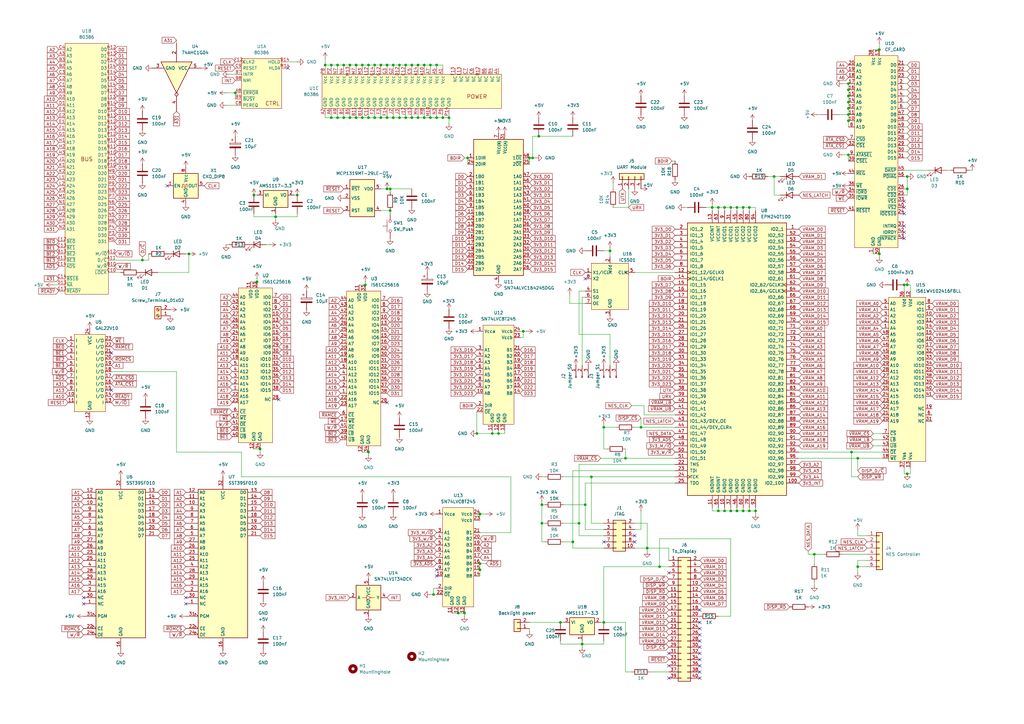
<source format=kicad_sch>
(kicad_sch (version 20231120) (generator "eeschema") (generator_version "8.0")
  (paper "A3")
  (lib_symbols
    (symbol "74xGxx:74AHC1G04"
      (property "Reference" "U" (at -2.54 3.81 0))
      (property "Value" "74AHC1G04" (at 0 -3.81 0))
      (symbol "74AHC1G04_1_1"
        (pin input line (at -15.24 0 0) (length 7.62) (name "~") (number "2"))
        (pin power_in line (at -5.08 -10.16 90) (length 5.08) (name "GND") (number "3"))
        (pin output inverted (at 12.7 0 180) (length 7.62) (name "~") (number "4"))
        (pin power_in line (at -5.08 10.16 270) (length 5.08) (name "VCC") (number "5"))
      )
    )
    (symbol "74xx:SN74ALVC164245DGG"
      (property "Reference" "U" (at -10.16 29.21 0))
      (property "Value" "SN74ALVC164245DGG" (at 1.27 -29.21 0))
      (symbol "SN74ALVC164245DGG_1_1"
        (pin input line (at -12.7 20.32 0) (length 2.54) (name "1DIR") (number "1"))
        (pin passive line (at 0 -30.48 90) (length 2.54) hide (name "GND") (number "10"))
        (pin bidirectional line (at -12.7 -2.54 0) (length 2.54) (name "1B6") (number "11"))
        (pin bidirectional line (at -12.7 -5.08 0) (length 2.54) (name "1B7") (number "12"))
        (pin bidirectional line (at -12.7 -7.62 0) (length 2.54) (name "2B0") (number "13"))
        (pin bidirectional line (at -12.7 -10.16 0) (length 2.54) (name "2B1") (number "14"))
        (pin passive line (at 0 -30.48 90) (length 2.54) hide (name "GND") (number "15"))
        (pin bidirectional line (at -12.7 -12.7 0) (length 2.54) (name "2B2") (number "16"))
        (pin bidirectional line (at -12.7 -15.24 0) (length 2.54) (name "2B3") (number "17"))
        (pin passive line (at 0 30.48 270) (length 2.54) hide (name "V_{CC(B)}") (number "18"))
        (pin bidirectional line (at -12.7 -17.78 0) (length 2.54) (name "2B4") (number "19"))
        (pin bidirectional line (at -12.7 12.7 0) (length 2.54) (name "1B0") (number "2"))
        (pin bidirectional line (at -12.7 -20.32 0) (length 2.54) (name "2B5") (number "20"))
        (pin passive line (at 0 -30.48 90) (length 2.54) hide (name "GND") (number "21"))
        (pin bidirectional line (at -12.7 -22.86 0) (length 2.54) (name "2B6") (number "22"))
        (pin bidirectional line (at -12.7 -25.4 0) (length 2.54) (name "2B7") (number "23"))
        (pin input line (at -12.7 17.78 0) (length 2.54) (name "2DIR") (number "24"))
        (pin input line (at 12.7 17.78 180) (length 2.54) (name "2~{OE}") (number "25"))
        (pin bidirectional line (at 12.7 -25.4 180) (length 2.54) (name "2A7") (number "26"))
        (pin bidirectional line (at 12.7 -22.86 180) (length 2.54) (name "2A6") (number "27"))
        (pin passive line (at 0 -30.48 90) (length 2.54) hide (name "GND") (number "28"))
        (pin bidirectional line (at 12.7 -20.32 180) (length 2.54) (name "2A5") (number "29"))
        (pin bidirectional line (at -12.7 10.16 0) (length 2.54) (name "1B1") (number "3"))
        (pin bidirectional line (at 12.7 -17.78 180) (length 2.54) (name "2A4") (number "30"))
        (pin power_in line (at 2.54 30.48 270) (length 2.54) (name "V_{CC(A)}") (number "31"))
        (pin bidirectional line (at 12.7 -15.24 180) (length 2.54) (name "2A3") (number "32"))
        (pin bidirectional line (at 12.7 -12.7 180) (length 2.54) (name "2A2") (number "33"))
        (pin passive line (at 0 -30.48 90) (length 2.54) hide (name "GND") (number "34"))
        (pin bidirectional line (at 12.7 -10.16 180) (length 2.54) (name "2A1") (number "35"))
        (pin bidirectional line (at 12.7 -7.62 180) (length 2.54) (name "2A0") (number "36"))
        (pin bidirectional line (at 12.7 -5.08 180) (length 2.54) (name "1A7") (number "37"))
        (pin bidirectional line (at 12.7 -2.54 180) (length 2.54) (name "1A6") (number "38"))
        (pin passive line (at 0 -30.48 90) (length 2.54) hide (name "GND") (number "39"))
        (pin power_in line (at 0 -30.48 90) (length 2.54) (name "GND") (number "4"))
        (pin bidirectional line (at 12.7 0 180) (length 2.54) (name "1A5") (number "40"))
        (pin bidirectional line (at 12.7 2.54 180) (length 2.54) (name "1A4") (number "41"))
        (pin passive line (at 2.54 30.48 270) (length 2.54) hide (name "V_{CC(A)}") (number "42"))
        (pin bidirectional line (at 12.7 5.08 180) (length 2.54) (name "1A3") (number "43"))
        (pin bidirectional line (at 12.7 7.62 180) (length 2.54) (name "1A2") (number "44"))
        (pin passive line (at 0 -30.48 90) (length 2.54) hide (name "GND") (number "45"))
        (pin bidirectional line (at 12.7 10.16 180) (length 2.54) (name "1A1") (number "46"))
        (pin bidirectional line (at 12.7 12.7 180) (length 2.54) (name "1A0") (number "47"))
        (pin input line (at 12.7 20.32 180) (length 2.54) (name "1~{OE}") (number "48"))
        (pin bidirectional line (at -12.7 7.62 0) (length 2.54) (name "1B2") (number "5"))
        (pin bidirectional line (at -12.7 5.08 0) (length 2.54) (name "1B3") (number "6"))
        (pin power_in line (at 0 30.48 270) (length 2.54) (name "V_{CC(B)}") (number "7"))
        (pin bidirectional line (at -12.7 2.54 0) (length 2.54) (name "1B4") (number "8"))
        (pin bidirectional line (at -12.7 0 0) (length 2.54) (name "1B5") (number "9"))
      )
    )
    (symbol "CPLD_Altera:EPM240T100" (pin_names (offset 1.016))
      (property "Reference" "U" (at 10.16 57.15 0))
      (property "Value" "EPM240T100" (at 10.16 -57.15 0))
      (symbol "EPM240T100_1_1"
        (pin bidirectional line (at 25.4 53.34 180) (length 5.08) (name "IO2_1") (number "1"))
        (pin power_in line (at -5.08 -60.96 90) (length 5.08) (name "GNDIO") (number "10"))
        (pin bidirectional line (at 25.4 -50.8 180) (length 5.08) (name "IO2_100") (number "100"))
        (pin power_in line (at -10.16 -60.96 90) (length 5.08) (name "GNDINT") (number "11"))
        (pin bidirectional clock (at -25.4 35.56 0) (length 5.08) (name "IO1_12/GCLK0") (number "12"))
        (pin power_in line (at -10.16 60.96 270) (length 5.08) (name "VCCINT") (number "13"))
        (pin bidirectional clock (at -25.4 33.02 0) (length 5.08) (name "IO1_14/GCLK1") (number "14"))
        (pin bidirectional line (at -25.4 30.48 0) (length 5.08) (name "IO1_15") (number "15"))
        (pin bidirectional line (at -25.4 27.94 0) (length 5.08) (name "IO1_16") (number "16"))
        (pin bidirectional line (at -25.4 25.4 0) (length 5.08) (name "IO1_17") (number "17"))
        (pin bidirectional line (at -25.4 22.86 0) (length 5.08) (name "IO1_18") (number "18"))
        (pin bidirectional line (at -25.4 20.32 0) (length 5.08) (name "IO1_19") (number "19"))
        (pin bidirectional line (at -25.4 53.34 0) (length 5.08) (name "IO1_2") (number "2"))
        (pin bidirectional line (at -25.4 17.78 0) (length 5.08) (name "IO1_20") (number "20"))
        (pin bidirectional line (at -25.4 15.24 0) (length 5.08) (name "IO1_21") (number "21"))
        (pin input line (at -25.4 -43.18 0) (length 5.08) (name "TMS") (number "22"))
        (pin input line (at -25.4 -45.72 0) (length 5.08) (name "TDI") (number "23"))
        (pin input clock (at -25.4 -48.26 0) (length 5.08) (name "TCK") (number "24"))
        (pin output line (at -25.4 -50.8 0) (length 5.08) (name "TDO") (number "25"))
        (pin bidirectional line (at -25.4 12.7 0) (length 5.08) (name "IO1_26") (number "26"))
        (pin bidirectional line (at -25.4 10.16 0) (length 5.08) (name "IO1_27") (number "27"))
        (pin bidirectional line (at -25.4 7.62 0) (length 5.08) (name "IO1_28") (number "28"))
        (pin bidirectional line (at -25.4 5.08 0) (length 5.08) (name "IO1_29") (number "29"))
        (pin bidirectional line (at -25.4 50.8 0) (length 5.08) (name "IO1_3") (number "3"))
        (pin bidirectional line (at -25.4 2.54 0) (length 5.08) (name "IO1_30") (number "30"))
        (pin power_in line (at -2.54 60.96 270) (length 5.08) (name "VCCIO1") (number "31"))
        (pin power_in line (at -2.54 -60.96 90) (length 5.08) (name "GNDIO") (number "32"))
        (pin bidirectional line (at -25.4 0 0) (length 5.08) (name "IO1_33") (number "33"))
        (pin bidirectional line (at -25.4 -2.54 0) (length 5.08) (name "IO1_34") (number "34"))
        (pin bidirectional line (at -25.4 -5.08 0) (length 5.08) (name "IO1_35") (number "35"))
        (pin bidirectional line (at -25.4 -7.62 0) (length 5.08) (name "IO1_36") (number "36"))
        (pin bidirectional line (at -25.4 -10.16 0) (length 5.08) (name "IO1_37") (number "37"))
        (pin bidirectional line (at -25.4 -12.7 0) (length 5.08) (name "IO1_38") (number "38"))
        (pin bidirectional line (at -25.4 -15.24 0) (length 5.08) (name "IO1_39") (number "39"))
        (pin bidirectional line (at -25.4 48.26 0) (length 5.08) (name "IO1_4") (number "4"))
        (pin bidirectional line (at -25.4 -17.78 0) (length 5.08) (name "IO1_40") (number "40"))
        (pin bidirectional line (at -25.4 -20.32 0) (length 5.08) (name "IO1_41") (number "41"))
        (pin bidirectional line (at -25.4 -22.86 0) (length 5.08) (name "IO1_42") (number "42"))
        (pin bidirectional line (at -25.4 -25.4 0) (length 5.08) (name "IO1_43/DEV_OE") (number "43"))
        (pin bidirectional line (at -25.4 -27.94 0) (length 5.08) (name "IO1_44/DEV_CLRn") (number "44"))
        (pin power_in line (at 0 60.96 270) (length 5.08) (name "VCCIO1") (number "45"))
        (pin power_in line (at 0 -60.96 90) (length 5.08) (name "GNDIO") (number "46"))
        (pin bidirectional line (at -25.4 -30.48 0) (length 5.08) (name "IO1_47") (number "47"))
        (pin bidirectional line (at -25.4 -33.02 0) (length 5.08) (name "IO1_48") (number "48"))
        (pin bidirectional line (at -25.4 -35.56 0) (length 5.08) (name "IO1_49") (number "49"))
        (pin bidirectional line (at -25.4 45.72 0) (length 5.08) (name "IO1_5") (number "5"))
        (pin bidirectional line (at -25.4 -38.1 0) (length 5.08) (name "IO1_50") (number "50"))
        (pin bidirectional line (at -25.4 -40.64 0) (length 5.08) (name "IO1_51") (number "51"))
        (pin bidirectional line (at 25.4 50.8 180) (length 5.08) (name "IO2_52") (number "52"))
        (pin bidirectional line (at 25.4 48.26 180) (length 5.08) (name "IO2_53") (number "53"))
        (pin bidirectional line (at 25.4 45.72 180) (length 5.08) (name "IO2_54") (number "54"))
        (pin bidirectional line (at 25.4 43.18 180) (length 5.08) (name "IO2_55") (number "55"))
        (pin bidirectional line (at 25.4 40.64 180) (length 5.08) (name "IO2_56") (number "56"))
        (pin bidirectional line (at 25.4 38.1 180) (length 5.08) (name "IO2_57") (number "57"))
        (pin bidirectional line (at 25.4 35.56 180) (length 5.08) (name "IO2_58") (number "58"))
        (pin power_in line (at 2.54 60.96 270) (length 5.08) (name "VCCIO2") (number "59"))
        (pin bidirectional line (at -25.4 43.18 0) (length 5.08) (name "IO1_6") (number "6"))
        (pin power_in line (at 2.54 -60.96 90) (length 5.08) (name "GNDIO") (number "60"))
        (pin bidirectional line (at 25.4 33.02 180) (length 5.08) (name "IO2_61") (number "61"))
        (pin bidirectional clock (at 25.4 30.48 180) (length 5.08) (name "IO2_62/GCLK2") (number "62"))
        (pin power_in line (at -7.62 60.96 270) (length 5.08) (name "VCCINT") (number "63"))
        (pin bidirectional clock (at 25.4 27.94 180) (length 5.08) (name "IO2_64/GCLK3") (number "64"))
        (pin power_in line (at -7.62 -60.96 90) (length 5.08) (name "GNDINT") (number "65"))
        (pin bidirectional line (at 25.4 25.4 180) (length 5.08) (name "IO2_66") (number "66"))
        (pin bidirectional line (at 25.4 22.86 180) (length 5.08) (name "IO2_67") (number "67"))
        (pin bidirectional line (at 25.4 20.32 180) (length 5.08) (name "IO2_68") (number "68"))
        (pin bidirectional line (at 25.4 17.78 180) (length 5.08) (name "IO2_69") (number "69"))
        (pin bidirectional line (at -25.4 40.64 0) (length 5.08) (name "IO1_7") (number "7"))
        (pin bidirectional line (at 25.4 15.24 180) (length 5.08) (name "IO2_70") (number "70"))
        (pin bidirectional line (at 25.4 12.7 180) (length 5.08) (name "IO2_71") (number "71"))
        (pin bidirectional line (at 25.4 10.16 180) (length 5.08) (name "IO2_72") (number "72"))
        (pin bidirectional line (at 25.4 7.62 180) (length 5.08) (name "IO2_73") (number "73"))
        (pin bidirectional line (at 25.4 5.08 180) (length 5.08) (name "IO2_74") (number "74"))
        (pin bidirectional line (at 25.4 2.54 180) (length 5.08) (name "IO2_75") (number "75"))
        (pin bidirectional line (at 25.4 0 180) (length 5.08) (name "IO2_76") (number "76"))
        (pin bidirectional line (at 25.4 -2.54 180) (length 5.08) (name "IO2_77") (number "77"))
        (pin bidirectional line (at 25.4 -5.08 180) (length 5.08) (name "IO2_78") (number "78"))
        (pin power_in line (at 5.08 -60.96 90) (length 5.08) (name "GNDIO") (number "79"))
        (pin bidirectional line (at -25.4 38.1 0) (length 5.08) (name "IO1_8") (number "8"))
        (pin power_in line (at 5.08 60.96 270) (length 5.08) (name "VCCIO2") (number "80"))
        (pin bidirectional line (at 25.4 -7.62 180) (length 5.08) (name "IO2_81") (number "81"))
        (pin bidirectional line (at 25.4 -10.16 180) (length 5.08) (name "IO2_82") (number "82"))
        (pin bidirectional line (at 25.4 -12.7 180) (length 5.08) (name "IO2_83") (number "83"))
        (pin bidirectional line (at 25.4 -15.24 180) (length 5.08) (name "IO2_84") (number "84"))
        (pin bidirectional line (at 25.4 -17.78 180) (length 5.08) (name "IO2_85") (number "85"))
        (pin bidirectional line (at 25.4 -20.32 180) (length 5.08) (name "IO2_86") (number "86"))
        (pin bidirectional line (at 25.4 -22.86 180) (length 5.08) (name "IO2_87") (number "87"))
        (pin bidirectional line (at 25.4 -25.4 180) (length 5.08) (name "IO2_88") (number "88"))
        (pin bidirectional line (at 25.4 -27.94 180) (length 5.08) (name "IO2_89") (number "89"))
        (pin power_in line (at -5.08 60.96 270) (length 5.08) (name "VCCIO1") (number "9"))
        (pin bidirectional line (at 25.4 -30.48 180) (length 5.08) (name "IO2_90") (number "90"))
        (pin bidirectional line (at 25.4 -33.02 180) (length 5.08) (name "IO2_91") (number "91"))
        (pin bidirectional line (at 25.4 -35.56 180) (length 5.08) (name "IO2_92") (number "92"))
        (pin power_in line (at 7.62 -60.96 90) (length 5.08) (name "GNDIO") (number "93"))
        (pin power_in line (at 7.62 60.96 270) (length 5.08) (name "VCCIO2") (number "94"))
        (pin bidirectional line (at 25.4 -38.1 180) (length 5.08) (name "IO2_95") (number "95"))
        (pin bidirectional line (at 25.4 -40.64 180) (length 5.08) (name "IO2_96") (number "96"))
        (pin bidirectional line (at 25.4 -43.18 180) (length 5.08) (name "IO2_97") (number "97"))
        (pin bidirectional line (at 25.4 -45.72 180) (length 5.08) (name "IO2_98") (number "98"))
        (pin bidirectional line (at 25.4 -48.26 180) (length 5.08) (name "IO2_99") (number "99"))
      )
    )
    (symbol "Connector:Conn_01x03_Pin" (pin_names (offset 1.016) hide)
      (property "Reference" "J" (at 0 5.08 0))
      (property "Value" "Conn_01x03_Pin" (at 0 -5.08 0))
      (symbol "Conn_01x03_Pin_1_1"
        (pin passive line (at 5.08 2.54 180) (length 3.81) (name "Pin_1") (number "1"))
        (pin passive line (at 5.08 0 180) (length 3.81) (name "Pin_2") (number "2"))
        (pin passive line (at 5.08 -2.54 180) (length 3.81) (name "Pin_3") (number "3"))
      )
    )
    (symbol "Connector:Screw_Terminal_01x02" (pin_names (offset 1.016) hide)
      (property "Reference" "J" (at 0 2.54 0))
      (property "Value" "Screw_Terminal_01x02" (at 0 -5.08 0))
      (symbol "Screw_Terminal_01x02_1_1"
        (pin passive line (at -5.08 0 0) (length 3.81) (name "Pin_1") (number "1"))
        (pin passive line (at -5.08 -2.54 0) (length 3.81) (name "Pin_2") (number "2"))
      )
    )
    (symbol "Connector_Generic:Conn_01x02" (pin_names (offset 1.016) hide)
      (property "Reference" "J" (at 0 2.54 0))
      (property "Value" "Conn_01x02" (at 0 -5.08 0))
      (symbol "Conn_01x02_1_1"
        (pin passive line (at -5.08 0 0) (length 3.81) (name "Pin_1") (number "1"))
        (pin passive line (at -5.08 -2.54 0) (length 3.81) (name "Pin_2") (number "2"))
      )
    )
    (symbol "Connector_Generic:Conn_01x04" (pin_names (offset 1.016) hide)
      (property "Reference" "J" (at 0 5.08 0))
      (property "Value" "Conn_01x04" (at 0 -7.62 0))
      (symbol "Conn_01x04_1_1"
        (pin passive line (at -5.08 2.54 0) (length 3.81) (name "Pin_1") (number "1"))
        (pin passive line (at -5.08 0 0) (length 3.81) (name "Pin_2") (number "2"))
        (pin passive line (at -5.08 -2.54 0) (length 3.81) (name "Pin_3") (number "3"))
        (pin passive line (at -5.08 -5.08 0) (length 3.81) (name "Pin_4") (number "4"))
      )
    )
    (symbol "Connector_Generic:Conn_01x06" (pin_names (offset 1.016) hide)
      (property "Reference" "J" (at 0 7.62 0))
      (property "Value" "Conn_01x06" (at 0 -10.16 0))
      (symbol "Conn_01x06_1_1"
        (pin passive line (at -5.08 5.08 0) (length 3.81) (name "Pin_1") (number "1"))
        (pin passive line (at -5.08 2.54 0) (length 3.81) (name "Pin_2") (number "2"))
        (pin passive line (at -5.08 0 0) (length 3.81) (name "Pin_3") (number "3"))
        (pin passive line (at -5.08 -2.54 0) (length 3.81) (name "Pin_4") (number "4"))
        (pin passive line (at -5.08 -5.08 0) (length 3.81) (name "Pin_5") (number "5"))
        (pin passive line (at -5.08 -7.62 0) (length 3.81) (name "Pin_6") (number "6"))
      )
    )
    (symbol "Connector_Generic:Conn_02x05_Odd_Even" (pin_names (offset 1.016) hide)
      (property "Reference" "J" (at 1.27 7.62 0))
      (property "Value" "Conn_02x05_Odd_Even" (at 1.27 -7.62 0))
      (symbol "Conn_02x05_Odd_Even_1_1"
        (pin passive line (at -5.08 5.08 0) (length 3.81) (name "Pin_1") (number "1"))
        (pin passive line (at 7.62 -5.08 180) (length 3.81) (name "Pin_10") (number "10"))
        (pin passive line (at 7.62 5.08 180) (length 3.81) (name "Pin_2") (number "2"))
        (pin passive line (at -5.08 2.54 0) (length 3.81) (name "Pin_3") (number "3"))
        (pin passive line (at 7.62 2.54 180) (length 3.81) (name "Pin_4") (number "4"))
        (pin passive line (at -5.08 0 0) (length 3.81) (name "Pin_5") (number "5"))
        (pin passive line (at 7.62 0 180) (length 3.81) (name "Pin_6") (number "6"))
        (pin passive line (at -5.08 -2.54 0) (length 3.81) (name "Pin_7") (number "7"))
        (pin passive line (at 7.62 -2.54 180) (length 3.81) (name "Pin_8") (number "8"))
        (pin passive line (at -5.08 -5.08 0) (length 3.81) (name "Pin_9") (number "9"))
      )
    )
    (symbol "Connector_Generic:Conn_02x20_Odd_Even" (pin_names (offset 1.016) hide)
      (property "Reference" "J" (at 1.27 25.4 0))
      (property "Value" "Conn_02x20_Odd_Even" (at 1.27 -27.94 0))
      (symbol "Conn_02x20_Odd_Even_1_1"
        (pin passive line (at -5.08 22.86 0) (length 3.81) (name "Pin_1") (number "1"))
        (pin passive line (at 7.62 12.7 180) (length 3.81) (name "Pin_10") (number "10"))
        (pin passive line (at -5.08 10.16 0) (length 3.81) (name "Pin_11") (number "11"))
        (pin passive line (at 7.62 10.16 180) (length 3.81) (name "Pin_12") (number "12"))
        (pin passive line (at -5.08 7.62 0) (length 3.81) (name "Pin_13") (number "13"))
        (pin passive line (at 7.62 7.62 180) (length 3.81) (name "Pin_14") (number "14"))
        (pin passive line (at -5.08 5.08 0) (length 3.81) (name "Pin_15") (number "15"))
        (pin passive line (at 7.62 5.08 180) (length 3.81) (name "Pin_16") (number "16"))
        (pin passive line (at -5.08 2.54 0) (length 3.81) (name "Pin_17") (number "17"))
        (pin passive line (at 7.62 2.54 180) (length 3.81) (name "Pin_18") (number "18"))
        (pin passive line (at -5.08 0 0) (length 3.81) (name "Pin_19") (number "19"))
        (pin passive line (at 7.62 22.86 180) (length 3.81) (name "Pin_2") (number "2"))
        (pin passive line (at 7.62 0 180) (length 3.81) (name "Pin_20") (number "20"))
        (pin passive line (at -5.08 -2.54 0) (length 3.81) (name "Pin_21") (number "21"))
        (pin passive line (at 7.62 -2.54 180) (length 3.81) (name "Pin_22") (number "22"))
        (pin passive line (at -5.08 -5.08 0) (length 3.81) (name "Pin_23") (number "23"))
        (pin passive line (at 7.62 -5.08 180) (length 3.81) (name "Pin_24") (number "24"))
        (pin passive line (at -5.08 -7.62 0) (length 3.81) (name "Pin_25") (number "25"))
        (pin passive line (at 7.62 -7.62 180) (length 3.81) (name "Pin_26") (number "26"))
        (pin passive line (at -5.08 -10.16 0) (length 3.81) (name "Pin_27") (number "27"))
        (pin passive line (at 7.62 -10.16 180) (length 3.81) (name "Pin_28") (number "28"))
        (pin passive line (at -5.08 -12.7 0) (length 3.81) (name "Pin_29") (number "29"))
        (pin passive line (at -5.08 20.32 0) (length 3.81) (name "Pin_3") (number "3"))
        (pin passive line (at 7.62 -12.7 180) (length 3.81) (name "Pin_30") (number "30"))
        (pin passive line (at -5.08 -15.24 0) (length 3.81) (name "Pin_31") (number "31"))
        (pin passive line (at 7.62 -15.24 180) (length 3.81) (name "Pin_32") (number "32"))
        (pin passive line (at -5.08 -17.78 0) (length 3.81) (name "Pin_33") (number "33"))
        (pin passive line (at 7.62 -17.78 180) (length 3.81) (name "Pin_34") (number "34"))
        (pin passive line (at -5.08 -20.32 0) (length 3.81) (name "Pin_35") (number "35"))
        (pin passive line (at 7.62 -20.32 180) (length 3.81) (name "Pin_36") (number "36"))
        (pin passive line (at -5.08 -22.86 0) (length 3.81) (name "Pin_37") (number "37"))
        (pin passive line (at 7.62 -22.86 180) (length 3.81) (name "Pin_38") (number "38"))
        (pin passive line (at -5.08 -25.4 0) (length 3.81) (name "Pin_39") (number "39"))
        (pin passive line (at 7.62 20.32 180) (length 3.81) (name "Pin_4") (number "4"))
        (pin passive line (at 7.62 -25.4 180) (length 3.81) (name "Pin_40") (number "40"))
        (pin passive line (at -5.08 17.78 0) (length 3.81) (name "Pin_5") (number "5"))
        (pin passive line (at 7.62 17.78 180) (length 3.81) (name "Pin_6") (number "6"))
        (pin passive line (at -5.08 15.24 0) (length 3.81) (name "Pin_7") (number "7"))
        (pin passive line (at 7.62 15.24 180) (length 3.81) (name "Pin_8") (number "8"))
        (pin passive line (at -5.08 12.7 0) (length 3.81) (name "Pin_9") (number "9"))
      )
    )
    (symbol "Device:C" (pin_numbers hide) (pin_names (offset 0.254))
      (property "Reference" "C" (at 0.635 2.54 0))
      (property "Value" "C" (at 0.635 -2.54 0))
      (symbol "C_1_1"
        (pin passive line (at 0 3.81 270) (length 2.794) (name "~") (number "1"))
        (pin passive line (at 0 -3.81 90) (length 2.794) (name "~") (number "2"))
      )
    )
    (symbol "Device:C_Polarized" (pin_numbers hide) (pin_names (offset 0.254))
      (property "Reference" "C" (at 0.635 2.54 0))
      (property "Value" "C_Polarized" (at 0.635 -2.54 0))
      (symbol "C_Polarized_1_1"
        (pin passive line (at 0 3.81 270) (length 2.794) (name "~") (number "1"))
        (pin passive line (at 0 -3.81 90) (length 2.794) (name "~") (number "2"))
      )
    )
    (symbol "Device:LED" (pin_numbers hide) (pin_names (offset 1.016) hide)
      (property "Reference" "D" (at 0 2.54 0))
      (property "Value" "LED" (at 0 -2.54 0))
      (symbol "LED_1_1"
        (pin passive line (at -3.81 0 0) (length 2.54) (name "K") (number "1"))
        (pin passive line (at 3.81 0 180) (length 2.54) (name "A") (number "2"))
      )
    )
    (symbol "Device:R" (pin_numbers hide) (pin_names (offset 0))
      (property "Reference" "R" (at 2.032 0 90))
      (property "Value" "R" (at 0 0 90))
      (symbol "R_1_1"
        (pin passive line (at 0 3.81 270) (length 1.27) (name "~") (number "1"))
        (pin passive line (at 0 -3.81 90) (length 1.27) (name "~") (number "2"))
      )
    )
    (symbol "Logic_LevelTranslator:SN74LV1T34DCK"
      (property "Reference" "U" (at 5.08 6.35 0))
      (property "Value" "SN74LV1T34DCK" (at 5.08 3.81 0))
      (symbol "SN74LV1T34DCK_1_1"
        (pin no_connect line (at -5.08 2.54 0) (length 2.54) hide (name "NC") (number "1"))
        (pin input line (at -7.62 0 0) (length 2.54) (name "A") (number "2"))
        (pin power_in line (at 0 -7.62 90) (length 2.54) (name "GND") (number "3"))
        (pin output line (at 7.62 0 180) (length 2.54) (name "Y") (number "4"))
        (pin power_in line (at 0 7.62 270) (length 2.54) (name "VCC") (number "5"))
      )
    )
    (symbol "Mechanical:MountingHole" (pin_names (offset 1.016))
      (property "Reference" "H" (at 0 5.08 0))
      (property "Value" "MountingHole" (at 0 3.175 0))
    )
    (symbol "Memory_Flash:SST39SF010"
      (property "Reference" "U" (at 2.54 33.02 0))
      (property "Value" "SST39SF010" (at 0 -30.48 0))
      (symbol "SST39SF010_0_0"
        (pin power_in line (at 0 -34.29 90) (length 5.08) (name "GND") (number "16"))
        (pin power_in line (at 0 36.83 270) (length 5.08) (name "VCC") (number "32"))
      )
      (symbol "SST39SF010_1_1"
        (pin input line (at -15.24 -15.24 0) (length 5.08) (name "NC") (number "1"))
        (pin input line (at -15.24 25.4 0) (length 5.08) (name "A2") (number "10"))
        (pin input line (at -15.24 27.94 0) (length 5.08) (name "A1") (number "11"))
        (pin input line (at -15.24 30.48 0) (length 5.08) (name "A0") (number "12"))
        (pin tri_state line (at 15.24 30.48 180) (length 5.08) (name "D0") (number "13"))
        (pin tri_state line (at 15.24 27.94 180) (length 5.08) (name "D1") (number "14"))
        (pin tri_state line (at 15.24 25.4 180) (length 5.08) (name "D2") (number "15"))
        (pin tri_state line (at 15.24 22.86 180) (length 5.08) (name "D3") (number "17"))
        (pin tri_state line (at 15.24 20.32 180) (length 5.08) (name "D4") (number "18"))
        (pin tri_state line (at 15.24 17.78 180) (length 5.08) (name "D5") (number "19"))
        (pin input line (at -15.24 -10.16 0) (length 5.08) (name "A16") (number "2"))
        (pin tri_state line (at 15.24 15.24 180) (length 5.08) (name "D6") (number "20"))
        (pin tri_state line (at 15.24 12.7 180) (length 5.08) (name "D7") (number "21"))
        (pin input input_low (at -15.24 -25.4 0) (length 5.08) (name "CE") (number "22"))
        (pin input line (at -15.24 5.08 0) (length 5.08) (name "A10") (number "23"))
        (pin input input_low (at -15.24 -27.94 0) (length 5.08) (name "OE") (number "24"))
        (pin input line (at -15.24 2.54 0) (length 5.08) (name "A11") (number "25"))
        (pin input line (at -15.24 7.62 0) (length 5.08) (name "A9") (number "26"))
        (pin input line (at -15.24 10.16 0) (length 5.08) (name "A8") (number "27"))
        (pin input line (at -15.24 -2.54 0) (length 5.08) (name "A13") (number "28"))
        (pin input line (at -15.24 -5.08 0) (length 5.08) (name "A14") (number "29"))
        (pin input line (at -15.24 -7.62 0) (length 5.08) (name "A15") (number "3"))
        (pin input line (at -15.24 -12.7 0) (length 5.08) (name "NC") (number "30"))
        (pin input input_low (at -15.24 -20.32 0) (length 5.08) (name "PGM") (number "31"))
        (pin input line (at -15.24 0 0) (length 5.08) (name "A12") (number "4"))
        (pin input line (at -15.24 12.7 0) (length 5.08) (name "A7") (number "5"))
        (pin input line (at -15.24 15.24 0) (length 5.08) (name "A6") (number "6"))
        (pin input line (at -15.24 17.78 0) (length 5.08) (name "A5") (number "7"))
        (pin input line (at -15.24 20.32 0) (length 5.08) (name "A4") (number "8"))
        (pin input line (at -15.24 22.86 0) (length 5.08) (name "A3") (number "9"))
      )
    )
    (symbol "Oscillator:CXO_DIP8" (pin_names (offset 0.254))
      (property "Reference" "X" (at -5.08 6.35 0))
      (property "Value" "CXO_DIP8" (at 1.27 -6.35 0))
      (symbol "CXO_DIP8_1_1"
        (pin input line (at -7.62 0 0) (length 2.54) (name "EN") (number "1"))
        (pin power_in line (at 0 -7.62 90) (length 2.54) (name "GND") (number "4"))
        (pin output line (at 7.62 0 180) (length 2.54) (name "OUT") (number "5"))
        (pin power_in line (at 0 7.62 270) (length 2.54) (name "Vcc") (number "8"))
      )
    )
    (symbol "Regulator_Linear:AMS1117-3.3"
      (property "Reference" "U" (at -3.81 3.175 0))
      (property "Value" "AMS1117-3.3" (at 0 3.175 0))
      (symbol "AMS1117-3.3_1_1"
        (pin power_in line (at 0 -7.62 90) (length 2.54) (name "GND") (number "1"))
        (pin power_out line (at 7.62 0 180) (length 2.54) (name "VO") (number "2"))
        (pin power_in line (at -7.62 0 0) (length 2.54) (name "VI") (number "3"))
      )
    )
    (symbol "Switch:SW_Push" (pin_numbers hide) (pin_names (offset 1.016) hide)
      (property "Reference" "SW" (at 1.27 2.54 0))
      (property "Value" "SW_Push" (at 0 -1.524 0))
      (symbol "SW_Push_0_1"
        (pin passive line (at -5.08 0 0) (length 2.54) (name "1") (number "1"))
        (pin passive line (at 5.08 0 180) (length 2.54) (name "2") (number "2"))
      )
    )
    (symbol "Tholin:IS61C25616"
      (property "Reference" "U" (at 0 0 0))
      (property "Value" "IS61C25616" (at 0 0 0))
      (symbol "IS61C25616_1_1"
        (pin input line (at -8.89 -45.72 0) (length 2.54) (name "A15") (number "1"))
        (pin bidirectional line (at 10.16 -15.24 180) (length 2.54) (name "IO3") (number "10"))
        (pin power_in line (at -1.27 -1.27 270) (length 2.54) (name "VDD") (number "11"))
        (pin power_in line (at 0 -69.85 90) (length 2.54) (name "GND") (number "12"))
        (pin bidirectional line (at 10.16 -17.78 180) (length 2.54) (name "IO4") (number "13"))
        (pin bidirectional line (at 10.16 -20.32 180) (length 2.54) (name "IO5") (number "14"))
        (pin bidirectional line (at 10.16 -22.86 180) (length 2.54) (name "IO6") (number "15"))
        (pin bidirectional line (at 10.16 -25.4 180) (length 2.54) (name "IO7") (number "16"))
        (pin input line (at -8.89 -57.15 0) (length 2.54) (name "~{WE}") (number "17"))
        (pin input line (at -8.89 -33.02 0) (length 2.54) (name "A10") (number "18"))
        (pin input line (at -8.89 -30.48 0) (length 2.54) (name "A9") (number "19"))
        (pin input line (at -8.89 -43.18 0) (length 2.54) (name "A14") (number "2"))
        (pin input line (at -8.89 -27.94 0) (length 2.54) (name "A8") (number "20"))
        (pin input line (at -8.89 -25.4 0) (length 2.54) (name "A7") (number "21"))
        (pin input line (at -8.89 -48.26 0) (length 2.54) (name "A16") (number "22"))
        (pin input line (at -8.89 -50.8 0) (length 2.54) (name "A17") (number "23"))
        (pin input line (at -8.89 -22.86 0) (length 2.54) (name "A6") (number "24"))
        (pin input line (at -8.89 -20.32 0) (length 2.54) (name "A5") (number "25"))
        (pin input line (at -8.89 -17.78 0) (length 2.54) (name "A4") (number "26"))
        (pin input line (at -8.89 -15.24 0) (length 2.54) (name "A3") (number "27"))
        (pin passive line (at 10.16 -49.53 180) (length 2.54) (name "NC") (number "28"))
        (pin bidirectional line (at 10.16 -27.94 180) (length 2.54) (name "IO8") (number "29"))
        (pin input line (at -8.89 -40.64 0) (length 2.54) (name "A13") (number "3"))
        (pin bidirectional line (at 10.16 -30.48 180) (length 2.54) (name "IO9") (number "30"))
        (pin bidirectional line (at 10.16 -33.02 180) (length 2.54) (name "IO10") (number "31"))
        (pin bidirectional line (at 10.16 -35.56 180) (length 2.54) (name "IO11") (number "32"))
        (pin power_in line (at 1.27 -1.27 270) (length 2.54) (name "VDD") (number "33"))
        (pin power_in line (at 2.54 -69.85 90) (length 2.54) (name "GND") (number "34"))
        (pin bidirectional line (at 10.16 -38.1 180) (length 2.54) (name "IO12") (number "35"))
        (pin bidirectional line (at 10.16 -40.64 180) (length 2.54) (name "IO13") (number "36"))
        (pin bidirectional line (at 10.16 -43.18 180) (length 2.54) (name "IO14") (number "37"))
        (pin bidirectional line (at 10.16 -45.72 180) (length 2.54) (name "IO15") (number "38"))
        (pin input line (at -8.89 -62.23 0) (length 2.54) (name "~{LB}") (number "39"))
        (pin input line (at -8.89 -38.1 0) (length 2.54) (name "A12") (number "4"))
        (pin input line (at -8.89 -64.77 0) (length 2.54) (name "~{UB}") (number "40"))
        (pin input line (at -8.89 -59.69 0) (length 2.54) (name "~{OE}") (number "41"))
        (pin input line (at -8.89 -12.7 0) (length 2.54) (name "A2") (number "42"))
        (pin input line (at -8.89 -10.16 0) (length 2.54) (name "A1") (number "43"))
        (pin input line (at -8.89 -7.62 0) (length 2.54) (name "A0") (number "44"))
        (pin input line (at -8.89 -35.56 0) (length 2.54) (name "A11") (number "5"))
        (pin input line (at -8.89 -54.61 0) (length 2.54) (name "~{CE}") (number "6"))
        (pin bidirectional line (at 10.16 -7.62 180) (length 2.54) (name "IO0") (number "7"))
        (pin bidirectional line (at 10.16 -10.16 180) (length 2.54) (name "IO1") (number "8"))
        (pin bidirectional line (at 10.16 -12.7 180) (length 2.54) (name "IO2") (number "9"))
      )
    )
    (symbol "TholinsStuff:80386"
      (property "Reference" "U" (at 0 0 0))
      (property "Value" "80386" (at 0 0 0))
      (symbol "80386_1_1"
        (text "CTRL" (at 5.08 -20.828 0) (effects (font (size 1.6256 1.6256))))
        (pin input line (at -10.16 -16.51 0) (length 2.54) (name "~{ERROR}") (number "A8"))
        (pin input line (at -10.16 -8.89 0) (length 2.54) (name "INTR") (number "B7"))
        (pin input line (at -10.16 -11.43 0) (length 2.54) (name "NMI") (number "B8"))
        (pin input line (at -10.16 -19.05 0) (length 2.54) (name "~{BUSY}") (number "B9"))
        (pin input line (at -10.16 -21.59 0) (length 2.54) (name "PEREQ") (number "C8"))
        (pin input line (at -10.16 -6.35 0) (length 2.54) (name "RESET") (number "C9"))
        (pin input line (at 11.43 -3.81 180) (length 2.54) (name "HOLD") (number "D14"))
        (pin input clock (at -10.16 -3.81 0) (length 2.54) (name "CLK2") (number "F12"))
        (pin output line (at 11.43 -6.35 180) (length 2.54) (name "HLDA") (number "M14"))
      )
      (symbol "80386_2_1"
        (text "BUS" (at 0 -48.768 0) (effects (font (size 1.6256 1.6256))))
        (pin output line (at 11.43 -90.17 180) (length 2.54) (name "D/~{C}") (number "A11"))
        (pin output line (at 11.43 -87.63 180) (length 2.54) (name "M/~{IO}") (number "A12"))
        (pin output line (at -11.43 -90.17 0) (length 2.54) (name "~{BE3}") (number "A13"))
        (pin output line (at -11.43 -6.35 0) (length 2.54) (name "A3") (number "A3"))
        (pin output line (at 11.43 -92.71 180) (length 2.54) (name "W/~{R}") (number "B10"))
        (pin output line (at -11.43 -87.63 0) (length 2.54) (name "~{BE2}") (number "B13"))
        (pin output line (at -11.43 -11.43 0) (length 2.54) (name "A5") (number "B2"))
        (pin output line (at -11.43 -8.89 0) (length 2.54) (name "A4") (number "B3"))
        (pin output line (at -11.43 -19.05 0) (length 2.54) (name "A8") (number "C1"))
        (pin output line (at 11.43 -95.25 180) (length 2.54) (name "~{LOCK}") (number "C10"))
        (pin output line (at -11.43 -85.09 0) (length 2.54) (name "~{BE1}") (number "C13"))
        (pin input line (at -11.43 -97.79 0) (length 2.54) (name "~{BS16}") (number "C14"))
        (pin output line (at -11.43 -16.51 0) (length 2.54) (name "A7") (number "C2"))
        (pin output line (at -11.43 -13.97 0) (length 2.54) (name "A6") (number "C3"))
        (pin output line (at -11.43 -3.81 0) (length 2.54) (name "A2") (number "C4"))
        (pin output line (at -11.43 -26.67 0) (length 2.54) (name "A11") (number "D1"))
        (pin input line (at -11.43 -100.33 0) (length 2.54) (name "~{NA}") (number "D13"))
        (pin output line (at -11.43 -24.13 0) (length 2.54) (name "A10") (number "D2"))
        (pin output line (at -11.43 -21.59 0) (length 2.54) (name "A9") (number "D3"))
        (pin output line (at -11.43 -34.29 0) (length 2.54) (name "A14") (number "E1"))
        (pin output line (at -11.43 -82.55 0) (length 2.54) (name "~{BE0}") (number "E12"))
        (pin output line (at -11.43 -92.71 0) (length 2.54) (name "~{ADS}") (number "E14"))
        (pin output line (at -11.43 -31.75 0) (length 2.54) (name "A13") (number "E2"))
        (pin output line (at -11.43 -29.21 0) (length 2.54) (name "A12") (number "E3"))
        (pin output line (at -11.43 -36.83 0) (length 2.54) (name "A15") (number "F1"))
        (pin output line (at -11.43 -39.37 0) (length 2.54) (name "A16") (number "G1"))
        (pin input line (at -11.43 -102.87 0) (length 2.54) (name "~{READY}") (number "G13"))
        (pin output line (at -11.43 -41.91 0) (length 2.54) (name "A17") (number "H1"))
        (pin bidirectional line (at 11.43 -3.81 180) (length 2.54) (name "D0") (number "H12"))
        (pin bidirectional line (at 11.43 -6.35 180) (length 2.54) (name "D1") (number "H13"))
        (pin bidirectional line (at 11.43 -8.89 180) (length 2.54) (name "D2") (number "H14"))
        (pin output line (at -11.43 -44.45 0) (length 2.54) (name "A18") (number "H2"))
        (pin output line (at -11.43 -46.99 0) (length 2.54) (name "A19") (number "H3"))
        (pin output line (at -11.43 -49.53 0) (length 2.54) (name "A20") (number "J1"))
        (pin bidirectional line (at 11.43 -11.43 180) (length 2.54) (name "D3") (number "J14"))
        (pin output line (at -11.43 -52.07 0) (length 2.54) (name "A21") (number "K1"))
        (pin bidirectional line (at 11.43 -21.59 180) (length 2.54) (name "D7") (number "K12"))
        (pin bidirectional line (at 11.43 -16.51 180) (length 2.54) (name "D5") (number "K13"))
        (pin bidirectional line (at 11.43 -13.97 180) (length 2.54) (name "D4") (number "K14"))
        (pin output line (at -11.43 -54.61 0) (length 2.54) (name "A22") (number "K2"))
        (pin output line (at -11.43 -62.23 0) (length 2.54) (name "A25") (number "K3"))
        (pin output line (at -11.43 -57.15 0) (length 2.54) (name "A23") (number "L1"))
        (pin bidirectional line (at 11.43 -24.13 180) (length 2.54) (name "D8") (number "L13"))
        (pin bidirectional line (at 11.43 -19.05 180) (length 2.54) (name "D6") (number "L14"))
        (pin output line (at -11.43 -59.69 0) (length 2.54) (name "A24") (number "L2"))
        (pin output line (at -11.43 -69.85 0) (length 2.54) (name "A28") (number "L3"))
        (pin output line (at -11.43 -64.77 0) (length 2.54) (name "A26") (number "M1"))
        (pin bidirectional line (at 11.43 -41.91 180) (length 2.54) (name "D15") (number "M11"))
        (pin bidirectional line (at 11.43 -29.21 180) (length 2.54) (name "D10") (number "M12"))
        (pin output line (at -11.43 -72.39 0) (length 2.54) (name "A29") (number "M2"))
        (pin bidirectional line (at 11.43 -82.55 180) (length 2.54) (name "D31") (number "M5"))
        (pin bidirectional line (at 11.43 -74.93 180) (length 2.54) (name "D28") (number "M6"))
        (pin bidirectional line (at 11.43 -54.61 180) (length 2.54) (name "D20") (number "M9"))
        (pin output line (at -11.43 -67.31 0) (length 2.54) (name "A27") (number "N1"))
        (pin bidirectional line (at 11.43 -46.99 180) (length 2.54) (name "D17") (number "N10"))
        (pin bidirectional line (at 11.43 -44.45 180) (length 2.54) (name "D16") (number "N11"))
        (pin bidirectional line (at 11.43 -34.29 180) (length 2.54) (name "D12") (number "N12"))
        (pin bidirectional line (at 11.43 -31.75 180) (length 2.54) (name "D11") (number "N13"))
        (pin bidirectional line (at 11.43 -26.67 180) (length 2.54) (name "D9") (number "N14"))
        (pin output line (at -11.43 -77.47 0) (length 2.54) (name "A31") (number "N2"))
        (pin bidirectional line (at 11.43 -72.39 180) (length 2.54) (name "D27") (number "N5"))
        (pin bidirectional line (at 11.43 -67.31 180) (length 2.54) (name "D25") (number "N6"))
        (pin bidirectional line (at 11.43 -62.23 180) (length 2.54) (name "D23") (number "N8"))
        (pin bidirectional line (at 11.43 -57.15 180) (length 2.54) (name "D21") (number "N9"))
        (pin output line (at -11.43 -74.93 0) (length 2.54) (name "A30") (number "P1"))
        (pin bidirectional line (at 11.43 -52.07 180) (length 2.54) (name "D19") (number "P10"))
        (pin bidirectional line (at 11.43 -49.53 180) (length 2.54) (name "D18") (number "P11"))
        (pin bidirectional line (at 11.43 -39.37 180) (length 2.54) (name "D14") (number "P12"))
        (pin bidirectional line (at 11.43 -36.83 180) (length 2.54) (name "D13") (number "P13"))
        (pin bidirectional line (at 11.43 -80.01 180) (length 2.54) (name "D30") (number "P3"))
        (pin bidirectional line (at 11.43 -77.47 180) (length 2.54) (name "D29") (number "P4"))
        (pin bidirectional line (at 11.43 -69.85 180) (length 2.54) (name "D26") (number "P5"))
        (pin bidirectional line (at 11.43 -64.77 180) (length 2.54) (name "D24") (number "P7"))
        (pin bidirectional line (at 11.43 -59.69 180) (length 2.54) (name "D22") (number "P9"))
      )
      (symbol "80386_3_1"
        (text "POWER" (at 29.21 -24.384 0) (effects (font (size 1.6256 1.6256))))
        (pin power_in line (at 15.24 -12.7 270) (length 2.54) (name "Vcc") (number "A1"))
        (pin power_in line (at 7.62 -12.7 270) (length 2.54) (name "Vcc") (number "A10"))
        (pin power_in line (at 5.08 -12.7 270) (length 2.54) (name "Vcc") (number "A14"))
        (pin power_in line (at -33.02 -31.75 90) (length 2.54) (name "GND") (number "A2"))
        (pin free line (at 38.1 -12.7 270) (length 2.54) (name "NC") (number "A4"))
        (pin power_in line (at 12.7 -12.7 270) (length 2.54) (name "Vcc") (number "A5"))
        (pin power_in line (at -30.48 -31.75 90) (length 2.54) (name "GND") (number "A6"))
        (pin power_in line (at 10.16 -12.7 270) (length 2.54) (name "Vcc") (number "A7"))
        (pin power_in line (at -27.94 -31.75 90) (length 2.54) (name "GND") (number "A9"))
        (pin power_in line (at -25.4 -31.75 90) (length 2.54) (name "GND") (number "B1"))
        (pin power_in line (at -20.32 -31.75 90) (length 2.54) (name "GND") (number "B11"))
        (pin free line (at 30.48 -12.7 270) (length 2.54) (name "NC") (number "B12"))
        (pin power_in line (at -17.78 -31.75 90) (length 2.54) (name "GND") (number "B14"))
        (pin free line (at 35.56 -12.7 270) (length 2.54) (name "NC") (number "B4"))
        (pin power_in line (at -22.86 -31.75 90) (length 2.54) (name "GND") (number "B5"))
        (pin free line (at 33.02 -12.7 270) (length 2.54) (name "NC") (number "B6"))
        (pin power_in line (at -15.24 -31.75 90) (length 2.54) (name "GND") (number "C11"))
        (pin power_in line (at 0 -12.7 270) (length 2.54) (name "Vcc") (number "C12"))
        (pin power_in line (at 2.54 -12.7 270) (length 2.54) (name "Vcc") (number "C5"))
        (pin free line (at 27.94 -12.7 270) (length 2.54) (name "NC") (number "C6"))
        (pin free line (at 25.4 -12.7 270) (length 2.54) (name "NC") (number "C7"))
        (pin power_in line (at -2.54 -12.7 270) (length 2.54) (name "Vcc") (number "D12"))
        (pin free line (at 22.86 -12.7 270) (length 2.54) (name "NC") (number "E13"))
        (pin free line (at 20.32 -12.7 270) (length 2.54) (name "NC") (number "F13"))
        (pin power_in line (at -7.62 -31.75 90) (length 2.54) (name "GND") (number "F14"))
        (pin power_in line (at -12.7 -31.75 90) (length 2.54) (name "GND") (number "F2"))
        (pin power_in line (at -10.16 -31.75 90) (length 2.54) (name "GND") (number "F3"))
        (pin power_in line (at -10.16 -12.7 270) (length 2.54) (name "Vcc") (number "G12"))
        (pin power_in line (at -12.7 -12.7 270) (length 2.54) (name "Vcc") (number "G14"))
        (pin power_in line (at -5.08 -12.7 270) (length 2.54) (name "Vcc") (number "G2"))
        (pin power_in line (at -7.62 -12.7 270) (length 2.54) (name "Vcc") (number "G3"))
        (pin power_in line (at 0 -31.75 90) (length 2.54) (name "GND") (number "J12"))
        (pin power_in line (at 2.54 -31.75 90) (length 2.54) (name "GND") (number "J13"))
        (pin power_in line (at -5.08 -31.75 90) (length 2.54) (name "GND") (number "J2"))
        (pin power_in line (at -2.54 -31.75 90) (length 2.54) (name "GND") (number "J3"))
        (pin power_in line (at -15.24 -12.7 270) (length 2.54) (name "Vcc") (number "L12"))
        (pin power_in line (at 10.16 -31.75 90) (length 2.54) (name "GND") (number "M10"))
        (pin power_in line (at -22.86 -12.7 270) (length 2.54) (name "Vcc") (number "M13"))
        (pin power_in line (at -17.78 -12.7 270) (length 2.54) (name "Vcc") (number "M3"))
        (pin power_in line (at 5.08 -31.75 90) (length 2.54) (name "GND") (number "M4"))
        (pin power_in line (at -20.32 -12.7 270) (length 2.54) (name "Vcc") (number "M7"))
        (pin power_in line (at 7.62 -31.75 90) (length 2.54) (name "GND") (number "M8"))
        (pin power_in line (at 12.7 -31.75 90) (length 2.54) (name "GND") (number "N3"))
        (pin power_in line (at -25.4 -12.7 270) (length 2.54) (name "Vcc") (number "N4"))
        (pin power_in line (at -27.94 -12.7 270) (length 2.54) (name "Vcc") (number "N7"))
        (pin power_in line (at 17.78 -31.75 90) (length 2.54) (name "GND") (number "P14"))
        (pin power_in line (at -30.48 -12.7 270) (length 2.54) (name "Vcc") (number "P2"))
        (pin power_in line (at 15.24 -31.75 90) (length 2.54) (name "GND") (number "P6"))
        (pin power_in line (at -33.02 -12.7 270) (length 2.54) (name "Vcc") (number "P8"))
      )
    )
    (symbol "TholinsStuff:CF_CARD"
      (property "Reference" "U" (at 0 0 0))
      (property "Value" "CF_CARD" (at 0 0 0))
      (symbol "CF_CARD_1_1"
        (pin power_in line (at -1.27 -86.36 90) (length 2.54) (name "GND") (number "1"))
        (pin input line (at -11.43 -31.75 0) (length 2.54) (name "A9") (number "10"))
        (pin input line (at -11.43 -29.21 0) (length 2.54) (name "A8") (number "11"))
        (pin input line (at -11.43 -26.67 0) (length 2.54) (name "A7") (number "12"))
        (pin power_in line (at 1.27 -2.54 270) (length 2.54) (name "Vcc") (number "13"))
        (pin input line (at -11.43 -24.13 0) (length 2.54) (name "A6") (number "14"))
        (pin input line (at -11.43 -21.59 0) (length 2.54) (name "A5") (number "15"))
        (pin input line (at -11.43 -19.05 0) (length 2.54) (name "A4") (number "16"))
        (pin input line (at -11.43 -16.51 0) (length 2.54) (name "A3") (number "17"))
        (pin input line (at -11.43 -13.97 0) (length 2.54) (name "A2") (number "18"))
        (pin input line (at -11.43 -11.43 0) (length 2.54) (name "A1") (number "19"))
        (pin bidirectional line (at 11.43 -16.51 180) (length 2.54) (name "D3") (number "2"))
        (pin input line (at -11.43 -8.89 0) (length 2.54) (name "A0") (number "20"))
        (pin bidirectional line (at 11.43 -8.89 180) (length 2.54) (name "D0") (number "21"))
        (pin bidirectional line (at 11.43 -11.43 180) (length 2.54) (name "D1") (number "22"))
        (pin bidirectional line (at 11.43 -13.97 180) (length 2.54) (name "D2") (number "23"))
        (pin input line (at 11.43 -69.85 180) (length 2.54) (name "~{IOCS16}") (number "24"))
        (pin input line (at 11.43 -62.23 180) (length 2.54) (name "~{CD2}") (number "25"))
        (pin input line (at 11.43 -59.69 180) (length 2.54) (name "~{CD1}") (number "26"))
        (pin bidirectional line (at 11.43 -36.83 180) (length 2.54) (name "D11") (number "27"))
        (pin bidirectional line (at 11.43 -39.37 180) (length 2.54) (name "D12") (number "28"))
        (pin bidirectional line (at 11.43 -41.91 180) (length 2.54) (name "D13") (number "29"))
        (pin bidirectional line (at 11.43 -19.05 180) (length 2.54) (name "D4") (number "3"))
        (pin bidirectional line (at 11.43 -44.45 180) (length 2.54) (name "D14") (number "30"))
        (pin bidirectional line (at 11.43 -46.99 180) (length 2.54) (name "D15") (number "31"))
        (pin input line (at -11.43 -41.91 0) (length 2.54) (name "~{CS1}") (number "32"))
        (pin input line (at 11.43 -64.77 180) (length 2.54) (name "~{VS1}") (number "33"))
        (pin input line (at -11.43 -60.96 0) (length 2.54) (name "~{IORD}") (number "34"))
        (pin input line (at -11.43 -63.5 0) (length 2.54) (name "~{IOWR}") (number "35"))
        (pin input line (at -11.43 -58.42 0) (length 2.54) (name "~{WE}") (number "36"))
        (pin output line (at 11.43 -74.93 180) (length 2.54) (name "INTRQ") (number "37"))
        (pin power_in line (at -1.27 -2.54 270) (length 2.54) (name "Vcc") (number "38"))
        (pin input line (at -11.43 -48.26 0) (length 2.54) (name "~{CSEL}") (number "39"))
        (pin bidirectional line (at 11.43 -21.59 180) (length 2.54) (name "D5") (number "4"))
        (pin input line (at 11.43 -67.31 180) (length 2.54) (name "~{VS2}") (number "40"))
        (pin input line (at -11.43 -68.58 0) (length 2.54) (name "~{RESET}") (number "41"))
        (pin output line (at 11.43 -77.47 180) (length 2.54) (name "IORDY") (number "42"))
        (pin output line (at 11.43 -80.01 180) (length 2.54) (name "~{INPACK}") (number "43"))
        (pin input line (at -11.43 -53.34 0) (length 2.54) (name "~{REG}") (number "44"))
        (pin output line (at 11.43 -52.07 180) (length 2.54) (name "~{DASP}") (number "45"))
        (pin input line (at 11.43 -54.61 180) (length 2.54) (name "~{PDIAG}") (number "46"))
        (pin bidirectional line (at 11.43 -29.21 180) (length 2.54) (name "D8") (number "47"))
        (pin bidirectional line (at 11.43 -31.75 180) (length 2.54) (name "D9") (number "48"))
        (pin bidirectional line (at 11.43 -34.29 180) (length 2.54) (name "D10") (number "49"))
        (pin bidirectional line (at 11.43 -24.13 180) (length 2.54) (name "D6") (number "5"))
        (pin power_in line (at 1.27 -86.36 90) (length 2.54) (name "GND") (number "50"))
        (pin bidirectional line (at 11.43 -26.67 180) (length 2.54) (name "D7") (number "6"))
        (pin input line (at -11.43 -39.37 0) (length 2.54) (name "~{CS0}") (number "7"))
        (pin input line (at -11.43 -34.29 0) (length 2.54) (name "A10") (number "8"))
        (pin input line (at -11.43 -45.72 0) (length 2.54) (name "~{ATASEL}") (number "9"))
      )
    )
    (symbol "TholinsStuff:GAL22V10"
      (property "Reference" "U" (at -7.62 16.51 0))
      (property "Value" "GAL22V10" (at 7.62 16.51 0))
      (symbol "GAL22V10_1_1"
        (pin input line (at -8.89 11.43 0) (length 2.54) (name "I") (number "1"))
        (pin input line (at -8.89 -11.43 0) (length 2.54) (name "I") (number "10"))
        (pin input line (at -8.89 -13.97 0) (length 2.54) (name "I") (number "11"))
        (pin input line (at 0 -20.32 90) (length 2.54) (name "GND") (number "12"))
        (pin bidirectional line (at 8.89 -13.97 180) (length 2.54) (name "I") (number "13"))
        (pin bidirectional line (at 8.89 -11.43 180) (length 2.54) (name "I/O") (number "14"))
        (pin bidirectional line (at 8.89 -8.89 180) (length 2.54) (name "I/O") (number "15"))
        (pin bidirectional line (at 8.89 -6.35 180) (length 2.54) (name "I/O") (number "16"))
        (pin bidirectional line (at 8.89 -3.81 180) (length 2.54) (name "I/O") (number "17"))
        (pin bidirectional line (at 8.89 -1.27 180) (length 2.54) (name "I/O") (number "18"))
        (pin bidirectional line (at 8.89 1.27 180) (length 2.54) (name "I/O") (number "19"))
        (pin input line (at -8.89 8.89 0) (length 2.54) (name "I") (number "2"))
        (pin bidirectional line (at 8.89 3.81 180) (length 2.54) (name "I/O") (number "20"))
        (pin bidirectional line (at 8.89 6.35 180) (length 2.54) (name "I/O") (number "21"))
        (pin bidirectional line (at 8.89 8.89 180) (length 2.54) (name "I/O") (number "22"))
        (pin bidirectional line (at 8.89 11.43 180) (length 2.54) (name "I/O") (number "23"))
        (pin input line (at 0 16.51 270) (length 2.54) (name "VCC") (number "24"))
        (pin input line (at -8.89 6.35 0) (length 2.54) (name "I") (number "3"))
        (pin input line (at -8.89 3.81 0) (length 2.54) (name "I") (number "4"))
        (pin input line (at -8.89 1.27 0) (length 2.54) (name "I") (number "5"))
        (pin input line (at -8.89 -1.27 0) (length 2.54) (name "I") (number "6"))
        (pin input line (at -8.89 -3.81 0) (length 2.54) (name "I") (number "7"))
        (pin input line (at -8.89 -6.35 0) (length 2.54) (name "I") (number "8"))
        (pin input line (at -8.89 -8.89 0) (length 2.54) (name "I") (number "9"))
      )
    )
    (symbol "TholinsStuff:ICS501"
      (property "Reference" "U" (at 0 0 0))
      (property "Value" "ICS501" (at 0 0 0))
      (symbol "ICS501_1_1"
        (pin input line (at -10.16 -7.62 0) (length 2.54) (name "X1/ICLK") (number "1"))
        (pin power_in line (at 0 -1.27 270) (length 2.54) (name "Vdd") (number "2"))
        (pin power_in line (at 0 -25.4 90) (length 2.54) (name "GND") (number "3"))
        (pin input line (at -10.16 -15.24 0) (length 2.54) (name "S1") (number "4"))
        (pin output clock (at 10.16 -7.62 180) (length 2.54) (name "CLK") (number "5"))
        (pin input line (at -10.16 -17.78 0) (length 2.54) (name "S0") (number "6"))
        (pin input line (at -10.16 -20.32 0) (length 2.54) (name "OE") (number "7"))
        (pin input line (at -10.16 -10.16 0) (length 2.54) (name "X2") (number "8"))
      )
    )
    (symbol "TholinsStuff:IS61WV102416FBLL"
      (property "Reference" "U" (at 0 0 0))
      (property "Value" "IS61WV102416FBLL" (at 0 0 0))
      (symbol "IS61WV102416FBLL_1_1"
        (pin input line (at -10.16 -17.78 0) (length 2.54) (name "A4") (number "1"))
        (pin bidirectional line (at 10.16 -12.7 180) (length 2.54) (name "IO2") (number "10"))
        (pin bidirectional line (at 10.16 -15.24 180) (length 2.54) (name "IO3") (number "11"))
        (pin power_in line (at 1.27 -2.54 270) (length 2.54) (name "Vdd") (number "12"))
        (pin power_in line (at 1.27 -74.93 90) (length 2.54) (name "Vss") (number "13"))
        (pin bidirectional line (at 10.16 -17.78 180) (length 2.54) (name "IO4") (number "14"))
        (pin bidirectional line (at 10.16 -20.32 180) (length 2.54) (name "IO5") (number "15"))
        (pin bidirectional line (at 10.16 -22.86 180) (length 2.54) (name "IO6") (number "16"))
        (pin bidirectional line (at 10.16 -25.4 180) (length 2.54) (name "IO7") (number "17"))
        (pin input line (at -10.16 -71.12 0) (length 2.54) (name "~{WE}") (number "18"))
        (pin free line (at 10.16 -50.8 180) (length 2.54) (name "NC") (number "19"))
        (pin input line (at -10.16 -15.24 0) (length 2.54) (name "A3") (number "2"))
        (pin input line (at -10.16 -55.88 0) (length 2.54) (name "A19") (number "20"))
        (pin input line (at -10.16 -53.34 0) (length 2.54) (name "A18") (number "21"))
        (pin input line (at -10.16 -50.8 0) (length 2.54) (name "A17") (number "22"))
        (pin input line (at -10.16 -48.26 0) (length 2.54) (name "A16") (number "23"))
        (pin input line (at -10.16 -45.72 0) (length 2.54) (name "A15") (number "24"))
        (pin input line (at -10.16 -43.18 0) (length 2.54) (name "A14") (number "25"))
        (pin input line (at -10.16 -40.64 0) (length 2.54) (name "A13") (number "26"))
        (pin input line (at -10.16 -38.1 0) (length 2.54) (name "A12") (number "27"))
        (pin input line (at -10.16 -35.56 0) (length 2.54) (name "A11") (number "28"))
        (pin input line (at -10.16 -33.02 0) (length 2.54) (name "A10") (number "29"))
        (pin input line (at -10.16 -12.7 0) (length 2.54) (name "A2") (number "3"))
        (pin input line (at -10.16 -30.48 0) (length 2.54) (name "A9") (number "30"))
        (pin free line (at 10.16 -55.88 180) (length 2.54) (name "NC") (number "31"))
        (pin bidirectional line (at 10.16 -27.94 180) (length 2.54) (name "IO8") (number "32"))
        (pin bidirectional line (at 10.16 -30.48 180) (length 2.54) (name "IO9") (number "33"))
        (pin bidirectional line (at 10.16 -33.02 180) (length 2.54) (name "IO10") (number "34"))
        (pin bidirectional line (at 10.16 -35.56 180) (length 2.54) (name "IO11") (number "35"))
        (pin power_in line (at -1.27 -2.54 270) (length 2.54) (name "Vdd") (number "36"))
        (pin power_in line (at -1.27 -74.93 90) (length 2.54) (name "Vss") (number "37"))
        (pin bidirectional line (at 10.16 -38.1 180) (length 2.54) (name "IO12") (number "38"))
        (pin bidirectional line (at 10.16 -40.64 180) (length 2.54) (name "IO13") (number "39"))
        (pin input line (at -10.16 -10.16 0) (length 2.54) (name "A1") (number "4"))
        (pin bidirectional line (at 10.16 -43.18 180) (length 2.54) (name "IO14") (number "40"))
        (pin bidirectional line (at 10.16 -45.72 180) (length 2.54) (name "IO15") (number "41"))
        (pin input line (at -10.16 -63.5 0) (length 2.54) (name "~{LB}") (number "42"))
        (pin input line (at -10.16 -66.04 0) (length 2.54) (name "~{UB}") (number "43"))
        (pin input line (at -10.16 -68.58 0) (length 2.54) (name "~{OE}") (number "44"))
        (pin input line (at -10.16 -27.94 0) (length 2.54) (name "A8") (number "45"))
        (pin input line (at -10.16 -25.4 0) (length 2.54) (name "A7") (number "46"))
        (pin input line (at -10.16 -22.86 0) (length 2.54) (name "A6") (number "47"))
        (pin input line (at -10.16 -20.32 0) (length 2.54) (name "A5") (number "48"))
        (pin input line (at -10.16 -7.62 0) (length 2.54) (name "A0") (number "5"))
        (pin free line (at 10.16 -53.34 180) (length 2.54) (name "NC") (number "6"))
        (pin input line (at -10.16 -60.96 0) (length 2.54) (name "~{CS}") (number "7"))
        (pin bidirectional line (at 10.16 -7.62 180) (length 2.54) (name "IO0") (number "8"))
        (pin bidirectional line (at 10.16 -10.16 180) (length 2.54) (name "IO1") (number "9"))
      )
    )
    (symbol "TholinsStuff:SN74LVC8T245"
      (property "Reference" "U" (at 0 0 0))
      (property "Value" "SN74LVC8T245" (at 0 0 0))
      (symbol "SN74LVC8T245_1_1"
        (pin power_in line (at -8.89 -5.08 0) (length 2.54) (name "Vcca") (number "1"))
        (pin tri_state line (at -8.89 -30.48 0) (length 2.54) (name "A8") (number "10"))
        (pin power_in line (at -2.54 -45.72 90) (length 2.54) (name "GND") (number "11"))
        (pin power_in line (at 0 -45.72 90) (length 2.54) (name "GND") (number "12"))
        (pin power_in line (at 2.54 -45.72 90) (length 2.54) (name "GND") (number "13"))
        (pin tri_state line (at 8.89 -30.48 180) (length 2.54) (name "B8") (number "14"))
        (pin tri_state line (at 8.89 -27.94 180) (length 2.54) (name "B7") (number "15"))
        (pin tri_state line (at 8.89 -25.4 180) (length 2.54) (name "B6") (number "16"))
        (pin tri_state line (at 8.89 -22.86 180) (length 2.54) (name "B5") (number "17"))
        (pin tri_state line (at 8.89 -20.32 180) (length 2.54) (name "B4") (number "18"))
        (pin tri_state line (at 8.89 -17.78 180) (length 2.54) (name "B3") (number "19"))
        (pin input line (at -8.89 -35.56 0) (length 2.54) (name "DIR") (number "2"))
        (pin tri_state line (at 8.89 -15.24 180) (length 2.54) (name "B2") (number "20"))
        (pin tri_state line (at 8.89 -12.7 180) (length 2.54) (name "B1") (number "21"))
        (pin input line (at -8.89 -38.1 0) (length 2.54) (name "~{OE}") (number "22"))
        (pin power_in line (at 8.89 -7.62 180) (length 2.54) (name "Vccb") (number "23"))
        (pin power_in line (at 8.89 -5.08 180) (length 2.54) (name "Vccb") (number "24"))
        (pin tri_state line (at -8.89 -12.7 0) (length 2.54) (name "A1") (number "3"))
        (pin tri_state line (at -8.89 -15.24 0) (length 2.54) (name "A2") (number "4"))
        (pin tri_state line (at -8.89 -17.78 0) (length 2.54) (name "A3") (number "5"))
        (pin tri_state line (at -8.89 -20.32 0) (length 2.54) (name "A4") (number "6"))
        (pin tri_state line (at -8.89 -22.86 0) (length 2.54) (name "A5") (number "7"))
        (pin tri_state line (at -8.89 -25.4 0) (length 2.54) (name "A6") (number "8"))
        (pin tri_state line (at -8.89 -27.94 0) (length 2.54) (name "A7") (number "9"))
      )
    )
    (symbol "caravel:MCP1319MT-29LE-OT"
      (property "Reference" "U" (at -5.08 8.89 0))
      (property "Value" "MCP1319MT-29LE-OT" (at 8.89 8.89 0))
      (symbol "MCP1319MT-29LE-OT_1_1"
        (pin output line (at -7.62 3.81 0) (length 2.54) (name "~{RST}") (number "1"))
        (pin power_in line (at -7.62 0 0) (length 2.54) (name "VSS") (number "2"))
        (pin output line (at -7.62 -5.08 0) (length 2.54) (name "RST") (number "3"))
        (pin input line (at 7.62 -5.08 180) (length 2.54) (name "~{MR}") (number "4"))
        (pin power_in line (at 7.62 3.81 180) (length 2.54) (name "VDD") (number "5"))
      )
    )
    (symbol "power:+3V3" (power) (pin_numbers hide) (pin_names (offset 0) hide)
      (property "Value" "+3V3" (at 0 3.556 0))
      (symbol "+3V3_1_1"
        (pin power_in line (at 0 0 90) (length 0) (name "~") (number "1"))
      )
    )
    (symbol "power:+5V" (power) (pin_numbers hide) (pin_names (offset 0) hide)
      (property "Value" "+5V" (at 0 3.556 0))
      (symbol "+5V_1_1"
        (pin power_in line (at 0 0 90) (length 0) (name "~") (number "1"))
      )
    )
    (symbol "power:GND" (power) (pin_numbers hide) (pin_names (offset 0) hide)
      (property "Value" "GND" (at 0 -3.81 0))
      (symbol "GND_1_1"
        (pin power_in line (at 0 0 270) (length 0) (name "~") (number "1"))
      )
    )
  )
  (junction (at 247.65 255.27))
  (junction (at 294.64 85.09))
  (junction (at 151.13 26.67))
  (junction (at 256.54 187.96))
  (junction (at 372.11 194.31))
  (junction (at 77.47 104.14))
  (junction (at 347.98 46.99))
  (junction (at 220.98 55.88))
  (junction (at 262.89 175.26))
  (junction (at 195.58 177.8))
  (junction (at 304.8 209.55))
  (junction (at 106.68 184.15))
  (junction (at 166.37 26.67))
  (junction (at 135.89 48.26))
  (junction (at 153.67 48.26))
  (junction (at 135.89 26.67))
  (junction (at 347.98 49.53))
  (junction (at 304.8 85.09))
  (junction (at 113.03 88.9))
  (junction (at 372.11 77.47))
  (junction (at 309.88 209.55))
  (junction (at 218.44 64.77))
  (junction (at 196.85 210.82))
  (junction (at 234.95 222.25))
  (junction (at 171.45 26.67))
  (junction (at 351.79 187.96))
  (junction (at 138.43 48.26))
  (junction (at 299.72 85.09))
  (junction (at 297.18 209.55))
  (junction (at 158.75 26.67))
  (junction (at 160.02 86.36))
  (junction (at 179.07 48.26))
  (junction (at 179.07 26.67))
  (junction (at 201.93 177.8))
  (junction (at 347.98 39.37))
  (junction (at 146.05 48.26))
  (junction (at 351.79 232.41))
  (junction (at 161.29 48.26))
  (junction (at 156.21 26.67))
  (junction (at 240.03 207.01))
  (junction (at 140.97 48.26))
  (junction (at 168.91 26.67))
  (junction (at 148.59 48.26))
  (junction (at 143.51 26.67))
  (junction (at 104.14 80.01))
  (junction (at 238.76 264.16))
  (junction (at 270.51 232.41))
  (junction (at 372.11 116.84))
  (junction (at 196.85 233.68))
  (junction (at 317.5 72.39))
  (junction (at 176.53 48.26))
  (junction (at 105.41 115.57))
  (junction (at 302.26 85.09))
  (junction (at 187.96 251.46))
  (junction (at 153.67 26.67))
  (junction (at 173.99 48.26))
  (junction (at 171.45 48.26))
  (junction (at 204.47 177.8))
  (junction (at 347.98 34.29))
  (junction (at 151.13 48.26))
  (junction (at 146.05 26.67))
  (junction (at 177.8 243.84))
  (junction (at 151.13 185.42))
  (junction (at 156.21 48.26))
  (junction (at 138.43 26.67))
  (junction (at 133.35 26.67))
  (junction (at 161.29 26.67))
  (junction (at 184.15 48.26))
  (junction (at 229.87 255.27))
  (junction (at 163.83 48.26))
  (junction (at 349.25 185.42))
  (junction (at 299.72 209.55))
  (junction (at 181.61 48.26))
  (junction (at 247.65 175.26))
  (junction (at 297.18 85.09))
  (junction (at 176.53 26.67))
  (junction (at 217.17 64.77))
  (junction (at 292.1 85.09))
  (junction (at 347.98 36.83))
  (junction (at 140.97 26.67))
  (junction (at 149.86 116.84))
  (junction (at 121.92 80.01))
  (junction (at 347.98 44.45))
  (junction (at 237.49 214.63))
  (junction (at 347.98 41.91))
  (junction (at 347.98 63.5))
  (junction (at 294.64 209.55))
  (junction (at 190.5 251.46))
  (junction (at 196.85 231.14))
  (junction (at 163.83 26.67))
  (junction (at 214.63 135.89))
  (junction (at 58.42 106.68))
  (junction (at 148.59 26.67))
  (junction (at 302.26 209.55))
  (junction (at 334.01 227.33))
  (junction (at 191.77 64.77))
  (junction (at 222.25 207.01))
  (junction (at 307.34 209.55))
  (junction (at 372.11 72.39))
  (junction (at 360.68 20.32))
  (junction (at 370.84 116.84))
  (junction (at 96.52 38.1))
  (junction (at 158.75 48.26))
  (junction (at 222.25 214.63))
  (junction (at 265.43 224.79))
  (junction (at 158.75 77.47))
  (junction (at 143.51 48.26))
  (junction (at 173.99 26.67))
  (junction (at 166.37 48.26))
  (junction (at 242.57 195.58))
  (junction (at 160.02 77.47))
  (junction (at 250.19 102.87))
  (junction (at 360.68 104.14))
  (junction (at 307.34 85.09))
  (junction (at 168.91 48.26))
  (no_connect (at 247.65 222.25))
  (no_connect (at 68.58 76.2))
  (no_connect (at 287.02 260.35))
  (no_connect (at 179.07 236.22))
  (no_connect (at 158.75 165.1))
  (no_connect (at 179.07 233.68))
  (no_connect (at 370.84 92.71))
  (no_connect (at 287.02 270.51))
  (no_connect (at 287.02 262.89))
  (no_connect (at 370.84 97.79))
  (no_connect (at 76.2 245.11))
  (no_connect (at 118.11 27.94))
  (no_connect (at 45.72 160.02))
  (no_connect (at 45.72 144.78))
  (no_connect (at 287.02 257.81))
  (no_connect (at 370.84 87.63))
  (no_connect (at 370.84 82.55))
  (no_connect (at 274.32 273.05))
  (no_connect (at 76.2 247.65))
  (no_connect (at 287.02 278.13))
  (no_connect (at 370.84 95.25))
  (no_connect (at 287.02 250.19))
  (no_connect (at 274.32 278.13))
  (no_connect (at 287.02 273.05))
  (no_connect (at 287.02 265.43))
  (no_connect (at 287.02 275.59))
  (no_connect (at 34.29 245.11))
  (no_connect (at 274.32 267.97))
  (no_connect (at 287.02 255.27))
  (no_connect (at 114.3 163.83))
  (no_connect (at 274.32 234.95))
  (no_connect (at 370.84 85.09))
  (no_connect (at 260.35 222.25))
  (no_connect (at 260.35 219.71))
  (no_connect (at 240.03 114.3))
  (no_connect (at 287.02 267.97))
  (no_connect (at 34.29 247.65))
  (wire (pts (xy 370.84 77.47) (xy 372.11 77.47)))
  (wire (pts (xy 299.72 220.98) (xy 270.51 220.98)))
  (wire (pts (xy 370.84 72.39) (xy 372.11 72.39)))
  (wire (pts (xy 160.02 77.47) (xy 158.75 77.47)))
  (wire (pts (xy 121.92 87.63) (xy 121.92 88.9)))
  (wire (pts (xy 240.03 217.17) (xy 247.65 217.17)))
  (wire (pts (xy 307.34 208.28) (xy 307.34 209.55)))
  (wire (pts (xy 220.98 55.88) (xy 234.95 55.88)))
  (wire (pts (xy 347.98 41.91) (xy 347.98 44.45)))
  (wire (pts (xy 370.84 41.91) (xy 372.11 41.91)))
  (wire (pts (xy 146.05 26.67) (xy 148.59 26.67)))
  (wire (pts (xy 204.47 177.8) (xy 201.93 177.8)))
  (wire (pts (xy 231.14 195.58) (xy 242.57 195.58)))
  (wire (pts (xy 238.76 265.43) (xy 238.76 264.16)))
  (wire (pts (xy 304.8 209.55) (xy 302.26 209.55)))
  (wire (pts (xy 173.99 46.99) (xy 173.99 48.26)))
  (wire (pts (xy 77.47 111.76) (xy 77.47 104.14)))
  (wire (pts (xy 297.18 209.55) (xy 294.64 209.55)))
  (wire (pts (xy 276.86 195.58) (xy 242.57 195.58)))
  (wire (pts (xy 314.96 72.39) (xy 317.5 72.39)))
  (wire (pts (xy 217.17 257.81) (xy 217.17 259.08)))
  (wire (pts (xy 179.07 46.99) (xy 179.07 48.26)))
  (wire (pts (xy 146.05 26.67) (xy 146.05 27.94)))
  (wire (pts (xy 304.8 85.09) (xy 304.8 86.36)))
  (wire (pts (xy 179.07 26.67) (xy 179.07 27.94)))
  (wire (pts (xy 133.35 26.67) (xy 135.89 26.67)))
  (wire (pts (xy 355.6 219.71) (xy 351.79 219.71)))
  (wire (pts (xy 173.99 48.26) (xy 171.45 48.26)))
  (wire (pts (xy 302.26 208.28) (xy 302.26 209.55)))
  (wire (pts (xy 161.29 26.67) (xy 161.29 27.94)))
  (wire (pts (xy 105.41 114.3) (xy 105.41 115.57)))
  (wire (pts (xy 168.91 26.67) (xy 171.45 26.67)))
  (wire (pts (xy 195.58 168.91) (xy 195.58 177.8)))
  (wire (pts (xy 370.84 34.29) (xy 372.11 34.29)))
  (wire (pts (xy 234.95 222.25) (xy 234.95 224.79)))
  (wire (pts (xy 259.08 166.37) (xy 264.16 166.37)))
  (wire (pts (xy 133.35 26.67) (xy 133.35 27.94)))
  (wire (pts (xy 158.75 46.99) (xy 158.75 48.26)))
  (wire (pts (xy 307.34 209.55) (xy 304.8 209.55)))
  (wire (pts (xy 299.72 85.09) (xy 299.72 86.36)))
  (wire (pts (xy 370.84 57.15) (xy 372.11 57.15)))
  (wire (pts (xy 262.89 217.17) (xy 260.35 217.17)))
  (wire (pts (xy 151.13 186.69) (xy 151.13 185.42)))
  (wire (pts (xy 171.45 46.99) (xy 171.45 48.26)))
  (wire (pts (xy 118.11 25.4) (xy 121.92 25.4)))
  (wire (pts (xy 299.72 252.73) (xy 299.72 220.98)))
  (wire (pts (xy 265.43 224.79) (xy 260.35 224.79)))
  (wire (pts (xy 331.47 227.33) (xy 334.01 227.33)))
  (wire (pts (xy 260.35 214.63) (xy 265.43 214.63)))
  (wire (pts (xy 302.26 85.09) (xy 302.26 86.36)))
  (wire (pts (xy 146.05 48.26) (xy 143.51 48.26)))
  (wire (pts (xy 160.02 78.74) (xy 160.02 77.47)))
  (wire (pts (xy 140.97 26.67) (xy 143.51 26.67)))
  (wire (pts (xy 148.59 46.99) (xy 148.59 48.26)))
  (wire (pts (xy 276.86 193.04) (xy 234.95 193.04)))
  (wire (pts (xy 135.89 46.99) (xy 135.89 48.26)))
  (wire (pts (xy 176.53 26.67) (xy 176.53 27.94)))
  (wire (pts (xy 153.67 46.99) (xy 153.67 48.26)))
  (wire (pts (xy 299.72 208.28) (xy 299.72 209.55)))
  (wire (pts (xy 171.45 26.67) (xy 173.99 26.67)))
  (wire (pts (xy 317.5 72.39) (xy 320.04 72.39)))
  (wire (pts (xy 372.11 194.31) (xy 370.84 194.31)))
  (wire (pts (xy 220.98 55.88) (xy 218.44 55.88)))
  (wire (pts (xy 307.34 85.09) (xy 307.34 86.36)))
  (wire (pts (xy 218.44 64.77) (xy 217.17 64.77)))
  (wire (pts (xy 234.95 193.04) (xy 234.95 222.25)))
  (wire (pts (xy 209.55 195.58) (xy 99.06 195.58)))
  (wire (pts (xy 370.84 29.21) (xy 372.11 29.21)))
  (wire (pts (xy 196.85 233.68) (xy 196.85 236.22)))
  (wire (pts (xy 196.85 218.44) (xy 209.55 218.44)))
  (wire (pts (xy 72.39 16.51) (xy 72.39 17.78)))
  (wire (pts (xy 160.02 86.36) (xy 160.02 87.63)))
  (wire (pts (xy 240.03 121.92) (xy 238.76 121.92)))
  (wire (pts (xy 237.49 190.5) (xy 237.49 214.63)))
  (wire (pts (xy 201.93 177.8) (xy 195.58 177.8)))
  (wire (pts (xy 222.25 222.25) (xy 222.25 214.63)))
  (wire (pts (xy 327.66 185.42) (xy 349.25 185.42)))
  (wire (pts (xy 105.41 115.57) (xy 102.87 115.57)))
  (wire (pts (xy 161.29 26.67) (xy 163.83 26.67)))
  (wire (pts (xy 358.14 177.8) (xy 361.95 177.8)))
  (wire (pts (xy 370.84 194.31) (xy 370.84 191.77)))
  (wire (pts (xy 247.65 102.87) (xy 250.19 102.87)))
  (wire (pts (xy 229.87 262.89) (xy 229.87 264.16)))
  (wire (pts (xy 133.35 24.13) (xy 133.35 26.67)))
  (wire (pts (xy 335.28 46.99) (xy 336.55 46.99)))
  (wire (pts (xy 299.72 209.55) (xy 297.18 209.55)))
  (wire (pts (xy 179.07 48.26) (xy 176.53 48.26)))
  (wire (pts (xy 138.43 46.99) (xy 138.43 48.26)))
  (wire (pts (xy 190.5 251.46) (xy 187.96 251.46)))
  (wire (pts (xy 217.17 64.77) (xy 217.17 67.31)))
  (wire (pts (xy 299.72 85.09) (xy 302.26 85.09)))
  (wire (pts (xy 222.25 214.63) (xy 222.25 207.01)))
  (wire (pts (xy 199.39 210.82) (xy 196.85 210.82)))
  (wire (pts (xy 270.51 232.41) (xy 247.65 232.41)))
  (wire (pts (xy 237.49 214.63) (xy 237.49 219.71)))
  (wire (pts (xy 153.67 26.67) (xy 156.21 26.67)))
  (wire (pts (xy 351.79 187.96) (xy 361.95 187.96)))
  (wire (pts (xy 179.07 26.67) (xy 181.61 26.67)))
  (wire (pts (xy 135.89 26.67) (xy 135.89 27.94)))
  (wire (pts (xy 214.63 135.89) (xy 215.9 135.89)))
  (wire (pts (xy 121.92 88.9) (xy 113.03 88.9)))
  (wire (pts (xy 133.35 46.99) (xy 133.35 48.26)))
  (wire (pts (xy 294.64 209.55) (xy 292.1 209.55)))
  (wire (pts (xy 219.71 64.77) (xy 218.44 64.77)))
  (wire (pts (xy 156.21 48.26) (xy 153.67 48.26)))
  (wire (pts (xy 151.13 48.26) (xy 148.59 48.26)))
  (wire (pts (xy 309.88 210.82) (xy 309.88 209.55)))
  (wire (pts (xy 240.03 119.38) (xy 237.49 119.38)))
  (wire (pts (xy 148.59 26.67) (xy 151.13 26.67)))
  (wire (pts (xy 370.84 80.01) (xy 372.11 80.01)))
  (wire (pts (xy 181.61 26.67) (xy 181.61 27.94)))
  (wire (pts (xy 309.88 85.09) (xy 309.88 86.36)))
  (wire (pts (xy 218.44 55.88) (xy 218.44 64.77)))
  (wire (pts (xy 297.18 85.09) (xy 297.18 86.36)))
  (wire (pts (xy 222.25 195.58) (xy 223.52 195.58)))
  (wire (pts (xy 213.36 135.89) (xy 214.63 135.89)))
  (wire (pts (xy 292.1 83.82) (xy 292.1 85.09)))
  (wire (pts (xy 373.38 194.31) (xy 372.11 194.31)))
  (wire (pts (xy 370.84 64.77) (xy 372.11 64.77)))
  (wire (pts (xy 223.52 214.63) (xy 222.25 214.63)))
  (wire (pts (xy 307.34 85.09) (xy 309.88 85.09)))
  (wire (pts (xy 297.18 208.28) (xy 297.18 209.55)))
  (wire (pts (xy 153.67 26.67) (xy 153.67 27.94)))
  (wire (pts (xy 240.03 207.01) (xy 240.03 217.17)))
  (wire (pts (xy 292.1 85.09) (xy 294.64 85.09)))
  (wire (pts (xy 168.91 48.26) (xy 166.37 48.26)))
  (wire (pts (xy 143.51 26.67) (xy 143.51 27.94)))
  (wire (pts (xy 184.15 46.99) (xy 184.15 48.26)))
  (wire (pts (xy 151.13 185.42) (xy 148.59 185.42)))
  (wire (pts (xy 370.84 62.23) (xy 372.11 62.23)))
  (wire (pts (xy 173.99 26.67) (xy 176.53 26.67)))
  (wire (pts (xy 231.14 222.25) (xy 234.95 222.25)))
  (wire (pts (xy 246.38 187.96) (xy 256.54 187.96)))
  (wire (pts (xy 151.13 26.67) (xy 153.67 26.67)))
  (wire (pts (xy 302.26 85.09) (xy 304.8 85.09)))
  (wire (pts (xy 72.39 152.4) (xy 45.72 152.4)))
  (wire (pts (xy 347.98 46.99) (xy 347.98 49.53)))
  (wire (pts (xy 256.54 275.59) (xy 256.54 255.27)))
  (wire (pts (xy 138.43 26.67) (xy 138.43 27.94)))
  (wire (pts (xy 76.2 104.14) (xy 77.47 104.14)))
  (wire (pts (xy 370.84 44.45) (xy 372.11 44.45)))
  (wire (pts (xy 351.79 195.58) (xy 349.25 195.58)))
  (wire (pts (xy 223.52 222.25) (xy 222.25 222.25)))
  (wire (pts (xy 370.84 52.07) (xy 372.11 52.07)))
  (wire (pts (xy 345.44 227.33) (xy 355.6 227.33)))
  (wire (pts (xy 104.14 87.63) (xy 104.14 88.9)))
  (wire (pts (xy 233.68 124.46) (xy 233.68 120.65)))
  (wire (pts (xy 276.86 190.5) (xy 237.49 190.5)))
  (wire (pts (xy 360.68 20.32) (xy 358.14 20.32)))
  (wire (pts (xy 222.25 207.01) (xy 223.52 207.01)))
  (wire (pts (xy 260.35 111.76) (xy 276.86 111.76)))
  (wire (pts (xy 256.54 187.96) (xy 276.86 187.96)))
  (wire (pts (xy 345.44 63.5) (xy 347.98 63.5)))
  (wire (pts (xy 331.47 226.06) (xy 331.47 227.33)))
  (wire (pts (xy 247.65 173.99) (xy 247.65 175.26)))
  (wire (pts (xy 370.84 36.83) (xy 372.11 36.83)))
  (wire (pts (xy 351.79 232.41) (xy 355.6 232.41)))
  (wire (pts (xy 176.53 243.84) (xy 177.8 243.84)))
  (wire (pts (xy 247.65 232.41) (xy 247.65 255.27)))
  (wire (pts (xy 304.8 85.09) (xy 307.34 85.09)))
  (wire (pts (xy 397.51 69.85) (xy 398.78 69.85)))
  (wire (pts (xy 184.15 48.26) (xy 181.61 48.26)))
  (wire (pts (xy 257.81 77.47) (xy 257.81 85.09)))
  (wire (pts (xy 250.19 137.16) (xy 250.19 149.86)))
  (wire (pts (xy 177.8 241.3) (xy 177.8 243.84)))
  (wire (pts (xy 247.65 262.89) (xy 247.65 264.16)))
  (wire (pts (xy 151.13 26.67) (xy 151.13 27.94)))
  (wire (pts (xy 104.14 88.9) (xy 113.03 88.9)))
  (wire (pts (xy 370.84 116.84) (xy 370.84 119.38)))
  (wire (pts (xy 72.39 185.42) (xy 72.39 152.4)))
  (wire (pts (xy 149.86 116.84) (xy 147.32 116.84)))
  (wire (pts (xy 370.84 26.67) (xy 372.11 26.67)))
  (wire (pts (xy 143.51 26.67) (xy 146.05 26.67)))
  (wire (pts (xy 370.84 49.53) (xy 372.11 49.53)))
  (wire (pts (xy 104.14 80.01) (xy 105.41 80.01)))
  (wire (pts (xy 179.07 241.3) (xy 177.8 241.3)))
  (wire (pts (xy 171.45 48.26) (xy 168.91 48.26)))
  (wire (pts (xy 304.8 208.28) (xy 304.8 209.55)))
  (wire (pts (xy 196.85 231.14) (xy 196.85 233.68)))
  (wire (pts (xy 92.71 43.18) (xy 96.52 43.18)))
  (wire (pts (xy 161.29 48.26) (xy 158.75 48.26)))
  (wire (pts (xy 99.06 185.42) (xy 72.39 185.42)))
  (wire (pts (xy 370.84 31.75) (xy 372.11 31.75)))
  (wire (pts (xy 158.75 26.67) (xy 161.29 26.67)))
  (wire (pts (xy 294.64 252.73) (xy 299.72 252.73)))
  (wire (pts (xy 196.85 210.82) (xy 196.85 213.36)))
  (wire (pts (xy 373.38 119.38) (xy 373.38 116.84)))
  (wire (pts (xy 334.01 227.33) (xy 337.82 227.33)))
  (wire (pts (xy 99.06 195.58) (xy 99.06 185.42)))
  (wire (pts (xy 264.16 170.18) (xy 276.86 170.18)))
  (wire (pts (xy 149.86 115.57) (xy 149.86 116.84)))
  (wire (pts (xy 166.37 26.67) (xy 168.91 26.67)))
  (wire (pts (xy 344.17 46.99) (xy 347.98 46.99)))
  (wire (pts (xy 262.89 175.26) (xy 276.86 175.26)))
  (wire (pts (xy 58.42 105.41) (xy 58.42 106.68)))
  (wire (pts (xy 176.53 48.26) (xy 173.99 48.26)))
  (wire (pts (xy 370.84 59.69) (xy 372.11 59.69)))
  (wire (pts (xy 373.38 116.84) (xy 372.11 116.84)))
  (wire (pts (xy 360.68 104.14) (xy 358.14 104.14)))
  (wire (pts (xy 158.75 77.47) (xy 156.21 77.47)))
  (wire (pts (xy 370.84 46.99) (xy 372.11 46.99)))
  (wire (pts (xy 309.88 209.55) (xy 307.34 209.55)))
  (wire (pts (xy 262.89 171.45) (xy 262.89 175.26)))
  (wire (pts (xy 351.79 219.71) (xy 351.79 217.17)))
  (wire (pts (xy 347.98 44.45) (xy 347.98 46.99)))
  (wire (pts (xy 160.02 77.47) (xy 168.91 77.47)))
  (wire (pts (xy 143.51 46.99) (xy 143.51 48.26)))
  (wire (pts (xy 334.01 231.14) (xy 334.01 227.33)))
  (wire (pts (xy 161.29 46.99) (xy 161.29 48.26)))
  (wire (pts (xy 238.76 264.16) (xy 238.76 262.89)))
  (wire (pts (xy 106.68 185.42) (xy 106.68 184.15)))
  (wire (pts (xy 294.64 85.09) (xy 294.64 86.36)))
  (wire (pts (xy 140.97 26.67) (xy 140.97 27.94)))
  (wire (pts (xy 351.79 234.95) (xy 351.79 232.41)))
  (wire (pts (xy 143.51 48.26) (xy 140.97 48.26)))
  (wire (pts (xy 106.68 184.15) (xy 104.14 184.15)))
  (wire (pts (xy 213.36 138.43) (xy 214.63 138.43)))
  (wire (pts (xy 372.11 77.47) (xy 372.11 72.39)))
  (wire (pts (xy 260.35 175.26) (xy 262.89 175.26)))
  (wire (pts (xy 156.21 26.67) (xy 156.21 27.94)))
  (wire (pts (xy 46.99 111.76) (xy 49.53 111.76)))
  (wire (pts (xy 138.43 48.26) (xy 135.89 48.26)))
  (wire (pts (xy 58.42 106.68) (xy 46.99 106.68)))
  (wire (pts (xy 274.32 232.41) (xy 270.51 232.41)))
  (wire (pts (xy 181.61 48.26) (xy 179.07 48.26)))
  (wire (pts (xy 292.1 85.09) (xy 292.1 86.36)))
  (wire (pts (xy 266.7 275.59) (xy 274.32 275.59)))
  (wire (pts (xy 166.37 26.67) (xy 166.37 27.94)))
  (wire (pts (xy 309.88 208.28) (xy 309.88 209.55)))
  (wire (pts (xy 207.01 176.53) (xy 207.01 177.8)))
  (wire (pts (xy 163.83 26.67) (xy 166.37 26.67)))
  (wire (pts (xy 250.19 101.6) (xy 250.19 102.87)))
  (wire (pts (xy 168.91 26.67) (xy 168.91 27.94)))
  (wire (pts (xy 351.79 187.96) (xy 351.79 193.04)))
  (wire (pts (xy 388.62 69.85) (xy 389.89 69.85)))
  (wire (pts (xy 146.05 46.99) (xy 146.05 48.26)))
  (wire (pts (xy 238.76 121.92) (xy 238.76 149.86)))
  (wire (pts (xy 349.25 195.58) (xy 349.25 185.42)))
  (wire (pts (xy 222.25 205.74) (xy 222.25 207.01)))
  (wire (pts (xy 92.71 100.33) (xy 93.98 100.33)))
  (wire (pts (xy 320.04 80.01) (xy 317.5 80.01)))
  (wire (pts (xy 246.38 255.27) (xy 247.65 255.27)))
  (wire (pts (xy 334.01 238.76) (xy 334.01 240.03)))
  (wire (pts (xy 256.54 255.27) (xy 247.65 255.27)))
  (wire (pts (xy 373.38 191.77) (xy 373.38 194.31)))
  (wire (pts (xy 153.67 48.26) (xy 151.13 48.26)))
  (wire (pts (xy 217.17 255.27) (xy 229.87 255.27)))
  (wire (pts (xy 120.65 80.01) (xy 121.92 80.01)))
  (wire (pts (xy 190.5 252.73) (xy 190.5 251.46)))
  (wire (pts (xy 251.46 74.93) (xy 251.46 77.47)))
  (wire (pts (xy 214.63 138.43) (xy 214.63 135.89)))
  (wire (pts (xy 242.57 195.58) (xy 242.57 214.63)))
  (wire (pts (xy 138.43 26.67) (xy 140.97 26.67)))
  (wire (pts (xy 158.75 48.26) (xy 156.21 48.26)))
  (wire (pts (xy 158.75 26.67) (xy 158.75 27.94)))
  (wire (pts (xy 347.98 36.83) (xy 347.98 39.37)))
  (wire (pts (xy 140.97 48.26) (xy 138.43 48.26)))
  (wire (pts (xy 280.67 85.09) (xy 281.94 85.09)))
  (wire (pts (xy 274.32 229.87) (xy 274.32 224.79)))
  (wire (pts (xy 289.56 85.09) (xy 292.1 85.09)))
  (wire (pts (xy 347.98 63.5) (xy 347.98 66.04)))
  (wire (pts (xy 265.43 224.79) (xy 265.43 226.06)))
  (wire (pts (xy 166.37 46.99) (xy 166.37 48.26)))
  (wire (pts (xy 372.11 116.84) (xy 370.84 116.84)))
  (wire (pts (xy 113.03 90.17) (xy 113.03 88.9)))
  (wire (pts (xy 347.98 39.37) (xy 347.98 41.91)))
  (wire (pts (xy 60.96 104.14) (xy 60.96 106.68)))
  (wire (pts (xy 96.52 38.1) (xy 96.52 40.64)))
  (wire (pts (xy 233.68 124.46) (xy 240.03 124.46)))
  (wire (pts (xy 276.86 198.12) (xy 240.03 198.12)))
  (wire (pts (xy 151.13 46.99) (xy 151.13 48.26)))
  (wire (pts (xy 294.64 208.28) (xy 294.64 209.55)))
  (wire (pts (xy 140.97 46.99) (xy 140.97 48.26)))
  (wire (pts (xy 190.5 64.77) (xy 191.77 64.77)))
  (wire (pts (xy 247.65 264.16) (xy 238.76 264.16)))
  (wire (pts (xy 240.03 198.12) (xy 240.03 207.01)))
  (wire (pts (xy 113.03 88.9) (xy 113.03 87.63)))
  (wire (pts (xy 156.21 46.99) (xy 156.21 48.26)))
  (wire (pts (xy 302.26 209.55) (xy 299.72 209.55)))
  (wire (pts (xy 297.18 85.09) (xy 299.72 85.09)))
  (wire (pts (xy 370.84 69.85) (xy 381 69.85)))
  (wire (pts (xy 265.43 214.63) (xy 265.43 224.79)))
  (wire (pts (xy 370.84 39.37) (xy 372.11 39.37)))
  (wire (pts (xy 247.65 175.26) (xy 252.73 175.26)))
  (wire (pts (xy 93.98 30.48) (xy 96.52 30.48)))
  (wire (pts (xy 351.79 229.87) (xy 355.6 229.87)))
  (wire (pts (xy 21.59 116.84) (xy 24.13 116.84)))
  (wire (pts (xy 168.91 46.99) (xy 168.91 48.26)))
  (wire (pts (xy 171.45 26.67) (xy 171.45 27.94)))
  (wire (pts (xy 148.59 26.67) (xy 148.59 27.94)))
  (wire (pts (xy 361.95 182.88) (xy 358.14 182.88)))
  (wire (pts (xy 191.77 64.77) (xy 191.77 67.31)))
  (wire (pts (xy 60.96 106.68) (xy 58.42 106.68)))
  (wire (pts (xy 262.89 209.55) (xy 262.89 217.17)))
  (wire (pts (xy 347.98 34.29) (xy 347.98 36.83)))
  (wire (pts (xy 256.54 184.15) (xy 256.54 187.96)))
  (wire (pts (xy 184.15 50.8) (xy 184.15 48.26)))
  (wire (pts (xy 234.95 224.79) (xy 247.65 224.79)))
  (wire (pts (xy 135.89 26.67) (xy 138.43 26.67)))
  (wire (pts (xy 156.21 86.36) (xy 160.02 86.36)))
  (wire (pts (xy 163.83 46.99) (xy 163.83 48.26)))
  (wire (pts (xy 327.66 187.96) (xy 351.79 187.96)))
  (wire (pts (xy 237.49 219.71) (xy 247.65 219.71)))
  (wire (pts (xy 109.22 100.33) (xy 110.49 100.33)))
  (wire (pts (xy 237.49 137.16) (xy 250.19 137.16)))
  (wire (pts (xy 358.14 180.34) (xy 361.95 180.34)))
  (wire (pts (xy 163.83 48.26) (xy 161.29 48.26)))
  (wire (pts (xy 349.25 185.42) (xy 361.95 185.42)))
  (wire (pts (xy 231.14 214.63) (xy 237.49 214.63)))
  (wire (pts (xy 231.14 207.01) (xy 240.03 207.01)))
  (wire (pts (xy 201.93 176.53) (xy 201.93 177.8)))
  (wire (pts (xy 294.64 85.09) (xy 297.18 85.09)))
  (wire (pts (xy 360.68 105.41) (xy 360.68 104.14)))
  (wire (pts (xy 181.61 46.99) (xy 181.61 48.26)))
  (wire (pts (xy 251.46 85.09) (xy 257.81 85.09)))
  (wire (pts (xy 372.11 80.01) (xy 372.11 77.47)))
  (wire (pts (xy 248.92 184.15) (xy 247.65 184.15)))
  (wire (pts (xy 229.87 264.16) (xy 238.76 264.16)))
  (wire (pts (xy 250.19 102.87) (xy 250.19 105.41)))
  (wire (pts (xy 166.37 48.26) (xy 163.83 48.26)))
  (wire (pts (xy 317.5 80.01) (xy 317.5 72.39)))
  (wire (pts (xy 275.59 66.04) (xy 276.86 66.04)))
  (wire (pts (xy 92.71 38.1) (xy 96.52 38.1)))
  (wire (pts (xy 229.87 255.27) (xy 231.14 255.27)))
  (wire (pts (xy 135.89 48.26) (xy 133.35 48.26)))
  (wire (pts (xy 163.83 26.67) (xy 163.83 27.94)))
  (wire (pts (xy 270.51 220.98) (xy 270.51 232.41)))
  (wire (pts (xy 156.21 26.67) (xy 158.75 26.67)))
  (wire (pts (xy 204.47 176.53) (xy 204.47 177.8)))
  (wire (pts (xy 176.53 46.99) (xy 176.53 48.26)))
  (wire (pts (xy 177.8 243.84) (xy 179.07 243.84)))
  (wire (pts (xy 347.98 49.53) (xy 347.98 52.07)))
  (wire (pts (xy 274.32 224.79) (xy 265.43 224.79)))
  (wire (pts (xy 247.65 184.15) (xy 247.65 175.26)))
  (wire (pts (xy 360.68 17.78) (xy 360.68 20.32)))
  (wire (pts (xy 173.99 26.67) (xy 173.99 27.94)))
  (wire (pts (xy 345.44 34.29) (xy 347.98 34.29)))
  (wire (pts (xy 264.16 166.37) (xy 264.16 170.18)))
  (wire (pts (xy 199.39 231.14) (xy 196.85 231.14)))
  (wire (pts (xy 209.55 218.44) (xy 209.55 195.58)))
  (wire (pts (xy 351.79 232.41) (xy 351.79 229.87)))
  (wire (pts (xy 176.53 26.67) (xy 179.07 26.67)))
  (wire (pts (xy 64.77 111.76) (xy 77.47 111.76)))
  (wire (pts (xy 207.01 177.8) (xy 204.47 177.8)))
  (wire (pts (xy 187.96 251.46) (xy 185.42 251.46)))
  (wire (pts (xy 242.57 214.63) (xy 247.65 214.63)))
  (wire (pts (xy 370.84 54.61) (xy 372.11 54.61)))
  (wire (pts (xy 237.49 119.38) (xy 237.49 137.16)))
  (wire (pts (xy 148.59 48.26) (xy 146.05 48.26)))
  (wire (pts (xy 256.54 275.59) (xy 259.08 275.59)))
  (wire (pts (xy 292.1 208.28) (xy 292.1 209.55)))
  (global_label "VRAM_D0" (shape input) (at 287.02 229.87 0) (property "Intersheetrefs" "${INTERSHEET_REFS}" (effects (hide yes))))
  (global_label "3V3_D18" (shape input) (at 276.86 144.78 180) (property "Intersheetrefs" "${INTERSHEET_REFS}" (effects (hide yes))))
  (global_label "A9" (shape input) (at 76.2 222.25 180) (property "Intersheetrefs" "${INTERSHEET_REFS}" (effects (hide yes))))
  (global_label "A4" (shape input) (at 347.98 26.67 180) (property "Intersheetrefs" "${INTERSHEET_REFS}" (effects (hide yes))))
  (global_label "A11" (shape input) (at 76.2 227.33 180) (property "Intersheetrefs" "${INTERSHEET_REFS}" (effects (hide yes))))
  (global_label "A2" (shape input) (at 76.2 204.47 180) (property "Intersheetrefs" "${INTERSHEET_REFS}" (effects (hide yes))))
  (global_label "VRAM_D3" (shape input) (at 287.02 237.49 0) (property "Intersheetrefs" "${INTERSHEET_REFS}" (effects (hide yes))))
  (global_label "D14" (shape input) (at 114.3 157.48 0) (property "Intersheetrefs" "${INTERSHEET_REFS}" (effects (hide yes))))
  (global_label "VRAM_D7" (shape input) (at 382.27 142.24 0) (property "Intersheetrefs" "${INTERSHEET_REFS}" (effects (hide yes))))
  (global_label "~{BE1}" (shape input) (at 95.25 179.07 180) (property "Intersheetrefs" "${INTERSHEET_REFS}" (effects (hide yes))))
  (global_label "VRAM_D1" (shape input) (at 327.66 72.39 0) (property "Intersheetrefs" "${INTERSHEET_REFS}" (effects (hide yes))))
  (global_label "3V3_D14" (shape input) (at 276.86 134.62 180) (property "Intersheetrefs" "${INTERSHEET_REFS}" (effects (hide yes))))
  (global_label "3V3_D2" (shape input) (at 276.86 99.06 180) (property "Intersheetrefs" "${INTERSHEET_REFS}" (effects (hide yes))))
  (global_label "A19" (shape input) (at 139.7 166.37 180) (property "Intersheetrefs" "${INTERSHEET_REFS}" (effects (hide yes))))
  (global_label "A1" (shape input) (at 45.72 149.86 0) (property "Intersheetrefs" "${INTERSHEET_REFS}" (effects (hide yes))))
  (global_label "A16" (shape input) (at 34.29 240.03 180) (property "Intersheetrefs" "${INTERSHEET_REFS}" (effects (hide yes))))
  (global_label "D5" (shape input) (at 114.3 134.62 0) (property "Intersheetrefs" "${INTERSHEET_REFS}" (effects (hide yes))))
  (global_label "A11" (shape input) (at 95.25 144.78 180) (property "Intersheetrefs" "${INTERSHEET_REFS}" (effects (hide yes))))
  (global_label "A8" (shape input) (at 95.25 137.16 180) (property "Intersheetrefs" "${INTERSHEET_REFS}" (effects (hide yes))))
  (global_label "A20" (shape input) (at 24.13 66.04 180) (property "Intersheetrefs" "${INTERSHEET_REFS}" (effects (hide yes))))
  (global_label "VRAM_A13" (shape input) (at 361.95 157.48 180) (property "Intersheetrefs" "${INTERSHEET_REFS}" (effects (hide yes))))
  (global_label "D18" (shape input) (at 158.75 128.27 0) (property "Intersheetrefs" "${INTERSHEET_REFS}" (effects (hide yes))))
  (global_label "D17" (shape input) (at 158.75 125.73 0) (property "Intersheetrefs" "${INTERSHEET_REFS}" (effects (hide yes))))
  (global_label "VRAM_A11" (shape input) (at 361.95 152.4 180) (property "Intersheetrefs" "${INTERSHEET_REFS}" (effects (hide yes))))
  (global_label "A11" (shape input) (at 34.29 227.33 180) (property "Intersheetrefs" "${INTERSHEET_REFS}" (effects (hide yes))))
  (global_label "~{ADS}" (shape input) (at 199.39 231.14 0) (property "Intersheetrefs" "${INTERSHEET_REFS}" (effects (hide yes))))
  (global_label "D14" (shape input) (at 106.68 217.17 0) (property "Intersheetrefs" "${INTERSHEET_REFS}" (effects (hide yes))))
  (global_label "A9" (shape input) (at 139.7 140.97 180) (property "Intersheetrefs" "${INTERSHEET_REFS}" (effects (hide yes))))
  (global_label "D7" (shape input) (at 191.77 90.17 180) (property "Intersheetrefs" "${INTERSHEET_REFS}" (effects (hide yes))))
  (global_label "D11" (shape input) (at 46.99 48.26 0) (property "Intersheetrefs" "${INTERSHEET_REFS}" (effects (hide yes))))
  (global_label "A2" (shape input) (at 139.7 123.19 180) (property "Intersheetrefs" "${INTERSHEET_REFS}" (effects (hide yes))))
  (global_label "A8" (shape input) (at 76.2 219.71 180) (property "Intersheetrefs" "${INTERSHEET_REFS}" (effects (hide yes))))
  (global_label "A4" (shape input) (at 139.7 128.27 180) (property "Intersheetrefs" "${INTERSHEET_REFS}" (effects (hide yes))))
  (global_label "A9" (shape input) (at 24.13 38.1 180) (property "Intersheetrefs" "${INTERSHEET_REFS}" (effects (hide yes))))
  (global_label "VRAM_A16" (shape input) (at 361.95 165.1 180) (property "Intersheetrefs" "${INTERSHEET_REFS}" (effects (hide yes))))
  (global_label "M{slash}~{IO}" (shape input) (at 46.99 104.14 0) (property "Intersheetrefs" "${INTERSHEET_REFS}" (effects (hide yes))))
  (global_label "A26" (shape input) (at 24.13 81.28 180) (property "Intersheetrefs" "${INTERSHEET_REFS}" (effects (hide yes))))
  (global_label "A3" (shape input) (at 24.13 22.86 180) (property "Intersheetrefs" "${INTERSHEET_REFS}" (effects (hide yes))))
  (global_label "A10" (shape input) (at 24.13 40.64 180) (property "Intersheetrefs" "${INTERSHEET_REFS}" (effects (hide yes))))
  (global_label "D11" (shape input) (at 372.11 54.61 0) (property "Intersheetrefs" "${INTERSHEET_REFS}" (effects (hide yes))))
  (global_label "D12" (shape input) (at 46.99 50.8 0) (property "Intersheetrefs" "${INTERSHEET_REFS}" (effects (hide yes))))
  (global_label "VRAM_D12" (shape input) (at 382.27 154.94 0) (property "Intersheetrefs" "${INTERSHEET_REFS}" (effects (hide yes))))
  (global_label "A12" (shape input) (at 24.13 45.72 180) (property "Intersheetrefs" "${INTERSHEET_REFS}" (effects (hide yes))))
  (global_label "VRAM_D11" (shape input) (at 382.27 152.4 0) (property "Intersheetrefs" "${INTERSHEET_REFS}" (effects (hide yes))))
  (global_label "VRAM_A0" (shape input) (at 327.66 134.62 0) (property "Intersheetrefs" "${INTERSHEET_REFS}" (effects (hide yes))))
  (global_label "~{BE0}" (shape input) (at 95.25 176.53 180) (property "Intersheetrefs" "${INTERSHEET_REFS}" (effects (hide yes))))
  (global_label "D28" (shape input) (at 158.75 153.67 0) (property "Intersheetrefs" "${INTERSHEET_REFS}" (effects (hide yes))))
  (global_label "3V3_D10" (shape input) (at 276.86 124.46 180) (property "Intersheetrefs" "${INTERSHEET_REFS}" (effects (hide yes))))
  (global_label "D20" (shape input) (at 158.75 133.35 0) (property "Intersheetrefs" "${INTERSHEET_REFS}" (effects (hide yes))))
  (global_label "A15" (shape input) (at 34.29 237.49 180) (property "Intersheetrefs" "${INTERSHEET_REFS}" (effects (hide yes))))
  (global_label "VRAM_D14" (shape input) (at 382.27 160.02 0) (property "Intersheetrefs" "${INTERSHEET_REFS}" (effects (hide yes))))
  (global_label "D15" (shape input) (at 46.99 58.42 0) (property "Intersheetrefs" "${INTERSHEET_REFS}" (effects (hide yes))))
  (global_label "URX" (shape input) (at 276.86 162.56 180) (property "Intersheetrefs" "${INTERSHEET_REFS}" (effects (hide yes))))
  (global_label "D4" (shape input) (at 46.99 30.48 0) (property "Intersheetrefs" "${INTERSHEET_REFS}" (effects (hide yes))))
  (global_label "A7" (shape input) (at 34.29 217.17 180) (property "Intersheetrefs" "${INTERSHEET_REFS}" (effects (hide yes))))
  (global_label "~{DISP_CS}" (shape input) (at 274.32 265.43 180) (property "Intersheetrefs" "${INTERSHEET_REFS}" (effects (hide yes))))
  (global_label "3V3_A3" (shape input) (at 327.66 193.04 0) (property "Intersheetrefs" "${INTERSHEET_REFS}" (effects (hide yes))))
  (global_label "D17" (shape input) (at 46.99 63.5 0) (property "Intersheetrefs" "${INTERSHEET_REFS}" (effects (hide yes))))
  (global_label "W{slash}~{R}" (shape input) (at 196.85 220.98 0) (property "Intersheetrefs" "${INTERSHEET_REFS}" (effects (hide yes))))
  (global_label "RESET" (shape input) (at 96.52 27.94 180) (property "Intersheetrefs" "${INTERSHEET_REFS}" (effects (hide yes))))
  (global_label "D6" (shape input) (at 372.11 41.91 0) (property "Intersheetrefs" "${INTERSHEET_REFS}" (effects (hide yes))))
  (global_label "D22" (shape input) (at 213.36 158.75 0) (property "Intersheetrefs" "${INTERSHEET_REFS}" (effects (hide yes))))
  (global_label "3V3_D23" (shape input) (at 276.86 157.48 180) (property "Intersheetrefs" "${INTERSHEET_REFS}" (effects (hide yes))))
  (global_label "~{BE3}" (shape input) (at 139.7 180.34 180) (property "Intersheetrefs" "${INTERSHEET_REFS}" (effects (hide yes))))
  (global_label "DISP_D{slash}~{C}" (shape input) (at 274.32 237.49 180) (property "Intersheetrefs" "${INTERSHEET_REFS}" (effects (hide yes))))
  (global_label "A15" (shape input) (at 95.25 154.94 180) (property "Intersheetrefs" "${INTERSHEET_REFS}" (effects (hide yes))))
  (global_label "D22" (shape input) (at 158.75 138.43 0) (property "Intersheetrefs" "${INTERSHEET_REFS}" (effects (hide yes))))
  (global_label "VRAM_A11" (shape input) (at 327.66 162.56 0) (property "Intersheetrefs" "${INTERSHEET_REFS}" (effects (hide yes))))
  (global_label "A10" (shape input) (at 139.7 143.51 180) (property "Intersheetrefs" "${INTERSHEET_REFS}" (effects (hide yes))))
  (global_label "D20" (shape input) (at 46.99 71.12 0) (property "Intersheetrefs" "${INTERSHEET_REFS}" (effects (hide yes))))
  (global_label "~{WE}" (shape input) (at 95.25 171.45 180) (property "Intersheetrefs" "${INTERSHEET_REFS}" (effects (hide yes))))
  (global_label "3V3_D14" (shape input) (at 217.17 107.95 0) (property "Intersheetrefs" "${INTERSHEET_REFS}" (effects (hide yes))))
  (global_label "3V3_D1" (shape input) (at 217.17 74.93 0) (property "Intersheetrefs" "${INTERSHEET_REFS}" (effects (hide yes))))
  (global_label "3V3_M{slash}~{IO}" (shape input) (at 276.86 182.88 180) (property "Intersheetrefs" "${INTERSHEET_REFS}" (effects (hide yes))))
  (global_label "D11" (shape input) (at 191.77 100.33 180) (property "Intersheetrefs" "${INTERSHEET_REFS}" (effects (hide yes))))
  (global_label "3V3_D4" (shape input) (at 276.86 104.14 180) (property "Intersheetrefs" "${INTERSHEET_REFS}" (effects (hide yes))))
  (global_label "VRAM_A13" (shape input) (at 327.66 167.64 0) (property "Intersheetrefs" "${INTERSHEET_REFS}" (effects (hide yes))))
  (global_label "VRAM_D13" (shape input) (at 274.32 257.81 180) (property "Intersheetrefs" "${INTERSHEET_REFS}" (effects (hide yes))))
  (global_label "D4" (shape input) (at 64.77 212.09 0) (property "Intersheetrefs" "${INTERSHEET_REFS}" (effects (hide yes))))
  (global_label "D21" (shape input) (at 213.36 156.21 0) (property "Intersheetrefs" "${INTERSHEET_REFS}" (effects (hide yes))))
  (global_label "VRAM_A0" (shape input) (at 361.95 124.46 180) (property "Intersheetrefs" "${INTERSHEET_REFS}" (effects (hide yes))))
  (global_label "A18" (shape input) (at 95.25 162.56 180) (property "Intersheetrefs" "${INTERSHEET_REFS}" (effects (hide yes))))
  (global_label "D23" (shape input) (at 158.75 140.97 0) (property "Intersheetrefs" "${INTERSHEET_REFS}" (effects (hide yes))))
  (global_label "NES_LATCH" (shape input) (at 327.66 80.01 0) (property "Intersheetrefs" "${INTERSHEET_REFS}" (effects (hide yes))))
  (global_label "A7" (shape input) (at 76.2 217.17 180) (property "Intersheetrefs" "${INTERSHEET_REFS}" (effects (hide yes))))
  (global_label "VRAM_D4" (shape input) (at 327.66 104.14 0) (property "Intersheetrefs" "${INTERSHEET_REFS}" (effects (hide yes))))
  (global_label "A3" (shape input) (at 76.2 207.01 180) (property "Intersheetrefs" "${INTERSHEET_REFS}" (effects (hide yes))))
  (global_label "D12" (shape input) (at 191.77 102.87 180) (property "Intersheetrefs" "${INTERSHEET_REFS}" (effects (hide yes))))
  (global_label "A10" (shape input) (at 76.2 224.79 180) (property "Intersheetrefs" "${INTERSHEET_REFS}" (effects (hide yes))))
  (global_label "VRAM_A2" (shape input) (at 327.66 139.7 0) (property "Intersheetrefs" "${INTERSHEET_REFS}" (effects (hide yes))))
  (global_label "A15" (shape input) (at 139.7 156.21 180) (property "Intersheetrefs" "${INTERSHEET_REFS}" (effects (hide yes))))
  (global_label "A7" (shape input) (at 95.25 134.62 180) (property "Intersheetrefs" "${INTERSHEET_REFS}" (effects (hide yes))))
  (global_label "A3" (shape input) (at 139.7 125.73 180) (property "Intersheetrefs" "${INTERSHEET_REFS}" (effects (hide yes))))
  (global_label "3V3_D20" (shape input) (at 276.86 149.86 180) (property "Intersheetrefs" "${INTERSHEET_REFS}" (effects (hide yes))))
  (global_label "W{slash}~{R}" (shape input) (at 34.29 260.35 180) (property "Intersheetrefs" "${INTERSHEET_REFS}" (effects (hide yes))))
  (global_label "A17" (shape input) (at 34.29 242.57 180) (property "Intersheetrefs" "${INTERSHEET_REFS}" (effects (hide yes))))
  (global_label "VRAM_D8" (shape input) (at 382.27 144.78 0) (property "Intersheetrefs" "${INTERSHEET_REFS}" (effects (hide yes))))
  (global_label "A7" (shape input) (at 24.13 33.02 180) (property "Intersheetrefs" "${INTERSHEET_REFS}" (effects (hide yes))))
  (global_label "D10" (shape input) (at 106.68 207.01 0) (property "Intersheetrefs" "${INTERSHEET_REFS}" (effects (hide yes))))
  (global_label "D24" (shape input) (at 46.99 81.28 0) (property "Intersheetrefs" "${INTERSHEET_REFS}" (effects (hide yes))))
  (global_label "A1" (shape input) (at 76.2 201.93 180) (property "Intersheetrefs" "${INTERSHEET_REFS}" (effects (hide yes))))
  (global_label "~{ADS}" (shape input) (at 24.13 109.22 180) (property "Intersheetrefs" "${INTERSHEET_REFS}" (effects (hide yes))))
  (global_label "D25" (shape input) (at 158.75 146.05 0) (property "Intersheetrefs" "${INTERSHEET_REFS}" (effects (hide yes))))
  (global_label "W{slash}~{R}" (shape input) (at 139.7 175.26 180) (property "Intersheetrefs" "${INTERSHEET_REFS}" (effects (hide yes))))
  (global_label "D8" (shape input) (at 106.68 201.93 0) (property "Intersheetrefs" "${INTERSHEET_REFS}" (effects (hide yes))))
  (global_label "D3" (shape input) (at 114.3 129.54 0) (property "Intersheetrefs" "${INTERSHEET_REFS}" (effects (hide yes))))
  (global_label "VRAM_A18" (shape input) (at 361.95 170.18 180) (property "Intersheetrefs" "${INTERSHEET_REFS}" (effects (hide yes))))
  (global_label "~{BE2}" (shape input) (at 139.7 177.8 180) (property "Intersheetrefs" "${INTERSHEET_REFS}" (effects (hide yes))))
  (global_label "INT" (shape input) (at 158.75 245.11 0) (property "Intersheetrefs" "${INTERSHEET_REFS}" (effects (hide yes))))
  (global_label "NES_DATA" (shape input) (at 276.86 177.8 180) (property "Intersheetrefs" "${INTERSHEET_REFS}" (effects (hide yes))))
  (global_label "D3" (shape input) (at 191.77 80.01 180) (property "Intersheetrefs" "${INTERSHEET_REFS}" (effects (hide yes))))
  (global_label "D9" (shape input) (at 191.77 95.25 180) (property "Intersheetrefs" "${INTERSHEET_REFS}" (effects (hide yes))))
  (global_label "A13" (shape input) (at 76.2 232.41 180) (property "Intersheetrefs" "${INTERSHEET_REFS}" (effects (hide yes))))
  (global_label "VRAM_A3" (shape input) (at 361.95 132.08 180) (property "Intersheetrefs" "${INTERSHEET_REFS}" (effects (hide yes))))
  (global_label "~{VRAM_CS}" (shape input) (at 358.14 177.8 180) (property "Intersheetrefs" "${INTERSHEET_REFS}" (effects (hide yes))))
  (global_label "D1" (shape input) (at 191.77 74.93 180) (property "Intersheetrefs" "${INTERSHEET_REFS}" (effects (hide yes))))
  (global_label "A16" (shape input) (at 76.2 240.03 180) (property "Intersheetrefs" "${INTERSHEET_REFS}" (effects (hide yes))))
  (global_label "D5" (shape input) (at 191.77 85.09 180) (property "Intersheetrefs" "${INTERSHEET_REFS}" (effects (hide yes))))
  (global_label "A4" (shape input) (at 95.25 127 180) (property "Intersheetrefs" "${INTERSHEET_REFS}" (effects (hide yes))))
  (global_label "D5" (shape input) (at 372.11 39.37 0) (property "Intersheetrefs" "${INTERSHEET_REFS}" (effects (hide yes))))
  (global_label "VRAM_D13" (shape input) (at 382.27 157.48 0) (property "Intersheetrefs" "${INTERSHEET_REFS}" (effects (hide yes))))
  (global_label "A12" (shape input) (at 76.2 229.87 180) (property "Intersheetrefs" "${INTERSHEET_REFS}" (effects (hide yes))))
  (global_label "D30" (shape input) (at 46.99 96.52 0) (property "Intersheetrefs" "${INTERSHEET_REFS}" (effects (hide yes))))
  (global_label "~{DISP_WR}" (shape input) (at 351.79 195.58 0) (property "Intersheetrefs" "${INTERSHEET_REFS}" (effects (hide yes))))
  (global_label "NES_DATA" (shape input) (at 331.47 226.06 90) (property "Intersheetrefs" "${INTERSHEET_REFS}" (effects (hide yes))))
  (global_label "3V3_D7" (shape input) (at 217.17 90.17 0) (property "Intersheetrefs" "${INTERSHEET_REFS}" (effects (hide yes))))
  (global_label "D7" (shape input) (at 64.77 219.71 0) (property "Intersheetrefs" "${INTERSHEET_REFS}" (effects (hide yes))))
  (global_label "3V3_INT" (shape input) (at 327.66 198.12 0) (property "Intersheetrefs" "${INTERSHEET_REFS}" (effects (hide yes))))
  (global_label "VRAM_A15" (shape input) (at 327.66 172.72 0) (property "Intersheetrefs" "${INTERSHEET_REFS}" (effects (hide yes))))
  (global_label "3V3_D19" (shape input) (at 276.86 147.32 180) (property "Intersheetrefs" "${INTERSHEET_REFS}" (effects (hide yes))))
  (global_label "~{READY}" (shape input) (at 24.13 119.38 180) (property "Intersheetrefs" "${INTERSHEET_REFS}" (effects (hide yes))))
  (global_label "VRAM_A8" (shape input) (at 327.66 154.94 0) (property "Intersheetrefs" "${INTERSHEET_REFS}" (effects (hide yes))))
  (global_label "VRAM_A14" (shape input) (at 327.66 170.18 0) (property "Intersheetrefs" "${INTERSHEET_REFS}" (effects (hide yes))))
  (global_label "D11" (shape input) (at 114.3 149.86 0) (property "Intersheetrefs" "${INTERSHEET_REFS}" (effects (hide yes))))
  (global_label "D2" (shape input) (at 372.11 31.75 0) (property "Intersheetrefs" "${INTERSHEET_REFS}" (effects (hide yes))))
  (global_label "VRAM_D3" (shape input) (at 382.27 132.08 0) (property "Intersheetrefs" "${INTERSHEET_REFS}" (effects (hide yes))))
  (global_label "3V3_D0" (shape input) (at 276.86 93.98 180) (property "Intersheetrefs" "${INTERSHEET_REFS}" (effects (hide yes))))
  (global_label "VRAM_A8" (shape input) (at 361.95 144.78 180) (property "Intersheetrefs" "${INTERSHEET_REFS}" (effects (hide yes))))
  (global_label "VRAM_D2" (shape input) (at 382.27 129.54 0) (property "Intersheetrefs" "${INTERSHEET_REFS}" (effects (hide yes))))
  (global_label "NES_LATCH" (shape input) (at 276.86 172.72 180) (property "Intersheetrefs" "${INTERSHEET_REFS}" (effects (hide yes))))
  (global_label "3V3_A3" (shape input) (at 179.07 226.06 180) (property "Intersheetrefs" "${INTERSHEET_REFS}" (effects (hide yes))))
  (global_label "~{ROMCS}" (shape input) (at 76.2 257.81 180) (property "Intersheetrefs" "${INTERSHEET_REFS}" (effects (hide yes))))
  (global_label "3V3_INT" (shape input) (at 143.51 245.11 180) (property "Intersheetrefs" "${INTERSHEET_REFS}" (effects (hide yes))))
  (global_label "A5" (shape input) (at 347.98 29.21 180) (property "Intersheetrefs" "${INTERSHEET_REFS}" (effects (hide yes))))
  (global_label "D0" (shape input) (at 46.99 20.32 0) (property "Intersheetrefs" "${INTERSHEET_REFS}" (effects (hide yes))))
  (global_label "VRAM_D9" (shape input) (at 382.27 147.32 0) (property "Intersheetrefs" "${INTERSHEET_REFS}" (effects (hide yes))))
  (global_label "D6" (shape input) (at 46.99 35.56 0) (property "Intersheetrefs" "${INTERSHEET_REFS}" (effects (hide yes))))
  (global_label "A9" (shape input) (at 34.29 222.25 180) (property "Intersheetrefs" "${INTERSHEET_REFS}" (effects (hide yes))))
  (global_label "D2" (shape input) (at 114.3 127 0) (property "Intersheetrefs" "${INTERSHEET_REFS}" (effects (hide yes))))
  (global_label "A2" (shape input) (at 24.13 20.32 180) (property "Intersheetrefs" "${INTERSHEET_REFS}" (effects (hide yes))))
  (global_label "~{DISP_CS}" (shape input) (at 262.89 171.45 180) (property "Intersheetrefs" "${INTERSHEET_REFS}" (effects (hide yes))))
  (global_label "CLK" (shape input) (at 83.82 76.2 0) (property "Intersheetrefs" "${INTERSHEET_REFS}" (effects (hide yes))))
  (global_label "~{A31}" (shape input) (at 72.39 45.72 270) (property "Intersheetrefs" "${INTERSHEET_REFS}" (effects (hide yes))))
  (global_label "~{BE0}" (shape input) (at 27.94 142.24 180) (property "Intersheetrefs" "${INTERSHEET_REFS}" (effects (hide yes))))
  (global_label "D10" (shape input) (at 46.99 45.72 0) (property "Intersheetrefs" "${INTERSHEET_REFS}" (effects (hide yes))))
  (global_label "3V3_D11" (shape input) (at 217.17 100.33 0) (property "Intersheetrefs" "${INTERSHEET_REFS}" (effects (hide yes))))
  (global_label "D12" (shape input) (at 106.68 212.09 0) (property "Intersheetrefs" "${INTERSHEET_REFS}" (effects (hide yes))))
  (global_label "A12" (shape input) (at 34.29 229.87 180) (property "Intersheetrefs" "${INTERSHEET_REFS}" (effects (hide yes))))
  (global_label "VRAM_D0" (shape input) (at 382.27 124.46 0) (property "Intersheetrefs" "${INTERSHEET_REFS}" (effects (hide yes))))
  (global_label "A23" (shape input) (at 24.13 73.66 180) (property "Intersheetrefs" "${INTERSHEET_REFS}" (effects (hide yes))))
  (global_label "D13" (shape input) (at 372.11 59.69 0) (property "Intersheetrefs" "${INTERSHEET_REFS}" (effects (hide yes))))
  (global_label "D19" (shape input) (at 213.36 151.13 0) (property "Intersheetrefs" "${INTERSHEET_REFS}" (effects (hide yes))))
  (global_label "A6" (shape input) (at 24.13 30.48 180) (property "Intersheetrefs" "${INTERSHEET_REFS}" (effects (hide yes))))
  (global_label "~{RAMCE}" (shape input) (at 95.25 168.91 180) (property "Intersheetrefs" "${INTERSHEET_REFS}" (effects (hide yes))))
  (global_label "3V3_D5" (shape input) (at 217.17 85.09 0) (property "Intersheetrefs" "${INTERSHEET_REFS}" (effects (hide yes))))
  (global_label "D21" (shape input) (at 158.75 135.89 0) (property "Intersheetrefs" "${INTERSHEET_REFS}" (effects (hide yes))))
  (global_label "VRAM_A18" (shape input) (at 327.66 180.34 0) (property "Intersheetrefs" "${INTERSHEET_REFS}" (effects (hide yes))))
  (global_label "A12" (shape input) (at 95.25 147.32 180) (property "Intersheetrefs" "${INTERSHEET_REFS}" (effects (hide yes))))
  (global_label "D8" (shape input) (at 46.99 40.64 0) (property "Intersheetrefs" "${INTERSHEET_REFS}" (effects (hide yes))))
  (global_label "~{DISP_WR}" (shape input) (at 274.32 240.03 180) (property "Intersheetrefs" "${INTERSHEET_REFS}" (effects (hide yes))))
  (global_label "VRAM_A9" (shape input) (at 327.66 157.48 0) (property "Intersheetrefs" "${INTERSHEET_REFS}" (effects (hide yes))))
  (global_label "A18" (shape input) (at 24.13 60.96 180) (property "Intersheetrefs" "${INTERSHEET_REFS}" (effects (hide yes))))
  (global_label "VRAM_D1" (shape input) (at 327.66 96.52 0) (property "Intersheetrefs" "${INTERSHEET_REFS}" (effects (hide yes))))
  (global_label "~{WE}" (shape input) (at 139.7 172.72 180) (property "Intersheetrefs" "${INTERSHEET_REFS}" (effects (hide yes))))
  (global_label "~{ROMCS}" (shape input) (at 34.29 257.81 180) (property "Intersheetrefs" "${INTERSHEET_REFS}" (effects (hide yes))))
  (global_label "D4" (shape input) (at 191.77 82.55 180) (property "Intersheetrefs" "${INTERSHEET_REFS}" (effects (hide yes))))
  (global_label "3V3_D22" (shape input) (at 276.86 154.94 180) (property "Intersheetrefs" "${INTERSHEET_REFS}" (effects (hide yes))))
  (global_label "D7" (shape input) (at 114.3 139.7 0) (property "Intersheetrefs" "${INTERSHEET_REFS}" (effects (hide yes))))
  (global_label "A17" (shape input) (at 24.13 58.42 180) (property "Intersheetrefs" "${INTERSHEET_REFS}" (effects (hide yes))))
  (global_label "3V3_D4" (shape input) (at 217.17 82.55 0) (property "Intersheetrefs" "${INTERSHEET_REFS}" (effects (hide yes))))
  (global_label "A15" (shape input) (at 24.13 53.34 180) (property "Intersheetrefs" "${INTERSHEET_REFS}" (effects (hide yes))))
  (global_label "VRAM_A4" (shape input) (at 361.95 134.62 180) (property "Intersheetrefs" "${INTERSHEET_REFS}" (effects (hide yes))))
  (global_label "3V3_A2" (shape input) (at 327.66 190.5 0) (property "Intersheetrefs" "${INTERSHEET_REFS}" (effects (hide yes))))
  (global_label "VRAM_A5" (shape input) (at 361.95 137.16 180) (property "Intersheetrefs" "${INTERSHEET_REFS}" (effects (hide yes))))
  (global_label "A14" (shape input) (at 24.13 50.8 180) (property "Intersheetrefs" "${INTERSHEET_REFS}" (effects (hide yes))))
  (global_label "VRAM_D12" (shape input) (at 274.32 255.27 180) (property "Intersheetrefs" "${INTERSHEET_REFS}" (effects (hide yes))))
  (global_label "D12" (shape input) (at 372.11 57.15 0) (property "Intersheetrefs" "${INTERSHEET_REFS}" (effects (hide yes))))
  (global_label "NES_LATCH" (shape input) (at 355.6 224.79 180) (property "Intersheetrefs" "${INTERSHEET_REFS}" (effects (hide yes))))
  (global_label "A27" (shape input) (at 24.13 83.82 180) (property "Intersheetrefs" "${INTERSHEET_REFS}" (effects (hide yes))))
  (global_label "D6" (shape input) (at 64.77 217.17 0) (property "Intersheetrefs" "${INTERSHEET_REFS}" (effects (hide yes))))
  (global_label "A5" (shape input) (at 139.7 130.81 180) (property "Intersheetrefs" "${INTERSHEET_REFS}" (effects (hide yes))))
  (global_label "BDIR" (shape input) (at 276.86 114.3 180) (property "Intersheetrefs" "${INTERSHEET_REFS}" (effects (hide yes))))
  (global_label "~{ATA_CS1}" (shape input) (at 45.72 157.48 0) (property "Intersheetrefs" "${INTERSHEET_REFS}" (effects (hide yes))))
  (global_label "3V3_D9" (shape input) (at 276.86 121.92 180) (property "Intersheetrefs" "${INTERSHEET_REFS}" (effects (hide yes))))
  (global_label "D7" (shape input) (at 46.99 38.1 0) (property "Intersheetrefs" "${INTERSHEET_REFS}" (effects (hide yes))))
  (global_label "D9" (shape input) (at 114.3 144.78 0) (property "Intersheetrefs" "${INTERSHEET_REFS}" (effects (hide yes))))
  (global_label "3V3_D17" (shape input) (at 195.58 146.05 180) (property "Intersheetrefs" "${INTERSHEET_REFS}" (effects (hide yes))))
  (global_label "VRAM_D10" (shape input) (at 327.66 119.38 0) (property "Intersheetrefs" "${INTERSHEET_REFS}" (effects (hide yes))))
  (global_label "~{BE2}" (shape input) (at 24.13 104.14 180) (property "Intersheetrefs" "${INTERSHEET_REFS}" (effects (hide yes))))
  (global_label "D8" (shape input) (at 114.3 142.24 0) (property "Intersheetrefs" "${INTERSHEET_REFS}" (effects (hide yes))))
  (global_label "D14" (shape input) (at 191.77 107.95 180) (property "Intersheetrefs" "${INTERSHEET_REFS}" (effects (hide yes))))
  (global_label "D9" (shape input) (at 46.99 43.18 0) (property "Intersheetrefs" "${INTERSHEET_REFS}" (effects (hide yes))))
  (global_label "D1" (shape input) (at 64.77 204.47 0) (property "Intersheetrefs" "${INTERSHEET_REFS}" (effects (hide yes))))
  (global_label "D18" (shape input) (at 213.36 148.59 0) (property "Intersheetrefs" "${INTERSHEET_REFS}" (effects (hide yes))))
  (global_label "VRAM_D11" (shape input) (at 274.32 252.73 180) (property "Intersheetrefs" "${INTERSHEET_REFS}" (effects (hide yes))))
  (global_label "VRAM_A2" (shape input) (at 361.95 129.54 180) (property "Intersheetrefs" "${INTERSHEET_REFS}" (effects (hide yes))))
  (global_label "VRAM_A4" (shape input) (at 327.66 144.78 0) (property "Intersheetrefs" "${INTERSHEET_REFS}" (effects (hide yes))))
  (global_label "D14" (shape input) (at 372.11 62.23 0) (property "Intersheetrefs" "${INTERSHEET_REFS}" (effects (hide yes))))
  (global_label "VRAM_D8" (shape input) (at 327.66 114.3 0) (property "Intersheetrefs" "${INTERSHEET_REFS}" (effects (hide yes))))
  (global_label "D21" (shape input) (at 46.99 73.66 0) (property "Intersheetrefs" "${INTERSHEET_REFS}" (effects (hide yes))))
  (global_label "D16" (shape input) (at 46.99 60.96 0) (property "Intersheetrefs" "${INTERSHEET_REFS}" (effects (hide yes))))
  (global_label "D{slash}~{C}" (shape input) (at 58.42 105.41 90) (property "Intersheetrefs" "${INTERSHEET_REFS}" (effects (hide yes))))
  (global_label "3V3_A2" (shape input) (at 179.07 223.52 180) (property "Intersheetrefs" "${INTERSHEET_REFS}" (effects (hide yes))))
  (global_label "A4" (shape input) (at 34.29 209.55 180) (property "Intersheetrefs" "${INTERSHEET_REFS}" (effects (hide yes))))
  (global_label "D28" (shape input) (at 46.99 91.44 0) (property "Intersheetrefs" "${INTERSHEET_REFS}" (effects (hide yes))))
  (global_label "A29" (shape input) (at 24.13 88.9 180) (property "Intersheetrefs" "${INTERSHEET_REFS}" (effects (hide yes))))
  (global_label "VRAM_A9" (shape input) (at 361.95 147.32 180) (property "Intersheetrefs" "${INTERSHEET_REFS}" (effects (hide yes))))
  (global_label "A24" (shape input) (at 24.13 76.2 180) (property "Intersheetrefs" "${INTERSHEET_REFS}" (effects (hide yes))))
  (global_label "D3" (shape input) (at 64.77 209.55 0) (property "Intersheetrefs" "${INTERSHEET_REFS}" (effects (hide yes))))
  (global_label "A6" (shape input) (at 76.2 214.63 180) (property "Intersheetrefs" "${INTERSHEET_REFS}" (effects (hide yes))))
  (global_label "VRAM_A12" (shape input) (at 327.66 165.1 0) (property "Intersheetrefs" "${INTERSHEET_REFS}" (effects (hide yes))))
  (global_label "~{BE1}" (shape input) (at 24.13 101.6 180) (property "Intersheetrefs" "${INTERSHEET_REFS}" (effects (hide yes))))
  (global_label "VRAM_D4" (shape input) (at 287.02 240.03 0) (property "Intersheetrefs" "${INTERSHEET_REFS}" (effects (hide yes))))
  (global_label "A5" (shape input) (at 95.25 129.54 180) (property "Intersheetrefs" "${INTERSHEET_REFS}" (effects (hide yes))))
  (global_label "D0" (shape input) (at 114.3 121.92 0) (property "Intersheetrefs" "${INTERSHEET_REFS}" (effects (hide yes))))
  (global_label "VRAM_A19" (shape input) (at 361.95 172.72 180) (property "Intersheetrefs" "${INTERSHEET_REFS}" (effects (hide yes))))
  (global_label "D17" (shape input) (at 213.36 146.05 0) (property "Intersheetrefs" "${INTERSHEET_REFS}" (effects (hide yes))))
  (global_label "W{slash}~{R}" (shape input) (at 46.99 109.22 0) (property "Intersheetrefs" "${INTERSHEET_REFS}" (effects (hide yes))))
  (global_label "3V3_D6" (shape input) (at 217.17 87.63 0) (property "Intersheetrefs" "${INTERSHEET_REFS}" (effects (hide yes))))
  (global_label "3V3_D0" (shape input) (at 217.17 72.39 0) (property "Intersheetrefs" "${INTERSHEET_REFS}" (effects (hide yes))))
  (global_label "VRAM_A5" (shape input) (at 327.66 147.32 0) (property "Intersheetrefs" "${INTERSHEET_REFS}" (effects (hide yes))))
  (global_label "VRAM_D14" (shape input) (at 327.66 129.54 0) (property "Intersheetrefs" "${INTERSHEET_REFS}" (effects (hide yes))))
  (global_label "A10" (shape input) (at 34.29 224.79 180) (property "Intersheetrefs" "${INTERSHEET_REFS}" (effects (hide yes))))
  (global_label "A5" (shape input) (at 76.2 212.09 180) (property "Intersheetrefs" "${INTERSHEET_REFS}" (effects (hide yes))))
  (global_label "D0" (shape input) (at 64.77 201.93 0) (property "Intersheetrefs" "${INTERSHEET_REFS}" (effects (hide yes))))
  (global_label "A13" (shape input) (at 24.13 48.26 180) (property "Intersheetrefs" "${INTERSHEET_REFS}" (effects (hide yes))))
  (global_label "D1" (shape input) (at 372.11 29.21 0) (property "Intersheetrefs" "${INTERSHEET_REFS}" (effects (hide yes))))
  (global_label "3V3_D21" (shape input) (at 276.86 152.4 180) (property "Intersheetrefs" "${INTERSHEET_REFS}" (effects (hide yes))))
  (global_label "A3" (shape input) (at 196.85 226.06 0) (property "Intersheetrefs" "${INTERSHEET_REFS}" (effects (hide yes))))
  (global_label "A31" (shape input) (at 27.94 157.48 180) (property "Intersheetrefs" "${INTERSHEET_REFS}" (effects (hide yes))))
  (global_label "A13" (shape input) (at 27.94 160.02 180) (property "Intersheetrefs" "${INTERSHEET_REFS}" (effects (hide yes))))
  (global_label "VRAM_A1" (shape input) (at 361.95 127 180) (property "Intersheetrefs" "${INTERSHEET_REFS}" (effects (hide yes))))
  (global_label "D11" (shape input) (at 106.68 209.55 0) (property "Intersheetrefs" "${INTERSHEET_REFS}" (effects (hide yes))))
  (global_label "~{RAMCE}" (shape input) (at 45.72 142.24 0) (property "Intersheetrefs" "${INTERSHEET_REFS}" (effects (hide yes))))
  (global_label "A28" (shape input) (at 24.13 86.36 180) (property "Intersheetrefs" "${INTERSHEET_REFS}" (effects (hide yes))))
  (global_label "CLK" (shape input) (at 96.52 25.4 180) (property "Intersheetrefs" "${INTERSHEET_REFS}" (effects (hide yes))))
  (global_label "UTX" (shape input) (at 255.27 77.47 270) (property "Intersheetrefs" "${INTERSHEET_REFS}" (effects (hide yes))))
  (global_label "3V3_D3" (shape input) (at 276.86 101.6 180) (property "Intersheetrefs" "${INTERSHEET_REFS}" (effects (hide yes))))
  (global_label "A13" (shape input) (at 34.29 232.41 180) (property "Intersheetrefs" "${INTERSHEET_REFS}" (effects (hide yes))))
  (global_label "D8" (shape input) (at 372.11 46.99 0) (property "Intersheetrefs" "${INTERSHEET_REFS}" (effects (hide yes))))
  (global_label "A15" (shape input) (at 76.2 237.49 180) (property "Intersheetrefs" "${INTERSHEET_REFS}" (effects (hide yes))))
  (global_label "D0" (shape input) (at 191.77 72.39 180) (property "Intersheetrefs" "${INTERSHEET_REFS}" (effects (hide yes))))
  (global_label "A14" (shape input) (at 34.29 234.95 180) (property "Intersheetrefs" "${INTERSHEET_REFS}" (effects (hide yes))))
  (global_label "~{WE}" (shape input) (at 45.72 139.7 0) (property "Intersheetrefs" "${INTERSHEET_REFS}" (effects (hide yes))))
  (global_label "A21" (shape input) (at 24.13 68.58 180) (property "Intersheetrefs" "${INTERSHEET_REFS}" (effects (hide yes))))
  (global_label "D9" (shape input) (at 106.68 204.47 0) (property "Intersheetrefs" "${INTERSHEET_REFS}" (effects (hide yes))))
  (global_label "D26" (shape input) (at 158.75 148.59 0) (property "Intersheetrefs" "${INTERSHEET_REFS}" (effects (hide yes))))
  (global_label "3V3_D10" (shape input) (at 217.17 97.79 0) (property "Intersheetrefs" "${INTERSHEET_REFS}" (effects (hide yes))))
  (global_label "D27" (shape input) (at 46.99 88.9 0) (property "Intersheetrefs" "${INTERSHEET_REFS}" (effects (hide yes))))
  (global_label "A6" (shape input) (at 139.7 133.35 180) (property "Intersheetrefs" "${INTERSHEET_REFS}" (effects (hide yes))))
  (global_label "D8" (shape input) (at 191.77 92.71 180) (property "Intersheetrefs" "${INTERSHEET_REFS}" (effects (hide yes))))
  (global_label "3V3_D13" (shape input) (at 217.17 105.41 0) (property "Intersheetrefs" "${INTERSHEET_REFS}" (effects (hide yes))))
  (global_label "A17" (shape input) (at 139.7 161.29 180) (property "Intersheetrefs" "${INTERSHEET_REFS}" (effects (hide yes))))
  (global_label "3V3_D12" (shape input) (at 217.17 102.87 0) (property "Intersheetrefs" "${INTERSHEET_REFS}" (effects (hide yes))))
  (global_label "VRAM_A3" (shape input) (at 327.66 142.24 0) (property "Intersheetrefs" "${INTERSHEET_REFS}" (effects (hide yes))))
  (global_label "VRAM_A7" (shape input) (at 361.95 142.24 180) (property "Intersheetrefs" "${INTERSHEET_REFS}" (effects (hide yes))))
  (global_label "VRAM_A17" (shape input) (at 327.66 177.8 0) (property "Intersheetrefs" "${INTERSHEET_REFS}" (effects (hide yes))))
  (global_label "D30" (shape input) (at 158.75 158.75 0) (property "Intersheetrefs" "${INTERSHEET_REFS}" (effects (hide yes))))
  (global_label "A11" (shape input) (at 139.7 146.05 180) (property "Intersheetrefs" "${INTERSHEET_REFS}" (effects (hide yes))))
  (global_label "D6" (shape input) (at 114.3 137.16 0) (property "Intersheetrefs" "${INTERSHEET_REFS}" (effects (hide yes))))
  (global_label "D3" (shape input) (at 372.11 34.29 0) (property "Intersheetrefs" "${INTERSHEET_REFS}" (effects (hide yes))))
  (global_label "VRAM_D3" (shape input) (at 327.66 101.6 0) (property "Intersheetrefs" "${INTERSHEET_REFS}" (effects (hide yes))))
  (global_label "VRAM_A6" (shape input) (at 327.66 149.86 0) (property "Intersheetrefs" "${INTERSHEET_REFS}" (effects (hide yes))))
  (global_label "~{RESET}" (shape input) (at 274.32 270.51 180) (property "Intersheetrefs" "${INTERSHEET_REFS}" (effects (hide yes))))
  (global_label "3V3_D8" (shape input) (at 276.86 119.38 180) (property "Intersheetrefs" "${INTERSHEET_REFS}" (effects (hide yes))))
  (global_label "D15" (shape input) (at 372.11 64.77 0) (property "Intersheetrefs" "${INTERSHEET_REFS}" (effects (hide yes))))
  (global_label "VRAM_D1" (shape input) (at 287.02 232.41 0) (property "Intersheetrefs" "${INTERSHEET_REFS}" (effects (hide yes))))
  (global_label "D9" (shape input) (at 372.11 49.53 0) (property "Intersheetrefs" "${INTERSHEET_REFS}" (effects (hide yes))))
  (global_label "~{ATA_CS1}" (shape input) (at 347.98 59.69 180) (property "Intersheetrefs" "${INTERSHEET_REFS}" (effects (hide yes))))
  (global_label "A3" (shape input) (at 34.29 207.01 180) (property "Intersheetrefs" "${INTERSHEET_REFS}" (effects (hide yes))))
  (global_label "3V3_D19" (shape input) (at 195.58 151.13 180) (property "Intersheetrefs" "${INTERSHEET_REFS}" (effects (hide yes))))
  (global_label "A30" (shape input) (at 24.13 91.44 180) (property "Intersheetrefs" "${INTERSHEET_REFS}" (effects (hide yes))))
  (global_label "VRAM_D6" (shape input) (at 327.66 109.22 0) (property "Intersheetrefs" "${INTERSHEET_REFS}" (effects (hide yes))))
  (global_label "BDIR" (shape input) (at 195.58 166.37 180) (property "Intersheetrefs" "${INTERSHEET_REFS}" (effects (hide yes))))
  (global_label "A8" (shape input) (at 24.13 35.56 180) (property "Intersheetrefs" "${INTERSHEET_REFS}" (effects (hide yes))))
  (global_label "3V3_M{slash}~{IO}" (shape input) (at 179.07 218.44 180) (property "Intersheetrefs" "${INTERSHEET_REFS}" (effects (hide yes))))
  (global_label "~{ATA_CS0}" (shape input) (at 45.72 154.94 0) (property "Intersheetrefs" "${INTERSHEET_REFS}" (effects (hide yes))))
  (global_label "D5" (shape input) (at 64.77 214.63 0) (property "Intersheetrefs" "${INTERSHEET_REFS}" (effects (hide yes))))
  (global_label "D14" (shape input) (at 46.99 55.88 0) (property "Intersheetrefs" "${INTERSHEET_REFS}" (effects (hide yes))))
  (global_label "3V3_W{slash}~{R}" (shape input) (at 179.07 220.98 180) (property "Intersheetrefs" "${INTERSHEET_REFS}" (effects (hide yes))))
  (global_label "D20" (shape input) (at 213.36 153.67 0) (property "Intersheetrefs" "${INTERSHEET_REFS}" (effects (hide yes))))
  (global_label "D22" (shape input) (at 46.99 76.2 0) (property "Intersheetrefs" "${INTERSHEET_REFS}" (effects (hide yes))))
  (global_label "D4" (shape input) (at 114.3 132.08 0) (property "Intersheetrefs" "${INTERSHEET_REFS}" (effects (hide yes))))
  (global_label "~{VRAM_UB}" (shape input) (at 358.14 182.88 180) (property "Intersheetrefs" "${INTERSHEET_REFS}" (effects (hide yes))))
  (global_label "A25" (shape input) (at 24.13 78.74 180) (property "Intersheetrefs" "${INTERSHEET_REFS}" (effects (hide yes))))
  (global_label "3V3_D5" (shape input) (at 276.86 106.68 180) (property "Intersheetrefs" "${INTERSHEET_REFS}" (effects (hide yes))))
  (global_label "D0" (shape input) (at 372.11 26.67 0) (property "Intersheetrefs" "${INTERSHEET_REFS}" (effects (hide yes))))
  (global_label "D23" (shape input) (at 213.36 161.29 0) (property "Intersheetrefs" "${INTERSHEET_REFS}" (effects (hide yes))))
  (global_label "VRAM_D5" (shape input) (at 382.27 137.16 0) (property "Intersheetrefs" "${INTERSHEET_REFS}" (effects (hide yes))))
  (global_label "INT" (shape input) (at 96.52 33.02 180) (property "Intersheetrefs" "${INTERSHEET_REFS}" (effects (hide yes))))
  (global_label "~{3V3_ADS}" (shape input) (at 276.86 180.34 180) (property "Intersheetrefs" "${INTERSHEET_REFS}" (effects (hide yes))))
  (global_label "A13" (shape input) (at 95.25 149.86 180) (property "Intersheetrefs" "${INTERSHEET_REFS}" (effects (hide yes))))
  (global_label "VRAM_D15" (shape input) (at 382.27 162.56 0) (property "Intersheetrefs" "${INTERSHEET_REFS}" (effects (hide yes))))
  (global_label "3V3_D2" (shape input) (at 217.17 77.47 0) (property "Intersheetrefs" "${INTERSHEET_REFS}" (effects (hide yes))))
  (global_label "3V3_D9" (shape input) (at 217.17 95.25 0) (property "Intersheetrefs" "${INTERSHEET_REFS}" (effects (hide yes))))
  (global_label "D7" (shape input) (at 372.11 44.45 0) (property "Intersheetrefs" "${INTERSHEET_REFS}" (effects (hide yes))))
  (global_label "3V3_D11" (shape input) (at 276.86 127 180) (property "Intersheetrefs" "${INTERSHEET_REFS}" (effects (hide yes))))
  (global_label "A2" (shape input) (at 196.85 223.52 0) (property "Intersheetrefs" "${INTERSHEET_REFS}" (effects (hide yes))))
  (global_label "D2" (shape input) (at 191.77 77.47 180) (property "Intersheetrefs" "${INTERSHEET_REFS}" (effects (hide yes))))
  (global_label "VRAM_D1" (shape input) (at 382.27 127 0) (property "Intersheetrefs" "${INTERSHEET_REFS}" (effects (hide yes))))
  (global_label "D1" (shape input) (at 46.99 22.86 0) (property "Intersheetrefs" "${INTERSHEET_REFS}" (effects (hide yes))))
  (global_label "A11" (shape input) (at 24.13 43.18 180) (property "Intersheetrefs" "${INTERSHEET_REFS}" (effects (hide yes))))
  (global_label "BDIR" (shape input) (at 275.59 66.04 180) (property "Intersheetrefs" "${INTERSHEET_REFS}" (effects (hide yes))))
  (global_label "~{VRAM_UB}" (shape input) (at 276.86 167.64 180) (property "Intersheetrefs" "${INTERSHEET_REFS}" (effects (hide yes))))
  (global_label "VRAM_A6" (shape input) (at 361.95 139.7 180) (property "Intersheetrefs" "${INTERSHEET_REFS}" (effects (hide yes))))
  (global_label "A31" (shape input) (at 24.13 93.98 180) (property "Intersheetrefs" "${INTERSHEET_REFS}" (effects (hide yes))))
  (global_label "~{ADS}" (shape input) (at 27.94 154.94 180) (property "Intersheetrefs" "${INTERSHEET_REFS}" (effects (hide yes))))
  (global_label "VRAM_D2" (shape input) (at 327.66 99.06 0) (property "Intersheetrefs" "${INTERSHEET_REFS}" (effects (hide yes))))
  (global_label "D2" (shape input) (at 64.77 207.01 0) (property "Intersheetrefs" "${INTERSHEET_REFS}" (effects (hide yes))))
  (global_label "~{VRAM_LB}" (shape input) (at 358.14 180.34 180) (property "Intersheetrefs" "${INTERSHEET_REFS}" (effects (hide yes))))
  (global_label "W{slash}~{R}" (shape input) (at 27.94 152.4 180) (property "Intersheetrefs" "${INTERSHEET_REFS}" (effects (hide yes))))
  (global_label "D12" (shape input) (at 114.3 152.4 0) (property "Intersheetrefs" "${INTERSHEET_REFS}" (effects (hide yes))))
  (global_label "VRAM_D5" (shape input) (at 327.66 106.68 0) (property "Intersheetrefs" "${INTERSHEET_REFS}" (effects (hide yes))))
  (global_label "A4" (shape input) (at 76.2 209.55 180) (property "Intersheetrefs" "${INTERSHEET_REFS}" (effects (hide yes))))
  (global_label "3V3_D18" (shape input) (at 195.58 148.59 180) (property "Intersheetrefs" "${INTERSHEET_REFS}" (effects (hide yes))))
  (global_label "A10" (shape input) (at 95.25 142.24 180) (property "Intersheetrefs" "${INTERSHEET_REFS}" (effects (hide yes))))
  (global_label "VRAM_D7" (shape input) (at 327.66 111.76 0) (property "Intersheetrefs" "${INTERSHEET_REFS}" (effects (hide yes))))
  (global_label "A8" (shape input) (at 34.29 219.71 180) (property "Intersheetrefs" "${INTERSHEET_REFS}" (effects (hide yes))))
  (global_label "CLK" (shape input) (at 27.94 139.7 180) (property "Intersheetrefs" "${INTERSHEET_REFS}" (effects (hide yes))))
  (global_label "W{slash}~{R}" (shape input) (at 347.98 78.74 180) (property "Intersheetrefs" "${INTERSHEET_REFS}" (effects (hide yes))))
  (global_label "~{BE1}" (shape input) (at 27.94 144.78 180) (property "Intersheetrefs" "${INTERSHEET_REFS}" (effects (hide yes))))
  (global_label "A19" (shape input) (at 95.25 165.1 180) (property "Intersheetrefs" "${INTERSHEET_REFS}" (effects (hide yes))))
  (global_label "D26" (shape input) (at 46.99 86.36 0) (property "Intersheetrefs" "${INTERSHEET_REFS}" (effects (hide yes))))
  (global_label "~{ATA_CS0}" (shape input) (at 347.98 57.15 180) (property "Intersheetrefs" "${INTERSHEET_REFS}" (effects (hide yes))))
  (global_label "~{RESET}" (shape input) (at 140.97 77.47 180) (property "Intersheetrefs" "${INTERSHEET_REFS}" (effects (hide yes))))
  (global_label "VRAM_D6" (shape input) (at 382.27 139.7 0) (property "Intersheetrefs" "${INTERSHEET_REFS}" (effects (hide yes))))
  (global_label "VRAM_D11" (shape input) (at 327.66 121.92 0) (property "Intersheetrefs" "${INTERSHEET_REFS}" (effects (hide yes))))
  (global_label "~{WE}" (shape input) (at 347.98 81.28 180) (property "Intersheetrefs" "${INTERSHEET_REFS}" (effects (hide yes))))
  (global_label "3V3_D15" (shape input) (at 217.17 110.49 0) (property "Intersheetrefs" "${INTERSHEET_REFS}" (effects (hide yes))))
  (global_label "UTX" (shape input) (at 276.86 160.02 180) (property "Intersheetrefs" "${INTERSHEET_REFS}" (effects (hide yes))))
  (global_label "VRAM_D5" (shape input) (at 287.02 242.57 0) (property "Intersheetrefs" "${INTERSHEET_REFS}" (effects (hide yes))))
  (global_label "~{3V3_ADS}" (shape input) (at 179.07 231.14 180) (property "Intersheetrefs" "${INTERSHEET_REFS}" (effects (hide yes))))
  (global_label "A5" (shape input) (at 34.29 212.09 180) (property "Intersheetrefs" "${INTERSHEET_REFS}" (effects (hide yes))))
  (global_label "CLK" (shape input) (at 240.03 111.76 180) (property "Intersheetrefs" "${INTERSHEET_REFS}" (effects (hide yes))))
  (global_label "VRAM_A12" (shape input) (at 361.95 154.94 180) (property "Intersheetrefs" "${INTERSHEET_REFS}" (effects (hide yes))))
  (global_label "NES_CLK" (shape input) (at 259.08 166.37 180) (property "Intersheetrefs" "${INTERSHEET_REFS}" (effects (hide yes))))
  (global_label "A16" (shape input) (at 24.13 55.88 180) (property "Intersheetrefs" "${INTERSHEET_REFS}" (effects (hide yes))))
  (global_label "VRAM_A15" (shape input) (at 361.95 162.56 180) (property "Intersheetrefs" "${INTERSHEET_REFS}" (effects (hide yes))))
  (global_label "3V3_D20" (shape input) (at 195.58 153.67 180) (property "Intersheetrefs" "${INTERSHEET_REFS}" (effects (hide yes))))
  (global_label "VRAM_D2" (shape input) (at 287.02 234.95 0) (property "Intersheetrefs" "${INTERSHEET_REFS}" (effects (hide yes))))
  (global_label "A3" (shape input) (at 95.25 124.46 180) (property "Intersheetrefs" "${INTERSHEET_REFS}" (effects (hide yes))))
  (global_label "VRAM_D0" (shape input) (at 327.66 93.98 0) (property "Intersheetrefs" "${INTERSHEET_REFS}" (effects (hide yes))))
  (global_label "A31" (shape input) (at 72.39 16.51 180) (property "Intersheetrefs" "${INTERSHEET_REFS}" (effects (hide yes))))
  (global_label "A16" (shape input) (at 95.25 157.48 180) (property "Intersheetrefs" "${INTERSHEET_REFS}" (effects (hide yes))))
  (global_label "D5" (shape input) (at 46.99 33.02 0) (property "Intersheetrefs" "${INTERSHEET_REFS}" (effects (hide yes))))
  (global_label "W{slash}~{R}" (shape input) (at 76.2 260.35 180) (property "Intersheetrefs" "${INTERSHEET_REFS}" (effects (hide yes))))
  (global_label "D2" (shape input) (at 46.99 25.4 0) (property "Intersheetrefs" "${INTERSHEET_REFS}" (effects (hide yes))))
  (global_label "~{DISP_RD}" (shape input) (at 323.85 248.92 180) (property "Intersheetrefs" "${INTERSHEET_REFS}" (effects (hide yes))))
  (global_label "VRAM_D9" (shape input) (at 327.66 116.84 0) (property "Intersheetrefs" "${INTERSHEET_REFS}" (effects (hide yes))))
  (global_label "A18" (shape input) (at 139.7 163.83 180) (property "Intersheetrefs" "${INTERSHEET_REFS}" (effects (hide yes))))
  (global_label "VRAM_D8" (shape input) (at 274.32 245.11 180) (property "Intersheetrefs" "${INTERSHEET_REFS}" (effects (hide yes))))
  (global_label "3V3_D15" (shape input) (at 276.86 137.16 180) (property "Intersheetrefs" "${INTERSHEET_REFS}" (effects (hide yes))))
  (global_label "D15" (shape input) (at 114.3 160.02 0) (property "Intersheetrefs" "${INTERSHEET_REFS}" (effects (hide yes))))
  (global_label "A14" (shape input) (at 95.25 152.4 180) (property "Intersheetrefs" "${INTERSHEET_REFS}" (effects (hide yes))))
  (global_label "A16" (shape input) (at 139.7 158.75 180) (property "Intersheetrefs" "${INTERSHEET_REFS}" (effects (hide yes))))
  (global_label "A14" (shape input) (at 139.7 153.67 180) (property "Intersheetrefs" "${INTERSHEET_REFS}" (effects (hide yes))))
  (global_label "~{READY}" (shape input) (at 45.72 162.56 0) (property "Intersheetrefs" "${INTERSHEET_REFS}" (effects (hide yes))))
  (global_label "3V3_D3" (shape input) (at 217.17 80.01 0) (property "Intersheetrefs" "${INTERSHEET_REFS}" (effects (hide yes))))
  (global_label "A2" (shape input) (at 95.25 121.92 180) (property "Intersheetrefs" "${INTERSHEET_REFS}" (effects (hide yes))))
  (global_label "3V3_A4" (shape input) (at 179.07 228.6 180) (property "Intersheetrefs" "${INTERSHEET_REFS}" (effects (hide yes))))
  (global_label "~{A31}" (shape input) (at 24.13 114.3 180) (property "Intersheetrefs" "${INTERSHEET_REFS}" (effects (hide yes))))
  (global_label "D24" (shape input) (at 158.75 143.51 0) (property "Intersheetrefs" "${INTERSHEET_REFS}" (effects (hide yes))))
  (global_label "A6" (shape input) (at 34.29 214.63 180) (property "Intersheetrefs" "${INTERSHEET_REFS}" (effects (hide yes))))
  (global_label "3V3_D17" (shape input) (at 276.86 142.24 180) (property "Intersheetrefs" "${INTERSHEET_REFS}" (effects (hide yes))))
  (global_label "D29" (shape input) (at 158.75 156.21 0) (property "Intersheetrefs" "${INTERSHEET_REFS}" (effects (hide yes))))
  (global_label "A4" (shape input) (at 24.13 25.4 180) (property "Intersheetrefs" "${INTERSHEET_REFS}" (effects (hide yes))))
  (global_label "A10" (shape input) (at 27.94 162.56 180) (property "Intersheetrefs" "${INTERSHEET_REFS}" (effects (hide yes))))
  (global_label "VRAM_D7" (shape input) (at 287.02 247.65 0) (property "Intersheetrefs" "${INTERSHEET_REFS}" (effects (hide yes))))
  (global_label "D31" (shape input) (at 158.75 161.29 0) (property "Intersheetrefs" "${INTERSHEET_REFS}" (effects (hide yes))))
  (global_label "A6" (shape input) (at 95.25 132.08 180) (property "Intersheetrefs" "${INTERSHEET_REFS}" (effects (hide yes))))
  (global_label "D3" (shape input) (at 46.99 27.94 0) (property "Intersheetrefs" "${INTERSHEET_REFS}" (effects (hide yes))))
  (global_label "D19" (shape input) (at 158.75 130.81 0) (property "Intersheetrefs" "${INTERSHEET_REFS}" (effects (hide yes))))
  (global_label "A13" (shape input) (at 139.7 151.13 180) (property "Intersheetrefs" "${INTERSHEET_REFS}" (effects (hide yes))))
  (global_label "A12" (shape input) (at 139.7 148.59 180) (property "Intersheetrefs" "${INTERSHEET_REFS}" (effects (hide yes))))
  (global_label "M{slash}~{IO}" (shape input) (at 45.72 165.1 0) (property "Intersheetrefs" "${INTERSHEET_REFS}" (effects (hide yes))))
  (global_label "A9" (shape input) (at 95.25 139.7 180) (property "Intersheetrefs" "${INTERSHEET_REFS}" (effects (hide yes))))
  (global_label "D25" (shape input) (at 46.99 83.82 0) (property "Intersheetrefs" "${INTERSHEET_REFS}" (effects (hide yes))))
  (global_label "~{BE2}" (shape input) (at 27.94 147.32 180) (property "Intersheetrefs" "${INTERSHEET_REFS}" (effects (hide yes))))
  (global_label "VRAM_A16" (shape input) (at 327.66 175.26 0) (property "Intersheetrefs" "${INTERSHEET_REFS}" (effects (hide yes))))
  (global_label "VRAM_D10" (shape input) (at 274.32 250.19 180) (property "Intersheetrefs" "${INTERSHEET_REFS}" (effects (hide yes))))
  (global_label "3V3_D7" (shape input) (at 276.86 116.84 180) (property "Intersheetrefs" "${INTERSHEET_REFS}" (effects (hide yes))))
  (global_label "3V3_D23" (shape input) (at 195.58 161.29 180) (property "Intersheetrefs" "${INTERSHEET_REFS}" (effects (hide yes))))
  (global_label "VRAM_A19" (shape input) (at 327.66 182.88 0) (property "Intersheetrefs" "${INTERSHEET_REFS}" (effects (hide yes))))
  (global_label "VRAM_A17" (shape input) (at 361.95 167.64 180) (property "Intersheetrefs" "${INTERSHEET_REFS}" (effects (hide yes))))
  (global_label "~{DISP_RD}" (shape input) (at 274.32 242.57 180) (property "Intersheetrefs" "${INTERSHEET_REFS}" (effects (hide yes))))
  (global_label "3V3_D21" (shape input) (at 195.58 156.21 180) (property "Intersheetrefs" "${INTERSHEET_REFS}" (effects (hide yes))))
  (global_label "3V3_D6" (shape input) (at 276.86 109.22 180) (property "Intersheetrefs" "${INTERSHEET_REFS}" (effects (hide yes))))
  (global_label "VRAM_D9" (shape input) (at 274.32 247.65 180) (property "Intersheetrefs" "${INTERSHEET_REFS}" (effects (hide yes))))
  (global_label "~{ROMCS}" (shape input) (at 45.72 147.32 0) (property "Intersheetrefs" "${INTERSHEET_REFS}" (effects (hide yes))))
  (global_label "D10" (shape input) (at 191.77 97.79 180) (property "Intersheetrefs" "${INTERSHEET_REFS}" (effects (hide yes))))
  (global_label "3V3_D16" (shape input) (at 276.86 139.7 180) (property "Intersheetrefs" "${INTERSHEET_REFS}" (effects (hide yes))))
  (global_label "~{RAMCE}" (shape input) (at 139.7 170.18 180) (property "Intersheetrefs" "${INTERSHEET_REFS}" (effects (hide yes))))
  (global_label "A14" (shape input) (at 76.2 234.95 180) (property "Intersheetrefs" "${INTERSHEET_REFS}" (effects (hide yes))))
  (global_label "~{VRAM_CS}" (shape input) (at 246.38 187.96 180) (property "Intersheetrefs" "${INTERSHEET_REFS}" (effects (hide yes))))
  (global_label "3V3_D16" (shape input) (at 195.58 143.51 180) (property "Intersheetrefs" "${INTERSHEET_REFS}" (effects (hide yes))))
  (global_label "A4" (shape input) (at 196.85 228.6 0) (property "Intersheetrefs" "${INTERSHEET_REFS}" (effects (hide yes))))
  (global_label "D15" (shape input) (at 106.68 219.71 0) (property "Intersheetrefs" "${INTERSHEET_REFS}" (effects (hide yes))))
  (global_label "3V3_D8" (shape input) (at 217.17 92.71 0) (property "Intersheetrefs" "${INTERSHEET_REFS}" (effects (hide yes))))
  (global_label "A8" (shape input) (at 139.7 138.43 180) (property "Intersheetrefs" "${INTERSHEET_REFS}" (effects (hide yes))))
  (global_label "D16" (shape input) (at 158.75 123.19 0) (property "Intersheetrefs" "${INTERSHEET_REFS}" (effects (hide yes))))
  (global_label "~{RESET}" (shape input) (at 347.98 86.36 180) (property "Intersheetrefs" "${INTERSHEET_REFS}" (effects (hide yes))))
  (global_label "D27" (shape input) (at 158.75 151.13 0) (property "Intersheetrefs" "${INTERSHEET_REFS}" (effects (hide yes))))
  (global_label "D19" (shape input) (at 46.99 68.58 0) (property "Intersheetrefs" "${INTERSHEET_REFS}" (effects (hide yes))))
  (global_label "VRAM_D6" (shape input) (at 287.02 245.11 0) (property "Intersheetrefs" "${INTERSHEET_REFS}" (effects (hide yes))))
  (global_label "VRAM_D15" (shape input) (at 327.66 132.08 0) (property "Intersheetrefs" "${INTERSHEET_REFS}" (effects (hide yes))))
  (global_label "D13" (shape input) (at 114.3 154.94 0) (property "Intersheetrefs" "${INTERSHEET_REFS}" (effects (hide yes))))
  (global_label "D16" (shape input) (at 213.36 143.51 0) (property "Intersheetrefs" "${INTERSHEET_REFS}" (effects (hide yes))))
  (global_label "D29" (shape input) (at 46.99 93.98 0) (property "Intersheetrefs" "${INTERSHEET_REFS}" (effects (hide yes))))
  (global_label "3V3_D13" (shape input) (at 276.86 132.08 180) (property "Intersheetrefs" "${INTERSHEET_REFS}" (effects (hide yes))))
  (global_label "VRAM_A1" (shape input) (at 327.66 137.16 0) (property "Intersheetrefs" "${INTERSHEET_REFS}" (effects (hide yes))))
  (global_label "VRAM_A10" (shape input) (at 361.95 149.86 180) (property "Intersheetrefs" "${INTERSHEET_REFS}" (effects (hide yes))))
  (global_label "~{VRAM_LB}" (shape input) (at 276.86 165.1 180) (property "Intersheetrefs" "${INTERSHEET_REFS}" (effects (hide yes))))
  (global_label "A17" (shape input) (at 95.25 160.02 180) (property "Intersheetrefs" "${INTERSHEET_REFS}" (effects (hide yes))))
  (global_label "VRAM_D10" (shape input) (at 382.27 149.86 0) (property "Intersheetrefs" "${INTERSHEET_REFS}" (effects (hide yes))))
  (global_label "VRAM_D4" (shape input) (at 382.27 134.62 0) (property "Intersheetrefs" "${INTERSHEET_REFS}" (effects (hide yes))))
  (global_label "VRAM_D15" (shape input) (at 274.32 262.89 180) (property "Intersheetrefs" "${INTERSHEET_REFS}" (effects (hide yes))))
  (global_label "NES_CLK" (shape input) (at 355.6 222.25 180) (property "Intersheetrefs" "${INTERSHEET_REFS}" (effects (hide yes))))
  (global_label "D31" (shape input) (at 46.99 99.06 0) (property "Intersheetrefs" "${INTERSHEET_REFS}" (effects (hide yes))))
  (global_label "A2" (shape input) (at 34.29 204.47 180) (property "Intersheetrefs" "${INTERSHEET_REFS}" (effects (hide yes))))
  (global_label "A7" (shape input) (at 139.7 135.89 180) (property "Intersheetrefs" "${INTERSHEET_REFS}" (effects (hide yes))))
  (global_label "D13" (shape input) (at 46.99 53.34 0) (property "Intersheetrefs" "${INTERSHEET_REFS}" (effects (hide yes))))
  (global_label "~{BE3}" (shape input) (at 24.13 106.68 180) (property "Intersheetrefs" "${INTERSHEET_REFS}" (effects (hide yes))))
  (global_label "DISP_D{slash}~{C}" (shape input) (at 351.79 193.04 0) (property "Intersheetrefs" "${INTERSHEET_REFS}" (effects (hide yes))))
  (global_label "D15" (shape input) (at 191.77 110.49 180) (property "Intersheetrefs" "${INTERSHEET_REFS}" (effects (hide yes))))
  (global_label "A19" (shape input) (at 24.13 63.5 180) (property "Intersheetrefs" "${INTERSHEET_REFS}" (effects (hide yes))))
  (global_label "D6" (shape input) (at 191.77 87.63 180) (property "Intersheetrefs" "${INTERSHEET_REFS}" (effects (hide yes))))
  (global_label "3V3_D1" (shape input) (at 276.86 96.52 180) (property "Intersheetrefs" "${INTERSHEET_REFS}" (effects (hide yes))))
  (global_label "VRAM_D12" (shape input) (at 327.66 124.46 0) (property "Intersheetrefs" "${INTERSHEET_REFS}" (effects (hide yes))))
  (global_label "A22" (shape input) (at 24.13 71.12 180) (property "Intersheetrefs" "${INTERSHEET_REFS}" (effects (hide yes))))
  (global_label "A17" (shape input) (at 76.2 242.57 180) (property "Intersheetrefs" "${INTERSHEET_REFS}" (effects (hide yes))))
  (global_label "URX" (shape input) (at 257.81 85.09 0) (property "Intersheetrefs" "${INTERSHEET_REFS}" (effects (hide yes))))
  (global_label "3V3_A4" (shape input) (at 327.66 195.58 0) (property "Intersheetrefs" "${INTERSHEET_REFS}" (effects (hide yes))))
  (global_label "RESET" (shape input) (at 140.97 86.36 180) (property "Intersheetrefs" "${INTERSHEET_REFS}" (effects (hide yes))))
  (global_label "VRAM_A10" (shape input) (at 327.66 160.02 0) (property "Intersheetrefs" "${INTERSHEET_REFS}" (effects (hide yes))))
  (global_label "VRAM_A7" (shape input) (at 327.66 152.4 0) (property "Intersheetrefs" "${INTERSHEET_REFS}" (effects (hide yes))))
  (global_label "D13" (shape input) (at 191.77 105.41 180) (property "Intersheetrefs" "${INTERSHEET_REFS}" (effects (hide yes))))
  (global_label "D13" (shape input) (at 106.68 214.63 0) (property "Intersheetrefs" "${INTERSHEET_REFS}" (effects (hide yes))))
  (global_label "D4" (shape input) (at 372.11 36.83 0) (property "Intersheetrefs" "${INTERSHEET_REFS}" (effects (hide yes))))
  (global_label "D10" (shape input) (at 114.3 147.32 0) (property "Intersheetrefs" "${INTERSHEET_REFS}" (effects (hide yes))))
  (global_label "A5" (shape input) (at 24.13 27.94 180) (property "Intersheetrefs" "${INTERSHEET_REFS}" (effects (hide yes))))
  (global_label "VRAM_D13" (shape input) (at 327.66 127 0) (property "Intersheetrefs" "${INTERSHEET_REFS}" (effects (hide yes))))
  (global_label "D18" (shape input) (at 46.99 66.04 0) (property "Intersheetrefs" "${INTERSHEET_REFS}" (effects (hide yes))))
  (global_label "A6" (shape input) (at 347.98 31.75 180) (property "Intersheetrefs" "${INTERSHEET_REFS}" (effects (hide yes))))
  (global_label "3V3_D12" (shape input) (at 276.86 129.54 180) (property "Intersheetrefs" "${INTERSHEET_REFS}" (effects (hide yes))))
  (global_label "D23" (shape input) (at 46.99 78.74 0) (property "Intersheetrefs" "${INTERSHEET_REFS}" (effects (hide yes))))
  (global_label "D10" (shape input) (at 372.11 52.07 0) (property "Intersheetrefs" "${INTERSHEET_REFS}" (effects (hide yes))))
  (global_label "~{BE3}" (shape input) (at 27.94 149.86 180) (property "Intersheetrefs" "${INTERSHEET_REFS}" (effects (hide yes))))
  (global_label "W{slash}~{R}" (shape input) (at 95.25 173.99 180) (property "Intersheetrefs" "${INTERSHEET_REFS}" (effects (hide yes))))
  (global_label "3V3_D22" (shape input) (at 195.58 158.75 180) (property "Intersheetrefs" "${INTERSHEET_REFS}" (effects (hide yes))))
  (global_label "RESET" (shape input) (at 27.94 165.1 180) (property "Intersheetrefs" "${INTERSHEET_REFS}" (effects (hide yes))))
  (global_label "BDIR" (shape input) (at 190.5 64.77 180) (property "Intersheetrefs" "${INTERSHEET_REFS}" (effects (hide yes))))
  (global_label "3V3_W{slash}~{R}" (shape input) (at 276.86 185.42 180) (property "Intersheetrefs" "${INTERSHEET_REFS}" (effects (hide yes))))
  (global_label "A1" (shape input) (at 34.29 201.93 180) (property "Intersheetrefs" "${INTERSHEET_REFS}" (effects (hide yes))))
  (global_label "~{BE0}" (shape input) (at 24.13 99.06 180) (property "Intersheetrefs" "${INTERSHEET_REFS}" (effects (hide yes))))
  (global_label "VRAM_A14" (shape input) (at 361.95 160.02 180) (property "Intersheetrefs" "${INTERSHEET_REFS}" (effects (hide yes))))
  (global_label "D1" (shape input) (at 114.3 124.46 0) (property "Intersheetrefs" "${INTERSHEET_REFS}" (effects (hide yes))))
  (global_label "VRAM_D14" (shape input) (at 274.32 260.35 180) (property "Intersheetrefs" "${INTERSHEET_REFS}" (effects (hide yes))))
  (symbol (lib_id "power:GND") (at 351.79 234.95 0) (unit 1)
    (property "Reference" "#PWR046" (effects (hide yes)))
    (property "Value" "GND" (at 351.79 240.03 0))
  )
  (symbol (lib_id "Device:R") (at 334.01 234.95 180) (unit 1)
    (property "Reference" "R11" (at 336.55 233.68 0) (effects (justify right)))
    (property "Value" "1K" (at 336.55 236.22 0) (effects (justify right)))
    (property "Footprint" "Resistor_SMD:R_1206_3216Metric_Pad1.30x1.75mm_HandSolder" (effects (hide yes)))
  )
  (symbol (lib_id "power:GND") (at 93.98 30.48 270) (unit 1)
    (property "Reference" "#PWR06" (effects (hide yes)))
    (property "Value" "GND" (at 90.17 30.4799 90) (effects (justify right)))
    (property "Description" "Power symbol creates a global label with name \"GND\" , ground" (effects (hide yes)))
  )
  (symbol (lib_id "power:+5V") (at 308.61 49.53 0) (unit 1)
    (property "Reference" "#PWR0117" (effects (hide yes)))
    (property "Value" "+5V" (at 308.61 44.45 0))
    (property "Description" "Power symbol creates a global label with name \"+5V\"" (effects (hide yes)))
  )
  (symbol (lib_id "Device:LED") (at 105.41 100.33 0) (unit 1)
    (property "Reference" "D4" (at 105.918 97.79 0))
    (property "Value" "LED" (at 105.918 95.25 0))
    (property "Footprint" "LED_SMD:LED_1206_3216Metric_Pad1.42x1.75mm_HandSolder" (effects (hide yes)))
  )
  (symbol (lib_id "power:GND") (at 168.91 85.09 0) (unit 1)
    (property "Reference" "#PWR064" (effects (hide yes)))
    (property "Value" "GND" (at 168.91 90.17 0))
    (property "Description" "Power symbol creates a global label with name \"GND\" , ground" (effects (hide yes)))
  )
  (symbol (lib_id "power:+5V") (at 36.83 134.62 0) (unit 1)
    (property "Reference" "#PWR016" (effects (hide yes)))
    (property "Value" "+5V" (at 36.83 129.54 0))
    (property "Description" "Power symbol creates a global label with name \"+5V\"" (effects (hide yes)))
  )
  (symbol (lib_id "Device:C") (at 184.15 130.81 180) (unit 1)
    (property "Reference" "C12" (at 187.96 129.5399 0) (effects (justify right)))
    (property "Value" "100nF" (at 187.96 132.0799 0) (effects (justify right)))
    (property "Footprint" "Capacitor_SMD:C_0805_2012Metric_Pad1.18x1.45mm_HandSolder" (effects (hide yes)))
  )
  (symbol (lib_id "Device:R") (at 290.83 252.73 270) (unit 1)
    (property "Reference" "R15" (at 290.83 252.73 90))
    (property "Value" "1K" (at 290.83 255.27 90))
    (property "Footprint" "Resistor_SMD:R_1206_3216Metric_Pad1.30x1.75mm_HandSolder" (effects (hide yes)))
  )
  (symbol (lib_id "power:GND") (at 163.83 179.07 0) (unit 1)
    (property "Reference" "#PWR092" (effects (hide yes)))
    (property "Value" "GND" (at 163.83 184.15 0))
    (property "Description" "Power symbol creates a global label with name \"GND\" , ground" (effects (hide yes)))
  )
  (symbol (lib_id "Device:LED") (at 323.85 80.01 0) (unit 1)
    (property "Reference" "D6" (at 324.358 77.47 0))
    (property "Value" "LED" (at 324.358 74.93 0))
    (property "Footprint" "LED_SMD:LED_1206_3216Metric_Pad1.42x1.75mm_HandSolder" (effects (hide yes)))
  )
  (symbol (lib_id "Connector_Generic:Conn_01x04") (at 257.81 72.39 90) (unit 1)
    (property "Reference" "J5" (at 259.08 66.04 90))
    (property "Value" "UART Module" (at 259.08 68.58 90))
    (property "Footprint" "Connector_PinHeader_2.54mm:PinHeader_1x04_P2.54mm_Vertical" (effects (hide yes)))
    (property "Description" "Generic connector, single row, 01x04, script generated (kicad-library-utils/schlib/autogen/connector/)" (effects (hide yes)))
  )
  (symbol (lib_id "power:+5V") (at 105.41 114.3 0) (unit 1)
    (property "Reference" "#PWR07" (effects (hide yes)))
    (property "Value" "+5V" (at 105.41 109.22 0))
    (property "Description" "Power symbol creates a global label with name \"+5V\"" (effects (hide yes)))
  )
  (symbol (lib_id "power:GND") (at 92.71 43.18 270) (unit 1)
    (property "Reference" "#PWR04" (effects (hide yes)))
    (property "Value" "GND" (at 88.9 43.1799 90) (effects (justify right)))
    (property "Description" "Power symbol creates a global label with name \"GND\" , ground" (effects (hide yes)))
  )
  (symbol (lib_id "caravel:MCP1319MT-29LE-OT") (at 148.59 81.28 0) (unit 1)
    (property "Reference" "U17" (at 148.59 68.58 0))
    (property "Value" "MCP1319MT-29LE-OT" (at 148.59 71.12 0))
    (property "Footprint" "Package_TO_SOT_SMD:SOT-23-5" (effects (hide yes)))
    (property "Datasheet" "https://ww1.microchip.com/downloads/en/DeviceDoc/MCP131X-2X-Voltage-Supervisor-DS20001985E.pdf" (effects (hide yes)))
  )
  (symbol (lib_id "Device:C_Polarized") (at 96.52 59.69 0) (unit 1)
    (property "Reference" "C21" (at 100.33 57.5309 0) (effects (justify left)))
    (property "Value" "10µF" (at 100.33 60.0709 0) (effects (justify left)))
    (property "Footprint" "Capacitor_SMD:CP_Elec_3x5.4" (effects (hide yes)))
    (property "Description" "Polarized capacitor" (effects (hide yes)))
  )
  (symbol (lib_id "power:GND") (at 250.19 129.54 0) (unit 1)
    (property "Reference" "#PWR036" (effects (hide yes)))
    (property "Value" "GND" (at 251.206 133.35 0))
    (property "Description" "Power symbol creates a global label with name \"GND\" , ground" (effects (hide yes)))
  )
  (symbol (lib_id "Switch:SW_Push") (at 160.02 92.71 90) (unit 1)
    (property "Reference" "SW1" (at 161.29 91.44 90) (effects (justify right)))
    (property "Value" "SW_Push" (at 161.29 93.98 90) (effects (justify right)))
    (property "Footprint" "Button_Switch_THT:SW_PUSH_6mm" (effects (hide yes)))
  )
  (symbol (lib_id "Device:C") (at 262.89 43.18 180) (unit 1)
    (property "Reference" "C22" (at 266.7 41.9099 0) (effects (justify right)))
    (property "Value" "100nF" (at 266.7 44.4499 0) (effects (justify right)))
    (property "Footprint" "Capacitor_SMD:C_0805_2012Metric_Pad1.18x1.45mm_HandSolder" (effects (hide yes)))
  )
  (symbol (lib_id "power:+5V") (at 49.53 195.58 0) (unit 1)
    (property "Reference" "#PWR018" (effects (hide yes)))
    (property "Value" "+5V" (at 49.53 190.5 0))
    (property "Description" "Power symbol creates a global label with name \"+5V\"" (effects (hide yes)))
  )
  (symbol (lib_id "Device:C") (at 285.75 85.09 90) (unit 1)
    (property "Reference" "C4" (at 285.75 77.47 90))
    (property "Value" "100nF" (at 285.75 80.01 90))
    (property "Footprint" "Capacitor_SMD:C_0805_2012Metric_Pad1.18x1.45mm_HandSolder" (effects (hide yes)))
  )
  (symbol (lib_id "Device:R") (at 160.02 82.55 0) (unit 1)
    (property "Reference" "R9" (at 162.306 82.042 90))
    (property "Value" "10K" (at 164.846 82.042 90))
    (property "Footprint" "Resistor_SMD:R_1206_3216Metric_Pad1.30x1.75mm_HandSolder" (effects (hide yes)))
  )
  (symbol (lib_id "power:GND") (at 345.44 34.29 270) (unit 1)
    (property "Reference" "#PWR071" (effects (hide yes)))
    (property "Value" "GND" (at 341.63 34.2899 90) (effects (justify right)))
    (property "Description" "Power symbol creates a global label with name \"GND\" , ground" (effects (hide yes)))
  )
  (symbol (lib_id "Device:C") (at 58.42 49.53 180) (unit 1)
    (property "Reference" "C19" (at 62.23 48.2599 0) (effects (justify right)))
    (property "Value" "100nF" (at 62.23 50.7999 0) (effects (justify right)))
    (property "Footprint" "Capacitor_SMD:C_0805_2012Metric_Pad1.18x1.45mm_HandSolder" (effects (hide yes)))
  )
  (symbol (lib_id "power:+5V") (at 58.42 45.72 0) (unit 1)
    (property "Reference" "#PWR0100" (effects (hide yes)))
    (property "Value" "+5V" (at 58.42 40.64 0))
    (property "Description" "Power symbol creates a global label with name \"+5V\"" (effects (hide yes)))
  )
  (symbol (lib_id "Device:R") (at 327.66 248.92 270) (unit 1)
    (property "Reference" "R17" (at 327.66 242.57 90))
    (property "Value" "1K" (at 327.66 245.11 90))
    (property "Footprint" "Resistor_SMD:R_1206_3216Metric_Pad1.30x1.75mm_HandSolder" (effects (hide yes)))
  )
  (symbol (lib_id "Device:LED") (at 323.85 72.39 0) (unit 1)
    (property "Reference" "D5" (at 324.358 69.85 0))
    (property "Value" "LED" (at 324.358 67.31 0))
    (property "Footprint" "LED_SMD:LED_1206_3216Metric_Pad1.42x1.75mm_HandSolder" (effects (hide yes)))
  )
  (symbol (lib_id "Device:R") (at 251.46 81.28 180) (unit 1)
    (property "Reference" "R14" (at 249.174 81.788 90))
    (property "Value" "10K" (at 246.634 81.788 90))
    (property "Footprint" "Resistor_SMD:R_1206_3216Metric_Pad1.30x1.75mm_HandSolder" (effects (hide yes)))
  )
  (symbol (lib_id "power:GND") (at 58.42 53.34 0) (unit 1)
    (property "Reference" "#PWR0101" (effects (hide yes)))
    (property "Value" "GND" (at 58.42 58.42 0))
    (property "Description" "Power symbol creates a global label with name \"GND\" , ground" (effects (hide yes)))
  )
  (symbol (lib_id "Device:C") (at 107.95 242.57 180) (unit 1)
    (property "Reference" "C16" (at 111.76 241.2999 0) (effects (justify right)))
    (property "Value" "100nF" (at 111.76 243.8399 0) (effects (justify right)))
    (property "Footprint" "Capacitor_SMD:C_0805_2012Metric_Pad1.18x1.45mm_HandSolder" (effects (hide yes)))
  )
  (symbol (lib_id "74xx:SN74ALVC164245DGG") (at 204.47 85.09 0) (unit 1)
    (property "Reference" "U11" (at 206.6641 115.57 0) (effects (justify left)))
    (property "Value" "SN74ALVC164245DGG" (at 206.6641 118.11 0) (effects (justify left)))
    (property "Footprint" "Package_SO:TSSOP-48_6.1x12.5mm_P0.5mm" (effects (hide yes)))
    (property "Datasheet" "https://www.ti.com/lit/ds/symlink/sn74alvc164245.pdf" (effects (hide yes)))
    (property "Description" "16-Bit 2.5V to 3.3V or 3.3V to 5V Level-Shifting Transceiver With 3-State Outputs, TSSOP-48" (effects (hide yes)))
  )
  (symbol (lib_id "power:+5V") (at 133.35 24.13 0) (unit 1)
    (property "Reference" "#PWR01" (effects (hide yes)))
    (property "Value" "+5V" (at 133.35 19.05 0))
    (property "Description" "Power symbol creates a global label with name \"+5V\"" (effects (hide yes)))
  )
  (symbol (lib_id "power:+5V") (at 151.13 237.49 0) (unit 1)
    (property "Reference" "#PWR048" (effects (hide yes)))
    (property "Value" "+5V" (at 151.13 232.41 0))
    (property "Description" "Power symbol creates a global label with name \"+5V\"" (effects (hide yes)))
  )
  (symbol (lib_id "Device:R") (at 256.54 175.26 270) (unit 1)
    (property "Reference" "R7" (at 257.048 177.546 90))
    (property "Value" "10K" (at 257.048 180.086 90))
    (property "Footprint" "Resistor_SMD:R_1206_3216Metric_Pad1.30x1.75mm_HandSolder" (effects (hide yes)))
  )
  (symbol (lib_id "TholinsStuff:SN74LVC8T245") (at 187.96 205.74 0) (unit 1)
    (property "Reference" "U13" (at 187.96 203.2 0))
    (property "Value" "SN74LVC8T245" (at 187.96 205.74 0))
    (property "Footprint" "Package_SO:TSSOP-24_4.4x7.8mm_P0.65mm" (effects (hide yes)))
    (property "Datasheet" "https://www.ti.com/lit/ds/symlink/sn74lvc8t245.pdf?ts=1688712309076&ref_url=https%253A%252F%252Fwww.ti.com%252Fproduct%252FSN74LVC8T245%253Futm_source%253Dgoogle%2526utm_medium%253Dcpc%2526utm_campaign%253Dasc-null-null-GPN_EN-cpc-pf-google-eu%2526utm_content%253DSN74LVC8T245%2526ds_k%253DSN74LVC8T245%2526DCM%253Dyes%2526gclid%253DEAIaIQobChMIwq6ytf_7_wIVkubmCh2w6QVzEAAYASAAEgK1UPD_BwE%2526gclsrc%253Daw.ds" (effects (hide yes)))
  )
  (symbol (lib_id "Connector_Generic:Conn_01x06") (at 360.68 224.79 0) (unit 1)
    (property "Reference" "J4" (at 363.22 224.79 0) (effects (justify left)))
    (property "Value" "NES Controller" (at 363.22 227.33 0) (effects (justify left)))
    (property "Footprint" "Connector_PinSocket_2.54mm:PinSocket_1x06_P2.54mm_Vertical" (effects (hide yes)))
  )
  (symbol (lib_id "Device:R") (at 341.63 227.33 90) (unit 1)
    (property "Reference" "R12" (at 341.63 222.25 90))
    (property "Value" "1K" (at 341.63 224.79 90))
    (property "Footprint" "Resistor_SMD:R_1206_3216Metric_Pad1.30x1.75mm_HandSolder" (effects (hide yes)))
  )
  (symbol (lib_id "power:GND") (at 217.17 259.08 0) (unit 1)
    (property "Reference" "#PWR066" (effects (hide yes)))
    (property "Value" "GND" (at 217.17 264.16 0))
  )
  (symbol (lib_id "power:+3V3") (at 262.89 209.55 0) (unit 1)
    (property "Reference" "#PWR032" (effects (hide yes)))
    (property "Value" "+3V3" (at 262.89 205.74 0))
  )
  (symbol (lib_id "power:GND") (at 148.59 210.82 0) (unit 1)
    (property "Reference" "#PWR083" (effects (hide yes)))
    (property "Value" "GND" (at 148.59 215.9 0))
    (property "Description" "Power symbol creates a global label with name \"GND\" , ground" (effects (hide yes)))
  )
  (symbol (lib_id "power:+5V") (at 76.2 252.73 90) (unit 1)
    (property "Reference" "#PWR022" (effects (hide yes)))
    (property "Value" "+5V" (at 72.39 252.7299 90) (effects (justify left)))
    (property "Description" "Power symbol creates a global label with name \"+5V\"" (effects (hide yes)))
  )
  (symbol (lib_id "power:+5V") (at 335.28 46.99 90) (unit 1)
    (property "Reference" "#PWR079" (effects (hide yes)))
    (property "Value" "+5V" (at 331.216 46.99 0))
    (property "Description" "Power symbol creates a global label with name \"+5V\"" (effects (hide yes)))
  )
  (symbol (lib_id "power:GND") (at 308.61 57.15 0) (unit 1)
    (property "Reference" "#PWR0118" (effects (hide yes)))
    (property "Value" "GND" (at 308.61 62.23 0))
    (property "Description" "Power symbol creates a global label with name \"GND\" , ground" (effects (hide yes)))
  )
  (symbol (lib_id "Tholin:IS61C25616") (at 148.59 115.57 0) (unit 1)
    (property "Reference" "U3" (at 152.0541 114.3 0) (effects (justify left)))
    (property "Value" "IS61C25616" (at 152.0541 116.84 0) (effects (justify left)))
    (property "Footprint" "Package_SO:TSOP-II-44_10.16x18.41mm_P0.8mm" (effects (hide yes)))
    (property "Datasheet" "https://www.tme.eu/Document/5670bd2ca39fa871b1baad2fd9fc9a90/61-64C25616AL-AS.pdf" (effects (hide yes)))
  )
  (symbol (lib_id "Device:C_Polarized") (at 175.26 115.57 0) (unit 1)
    (property "Reference" "C13" (at 179.07 113.4109 0) (effects (justify left)))
    (property "Value" "10µF" (at 179.07 115.9509 0) (effects (justify left)))
    (property "Footprint" "Capacitor_SMD:CP_Elec_3x5.4" (effects (hide yes)))
    (property "Description" "Polarized capacitor" (effects (hide yes)))
  )
  (symbol (lib_id "Device:C") (at 161.29 207.01 180) (unit 1)
    (property "Reference" "C8" (at 165.1 205.7399 0) (effects (justify right)))
    (property "Value" "100nF" (at 165.1 208.2799 0) (effects (justify right)))
    (property "Footprint" "Capacitor_SMD:C_0805_2012Metric_Pad1.18x1.45mm_HandSolder" (effects (hide yes)))
  )
  (symbol (lib_id "power:GND") (at 69.85 129.54 0) (unit 1)
    (property "Reference" "#PWR0114" (effects (hide yes)))
    (property "Value" "GND" (at 69.85 134.62 0))
    (property "Description" "Power symbol creates a global label with name \"GND\" , ground" (effects (hide yes)))
  )
  (symbol (lib_id "Connector:Conn_01x03_Pin") (at 238.76 154.94 90) (unit 1)
    (property "Reference" "J2" (at 231.14 154.305 0))
    (property "Value" "Jumper S0" (at 233.68 154.305 0))
    (property "Footprint" "Connector_PinHeader_2.54mm:PinHeader_1x03_P2.54mm_Vertical" (effects (hide yes)))
    (property "Description" "Generic connector, single row, 01x03, script generated" (effects (hide yes)))
  )
  (symbol (lib_id "Device:C") (at 121.92 83.82 0) (unit 1)
    (property "Reference" "C2" (at 125.73 82.55 0) (effects (justify left)))
    (property "Value" "100nF" (at 125.73 85.09 0) (effects (justify left)))
    (property "Footprint" "Capacitor_SMD:C_0805_2012Metric_Pad1.18x1.45mm_HandSolder" (effects (hide yes)))
  )
  (symbol (lib_id "power:GND") (at 184.15 134.62 0) (unit 1)
    (property "Reference" "#PWR087" (effects (hide yes)))
    (property "Value" "GND" (at 184.15 138.938 0))
    (property "Description" "Power symbol creates a global label with name \"GND\" , ground" (effects (hide yes)))
  )
  (symbol (lib_id "Regulator_Linear:AMS1117-3.3") (at 113.03 80.01 0) (unit 1)
    (property "Reference" "U9" (at 113.03 73.66 0))
    (property "Value" "AMS1117-3.3" (at 113.03 76.2 0))
    (property "Footprint" "Package_TO_SOT_SMD:SOT-223-3_TabPin2" (effects (hide yes)))
    (property "Datasheet" "http://www.advanced-monolithic.com/pdf/ds1117.pdf" (effects (hide yes)))
    (property "Description" "1A Low Dropout regulator, positive, 3.3V fixed output, SOT-223" (effects (hide yes)))
  )
  (symbol (lib_id "power:+3V3") (at 161.29 203.2 0) (unit 1)
    (property "Reference" "#PWR080" (effects (hide yes)))
    (property "Value" "+3V3" (at 161.29 198.12 0))
    (property "Description" "Power symbol creates a global label with name \"+3V3\"" (effects (hide yes)))
  )
  (symbol (lib_id "Device:R") (at 97.79 100.33 270) (unit 1)
    (property "Reference" "R13" (at 98.044 100.33 90))
    (property "Value" "1K" (at 98.044 97.79 90))
    (property "Footprint" "Resistor_SMD:R_1206_3216Metric_Pad1.30x1.75mm_HandSolder" (effects (hide yes)))
  )
  (symbol (lib_id "power:GND") (at 222.25 195.58 270) (unit 1)
    (property "Reference" "#PWR030" (effects (hide yes)))
    (property "Value" "GND" (at 218.44 195.58 90) (effects (justify right)))
  )
  (symbol (lib_id "power:GND") (at 252.73 149.86 180) (unit 1)
    (property "Reference" "#PWR061" (effects (hide yes)))
    (property "Value" "GND" (at 252.73 145.288 90))
    (property "Description" "Power symbol creates a global label with name \"GND\" , ground" (effects (hide yes)))
  )
  (symbol (lib_id "Connector_Generic:Conn_01x02") (at 212.09 257.81 180) (unit 1)
    (property "Reference" "J8" (at 212.09 248.92 0))
    (property "Value" "Backlight power" (at 212.09 251.46 0))
    (property "Footprint" "Connector_PinHeader_2.54mm:PinHeader_1x02_P2.54mm_Vertical" (effects (hide yes)))
    (property "Description" "Generic connector, single row, 01x02, script generated (kicad-library-utils/schlib/autogen/connector/)" (effects (hide yes)))
  )
  (symbol (lib_id "TholinsStuff:ICS501") (at 250.19 104.14 0) (unit 1)
    (property "Reference" "U16" (at 257.302 104.14 0))
    (property "Value" "ICS501" (at 257.302 106.68 0))
    (property "Footprint" "Package_SO:SOIC-8_3.9x4.9mm_P1.27mm" (effects (hide yes)))
    (property "Datasheet" "https://files.tholin.dev/Public/Datasheets/ICS501_RevQ.pdf" (effects (hide yes)))
    (property "Description" "PLL Clock Multiplier" (effects (hide yes)))
  )
  (symbol (lib_id "Device:C") (at 247.65 259.08 0) (unit 1)
    (property "Reference" "C26" (at 251.46 257.81 0) (effects (justify left)))
    (property "Value" "100nF" (at 251.46 260.35 0) (effects (justify left)))
    (property "Footprint" "Capacitor_SMD:C_0805_2012Metric_Pad1.18x1.45mm_HandSolder" (effects (hide yes)))
  )
  (symbol (lib_id "Device:C") (at 58.42 71.12 180) (unit 1)
    (property "Reference" "C20" (at 62.23 69.8499 0) (effects (justify right)))
    (property "Value" "100nF" (at 62.23 72.3899 0) (effects (justify right)))
    (property "Footprint" "Capacitor_SMD:C_0805_2012Metric_Pad1.18x1.45mm_HandSolder" (effects (hide yes)))
  )
  (symbol (lib_id "Memory_Flash:SST39SF010") (at 91.44 232.41 0) (unit 1)
    (property "Reference" "U7" (at 93.6341 195.58 0) (effects (justify left)))
    (property "Value" "SST39SF010" (at 93.6341 198.12 0) (effects (justify left)))
    (property "Footprint" "Package_LCC:PLCC-32_THT-Socket" (effects (hide yes)))
    (property "Datasheet" "http://ww1.microchip.com/downloads/en/DeviceDoc/25022B.pdf" (effects (hide yes)))
    (property "Description" "Silicon Storage Technology (SSF) 128k x 8 Flash ROM" (effects (hide yes)))
  )
  (symbol (lib_id "power:+5V") (at 148.59 203.2 0) (unit 1)
    (property "Reference" "#PWR081" (effects (hide yes)))
    (property "Value" "+5V" (at 148.59 198.12 0))
    (property "Description" "Power symbol creates a global label with name \"+5V\"" (effects (hide yes)))
  )
  (symbol (lib_id "power:GND") (at 372.11 72.39 90) (unit 1)
    (property "Reference" "#PWR073" (effects (hide yes)))
    (property "Value" "GND" (at 375.92 72.3899 90) (effects (justify right)))
    (property "Description" "Power symbol creates a global label with name \"GND\" , ground" (effects (hide yes)))
  )
  (symbol (lib_id "power:GND") (at 62.23 27.94 270) (unit 1)
    (property "Reference" "#PWR014" (effects (hide yes)))
    (property "Value" "GND" (at 58.42 27.9399 90) (effects (justify right)))
    (property "Description" "Power symbol creates a global label with name \"GND\" , ground" (effects (hide yes)))
  )
  (symbol (lib_id "Device:R") (at 227.33 214.63 270) (unit 1)
    (property "Reference" "R5" (at 227.33 209.55 90))
    (property "Value" "10K" (at 227.33 212.09 90))
    (property "Footprint" "Resistor_SMD:R_1206_3216Metric_Pad1.30x1.75mm_HandSolder" (effects (hide yes)))
  )
  (symbol (lib_id "power:+5V") (at 91.44 195.58 0) (unit 1)
    (property "Reference" "#PWR019" (effects (hide yes)))
    (property "Value" "+5V" (at 91.44 190.5 0))
    (property "Description" "Power symbol creates a global label with name \"+5V\"" (effects (hide yes)))
  )
  (symbol (lib_id "TholinsStuff:GAL22V10") (at 36.83 151.13 0) (unit 1)
    (property "Reference" "U5" (at 39.0241 132.08 0) (effects (justify left)))
    (property "Value" "GAL22V10" (at 39.0241 134.62 0) (effects (justify left)))
    (property "Footprint" "Package_DIP:DIP-24_W7.62mm_Socket" (effects (hide yes)))
  )
  (symbol (lib_id "power:+3V3") (at 234.95 48.26 0) (unit 1)
    (property "Reference" "#PWR085" (effects (hide yes)))
    (property "Value" "+3V3" (at 234.95 43.18 0))
    (property "Description" "Power symbol creates a global label with name \"+3V3\"" (effects (hide yes)))
  )
  (symbol (lib_id "power:+3V3") (at 121.92 80.01 0) (unit 1)
    (property "Reference" "#PWR027" (effects (hide yes)))
    (property "Value" "+3V3" (at 121.92 74.93 0))
    (property "Description" "Power symbol creates a global label with name \"+3V3\"" (effects (hide yes)))
  )
  (symbol (lib_id "power:+3V3") (at 250.19 101.6 0) (unit 1)
    (property "Reference" "#PWR035" (effects (hide yes)))
    (property "Value" "+3V3" (at 250.19 96.52 0))
    (property "Description" "Power symbol creates a global label with name \"+3V3\"" (effects (hide yes)))
  )
  (symbol (lib_id "Device:C") (at 107.95 262.89 180) (unit 1)
    (property "Reference" "C17" (at 111.76 261.6199 0) (effects (justify right)))
    (property "Value" "100nF" (at 111.76 264.1599 0) (effects (justify right)))
    (property "Footprint" "Capacitor_SMD:C_0805_2012Metric_Pad1.18x1.45mm_HandSolder" (effects (hide yes)))
  )
  (symbol (lib_id "power:+5V") (at 107.95 238.76 0) (unit 1)
    (property "Reference" "#PWR094" (effects (hide yes)))
    (property "Value" "+5V" (at 107.95 233.68 0))
    (property "Description" "Power symbol creates a global label with name \"+5V\"" (effects (hide yes)))
  )
  (symbol (lib_id "TholinsStuff:80386") (at 106.68 21.59 0) (unit 1)
    (property "Reference" "U1" (at 107.315 19.05 0))
    (property "Value" "80386" (at 107.315 21.59 0))
    (property "Footprint" "TholinsStuff:Intel386DX" (effects (hide yes)))
    (property "Datasheet" "https://files.tholin.dev/Public/Datasheets/CPUs/80386.pdf" (effects (hide yes)))
  )
  (symbol (lib_id "power:+5V") (at 280.67 39.37 0) (unit 1)
    (property "Reference" "#PWR0115" (effects (hide yes)))
    (property "Value" "+5V" (at 280.67 34.29 0))
    (property "Description" "Power symbol creates a global label with name \"+5V\"" (effects (hide yes)))
  )
  (symbol (lib_id "power:+5V") (at 351.79 217.17 0) (unit 1)
    (property "Reference" "#PWR043" (effects (hide yes)))
    (property "Value" "+5V" (at 351.79 213.36 0))
  )
  (symbol (lib_id "Device:C") (at 220.98 52.07 180) (unit 1)
    (property "Reference" "C10" (at 224.79 50.7999 0) (effects (justify right)))
    (property "Value" "100nF" (at 224.79 53.3399 0) (effects (justify right)))
    (property "Footprint" "Capacitor_SMD:C_0805_2012Metric_Pad1.18x1.45mm_HandSolder" (effects (hide yes)))
  )
  (symbol (lib_id "power:+3V3") (at 331.47 248.92 270) (unit 1)
    (property "Reference" "#PWR0113" (effects (hide yes)))
    (property "Value" "+3V3" (at 335.28 248.9199 90) (effects (justify left)))
  )
  (symbol (lib_id "power:+3V3") (at 184.15 127 0) (unit 1)
    (property "Reference" "#PWR086" (effects (hide yes)))
    (property "Value" "+3V3" (at 183.896 123.444 0))
    (property "Description" "Power symbol creates a global label with name \"+3V3\"" (effects (hide yes)))
  )
  (symbol (lib_id "power:GND") (at 161.29 210.82 0) (unit 1)
    (property "Reference" "#PWR082" (effects (hide yes)))
    (property "Value" "GND" (at 161.29 215.9 0))
    (property "Description" "Power symbol creates a global label with name \"GND\" , ground" (effects (hide yes)))
  )
  (symbol (lib_id "power:+3V3") (at 236.22 149.86 0) (unit 1)
    (property "Reference" "#PWR058" (effects (hide yes)))
    (property "Value" "+3V3" (at 236.22 147.066 90) (effects (justify left)))
    (property "Description" "Power symbol creates a global label with name \"+3V3\"" (effects (hide yes)))
  )
  (symbol (lib_id "Connector_Generic:Conn_02x20_Odd_Even") (at 279.4 252.73 0) (unit 1)
    (property "Reference" "J6" (at 280.67 223.52 0))
    (property "Value" "To_Display" (at 280.67 226.06 0))
    (property "Footprint" "Connector_PinHeader_2.54mm:PinHeader_2x20_P2.54mm_Vertical" (effects (hide yes)))
    (property "Description" "Generic connector, double row, 02x20, odd/even pin numbering scheme (row 1 odd numbers, row 2 even numbers), script generated (kicad-library-utils/schlib/autogen/connector/)" (effects (hide yes)))
  )
  (symbol (lib_id "power:GND") (at 334.01 240.03 0) (unit 1)
    (property "Reference" "#PWR011" (effects (hide yes)))
    (property "Value" "GND" (at 334.01 245.11 0))
  )
  (symbol (lib_id "power:+3V3") (at 251.46 74.93 0) (unit 1)
    (property "Reference" "#PWR0108" (effects (hide yes)))
    (property "Value" "+3V3" (at 248.666 71.12 0))
    (property "Description" "Power symbol creates a global label with name \"+3V3\"" (effects (hide yes)))
  )
  (symbol (lib_id "power:+5V") (at 262.89 77.47 270) (unit 1)
    (property "Reference" "#PWR0107" (effects (hide yes)))
    (property "Value" "+5V" (at 263.652 75.946 90) (effects (justify left)))
    (property "Description" "Power symbol creates a global label with name \"+5V\"" (effects (hide yes)))
  )
  (symbol (lib_id "Logic_LevelTranslator:SN74LV1T34DCK") (at 151.13 245.11 0) (unit 1)
    (property "Reference" "U14" (at 161.29 234.95 0))
    (property "Value" "SN74LV1T34DCK" (at 161.29 237.49 0))
    (property "Footprint" "Package_TO_SOT_SMD:SOT-23-5" (effects (hide yes)))
    (property "Datasheet" "https://www.ti.com/lit/ds/symlink/sn74lv1t34.pdf" (effects (hide yes)))
  )
  (symbol (lib_id "power:GND") (at 176.53 243.84 270) (unit 1)
    (property "Reference" "#PWR049" (effects (hide yes)))
    (property "Value" "GND" (at 172.72 243.8399 90) (effects (justify right)))
    (property "Description" "Power symbol creates a global label with name \"GND\" , ground" (effects (hide yes)))
  )
  (symbol (lib_id "power:GND") (at 106.68 185.42 0) (unit 1)
    (property "Reference" "#PWR08" (effects (hide yes)))
    (property "Value" "GND" (at 106.68 190.5 0))
    (property "Description" "Power symbol creates a global label with name \"GND\" , ground" (effects (hide yes)))
  )
  (symbol (lib_id "power:GND") (at 92.71 100.33 0) (unit 1)
    (property "Reference" "#PWR074" (effects (hide yes)))
    (property "Value" "GND" (at 92.71 105.41 0))
    (property "Description" "Power symbol creates a global label with name \"GND\" , ground" (effects (hide yes)))
  )
  (symbol (lib_id "power:GND") (at 36.83 171.45 0) (unit 1)
    (property "Reference" "#PWR017" (effects (hide yes)))
    (property "Value" "GND" (at 36.83 176.53 0))
    (property "Description" "Power symbol creates a global label with name \"GND\" , ground" (effects (hide yes)))
  )
  (symbol (lib_id "power:+5V") (at 220.98 48.26 0) (unit 1)
    (property "Reference" "#PWR084" (effects (hide yes)))
    (property "Value" "+5V" (at 220.98 43.18 0))
    (property "Description" "Power symbol creates a global label with name \"+5V\"" (effects (hide yes)))
  )
  (symbol (lib_id "Device:C") (at 229.87 259.08 0) (unit 1)
    (property "Reference" "C25" (at 223.774 258.572 0) (effects (justify left)))
    (property "Value" "100nF" (at 223.774 261.112 0) (effects (justify left)))
    (property "Footprint" "Capacitor_SMD:C_0805_2012Metric_Pad1.18x1.45mm_HandSolder" (effects (hide yes)))
  )
  (symbol (lib_id "power:+3V3") (at 372.11 116.84 0) (unit 1)
    (property "Reference" "#PWR055" (effects (hide yes)))
    (property "Value" "+3V3" (at 372.11 111.76 0))
    (property "Description" "Power symbol creates a global label with name \"+3V3\"" (effects (hide yes)))
  )
  (symbol (lib_id "power:+3V3") (at 222.25 205.74 0) (unit 1)
    (property "Reference" "#PWR031" (effects (hide yes)))
    (property "Value" "+3V3" (at 222.25 201.93 0))
  )
  (symbol (lib_id "power:GND") (at 260.35 77.47 0) (unit 1)
    (property "Reference" "#PWR0106" (effects (hide yes)))
    (property "Value" "GND" (at 260.35 82.55 0))
    (property "Description" "Power symbol creates a global label with name \"GND\" , ground" (effects (hide yes)))
  )
  (symbol (lib_id "power:+5V") (at 92.71 38.1 90) (unit 1)
    (property "Reference" "#PWR03" (effects (hide yes)))
    (property "Value" "+5V" (at 88.9 38.0999 90) (effects (justify left)))
    (property "Description" "Power symbol creates a global label with name \"+5V\"" (effects (hide yes)))
  )
  (symbol (lib_id "power:GND") (at 96.52 63.5 0) (unit 1)
    (property "Reference" "#PWR0105" (effects (hide yes)))
    (property "Value" "GND" (at 96.52 68.58 0))
    (property "Description" "Power symbol creates a global label with name \"GND\" , ground" (effects (hide yes)))
  )
  (symbol (lib_id "Device:C") (at 163.83 175.26 180) (unit 1)
    (property "Reference" "C15" (at 167.64 173.9899 0) (effects (justify right)))
    (property "Value" "100nF" (at 167.64 176.5299 0) (effects (justify right)))
    (property "Footprint" "Capacitor_SMD:C_0805_2012Metric_Pad1.18x1.45mm_HandSolder" (effects (hide yes)))
  )
  (symbol (lib_id "TholinsStuff:80386") (at 166.37 15.24 0) (unit 3)
    (property "Reference" "U1" (at 130.81 36.1949 0) (effects (justify right)))
    (property "Value" "80386" (at 130.81 38.7349 0) (effects (justify right)))
    (property "Footprint" "TholinsStuff:Intel386DX" (effects (hide yes)))
    (property "Datasheet" "https://files.tholin.dev/Public/Datasheets/CPUs/80386.pdf" (effects (hide yes)))
  )
  (symbol (lib_id "power:+5V") (at 77.47 104.14 270) (unit 1)
    (property "Reference" "#PWR012" (effects (hide yes)))
    (property "Value" "+5V" (at 81.28 104.1399 90) (effects (justify left)))
    (property "Description" "Power symbol creates a global label with name \"+5V\"" (effects (hide yes)))
  )
  (symbol (lib_id "power:+5V") (at 163.83 171.45 0) (unit 1)
    (property "Reference" "#PWR093" (effects (hide yes)))
    (property "Value" "+5V" (at 163.83 166.37 0))
    (property "Description" "Power symbol creates a global label with name \"+5V\"" (effects (hide yes)))
  )
  (symbol (lib_id "power:+5V") (at 215.9 135.89 270) (unit 1)
    (property "Reference" "#PWR042" (effects (hide yes)))
    (property "Value" "+5V" (at 219.71 135.8899 90) (effects (justify left)))
    (property "Description" "Power symbol creates a global label with name \"+5V\"" (effects (hide yes)))
  )
  (symbol (lib_id "Device:C") (at 148.59 207.01 180) (unit 1)
    (property "Reference" "C9" (at 152.4 205.7399 0) (effects (justify right)))
    (property "Value" "100nF" (at 152.4 208.2799 0) (effects (justify right)))
    (property "Footprint" "Capacitor_SMD:C_0805_2012Metric_Pad1.18x1.45mm_HandSolder" (effects (hide yes)))
  )
  (symbol (lib_id "TholinsStuff:SN74LVC8T245") (at 204.47 130.81 0) (unit 1)
    (property "Reference" "U12" (at 204.47 128.27 0))
    (property "Value" "SN74LVC8T245" (at 204.47 130.81 0))
    (property "Footprint" "Package_SO:TSSOP-24_4.4x7.8mm_P0.65mm" (effects (hide yes)))
    (property "Datasheet" "https://www.ti.com/lit/ds/symlink/sn74lvc8t245.pdf?ts=1688712309076&ref_url=https%253A%252F%252Fwww.ti.com%252Fproduct%252FSN74LVC8T245%253Futm_source%253Dgoogle%2526utm_medium%253Dcpc%2526utm_campaign%253Dasc-null-null-GPN_EN-cpc-pf-google-eu%2526utm_content%253DSN74LVC8T245%2526ds_k%253DSN74LVC8T245%2526DCM%253Dyes%2526gclid%253DEAIaIQobChMIwq6ytf_7_wIVkubmCh2w6QVzEAAYASAAEgK1UPD_BwE%2526gclsrc%253Daw.ds" (effects (hide yes)))
  )
  (symbol (lib_id "Oscillator:CXO_DIP8") (at 76.2 76.2 0) (unit 1)
    (property "Reference" "X1" (at 87.63 69.8814 0))
    (property "Value" "CXO_DIP8" (at 87.63 72.4214 0))
    (property "Footprint" "Oscillator:Oscillator_DIP-8" (effects (hide yes)))
    (property "Datasheet" "http://cdn-reichelt.de/documents/datenblatt/B400/OSZI.pdf" (effects (hide yes)))
    (property "Description" "Crystal Clock Oscillator, DIP8-style metal package" (effects (hide yes)))
  )
  (symbol (lib_id "power:GND") (at 91.44 266.7 0) (unit 1)
    (property "Reference" "#PWR020" (effects (hide yes)))
    (property "Value" "GND" (at 91.44 271.78 0))
    (property "Description" "Power symbol creates a global label with name \"GND\" , ground" (effects (hide yes)))
  )
  (symbol (lib_id "CPLD_Altera:EPM240T100") (at 302.26 147.32 0) (unit 1)
    (property "Reference" "U8" (at 312.0741 86.36 0) (effects (justify left)))
    (property "Value" "EPM240T100" (at 312.0741 88.9 0) (effects (justify left)))
    (property "Footprint" "Package_QFP:LQFP-100_14x14mm_P0.5mm" (effects (hide yes)))
    (property "Datasheet" "https://www.altera.com/content/dam/altera-www/global/en_US/pdfs/literature/hb/max2/max2_mii5v1.pdf" (effects (hide yes)))
    (property "Description" "Altera MAX2 CPLD with 240 LE" (effects (hide yes)))
  )
  (symbol (lib_id "power:+3V3") (at 195.58 135.89 90) (unit 1)
    (property "Reference" "#PWR039" (effects (hide yes)))
    (property "Value" "+3V3" (at 191.77 135.8899 90) (effects (justify left)))
    (property "Description" "Power symbol creates a global label with name \"+3V3\"" (effects (hide yes)))
  )
  (symbol (lib_id "Device:R") (at 276.86 69.85 180) (unit 1)
    (property "Reference" "R18" (at 274.574 70.358 90))
    (property "Value" "10K" (at 272.034 70.358 90))
    (property "Footprint" "Resistor_SMD:R_1206_3216Metric_Pad1.30x1.75mm_HandSolder" (effects (hide yes)))
  )
  (symbol (lib_id "power:GND") (at 58.42 74.93 0) (unit 1)
    (property "Reference" "#PWR0103" (effects (hide yes)))
    (property "Value" "GND" (at 58.42 80.01 0))
    (property "Description" "Power symbol creates a global label with name \"GND\" , ground" (effects (hide yes)))
  )
  (symbol (lib_id "Device:R") (at 64.77 104.14 270) (unit 1)
    (property "Reference" "R2" (at 65.024 104.14 90))
    (property "Value" "1K" (at 65.024 101.6 90))
    (property "Footprint" "Resistor_SMD:R_1206_3216Metric_Pad1.30x1.75mm_HandSolder" (effects (hide yes)))
  )
  (symbol (lib_id "power:+5V") (at 125.73 119.38 0) (unit 1)
    (property "Reference" "#PWR090" (effects (hide yes)))
    (property "Value" "+5V" (at 125.73 114.3 0))
    (property "Description" "Power symbol creates a global label with name \"+5V\"" (effects (hide yes)))
  )
  (symbol (lib_id "Connector:Screw_Terminal_01x02") (at 64.77 129.54 180) (unit 1)
    (property "Reference" "J7" (at 64.77 120.65 0))
    (property "Value" "Screw_Terminal_01x02" (at 64.77 123.19 0))
    (property "Footprint" "TerminalBlock:TerminalBlock_bornier-2_P5.08mm" (effects (hide yes)))
  )
  (symbol (lib_id "power:GND") (at 121.92 25.4 90) (unit 1)
    (property "Reference" "#PWR05" (effects (hide yes)))
    (property "Value" "GND" (at 125.73 25.3999 90) (effects (justify right)))
    (property "Description" "Power symbol creates a global label with name \"GND\" , ground" (effects (hide yes)))
  )
  (symbol (lib_id "power:+5V") (at 82.55 27.94 270) (unit 1)
    (property "Reference" "#PWR013" (effects (hide yes)))
    (property "Value" "+5V" (at 83.312 26.416 90) (effects (justify left)))
    (property "Description" "Power symbol creates a global label with name \"+5V\"" (effects (hide yes)))
  )
  (symbol (lib_id "power:GND") (at 125.73 127 0) (unit 1)
    (property "Reference" "#PWR091" (effects (hide yes)))
    (property "Value" "GND" (at 125.73 132.08 0))
    (property "Description" "Power symbol creates a global label with name \"GND\" , ground" (effects (hide yes)))
  )
  (symbol (lib_id "power:+3V3") (at 179.07 210.82 90) (unit 1)
    (property "Reference" "#PWR047" (effects (hide yes)))
    (property "Value" "+3V3" (at 175.26 210.8199 90) (effects (justify left)))
    (property "Description" "Power symbol creates a global label with name \"+3V3\"" (effects (hide yes)))
  )
  (symbol (lib_id "power:GND") (at 276.86 73.66 0) (unit 1)
    (property "Reference" "#PWR0111" (effects (hide yes)))
    (property "Value" "GND" (at 276.86 78.74 0))
    (property "Description" "Power symbol creates a global label with name \"GND\" , ground" (effects (hide yes)))
  )
  (symbol (lib_id "power:+3V3") (at 233.68 120.65 0) (unit 1)
    (property "Reference" "#PWR054" (effects (hide yes)))
    (property "Value" "+3V3" (at 233.68 115.57 0))
    (property "Description" "Power symbol creates a global label with name \"+3V3\"" (effects (hide yes)))
  )
  (symbol (lib_id "power:GND") (at 76.2 83.82 0) (unit 1)
    (property "Reference" "#PWR038" (effects (hide yes)))
    (property "Value" "GND" (at 76.2 88.9 0))
    (property "Description" "Power symbol creates a global label with name \"GND\" , ground" (effects (hide yes)))
  )
  (symbol (lib_id "power:GND") (at 59.69 171.45 0) (unit 1)
    (property "Reference" "#PWR099" (effects (hide yes)))
    (property "Value" "GND" (at 59.69 176.53 0))
    (property "Description" "Power symbol creates a global label with name \"GND\" , ground" (effects (hide yes)))
  )
  (symbol (lib_id "power:+5V") (at 262.89 39.37 0) (unit 1)
    (property "Reference" "#PWR067" (effects (hide yes)))
    (property "Value" "+5V" (at 262.89 34.29 0))
    (property "Description" "Power symbol creates a global label with name \"+5V\"" (effects (hide yes)))
  )
  (symbol (lib_id "Device:C") (at 234.95 52.07 180) (unit 1)
    (property "Reference" "C11" (at 238.76 50.7999 0) (effects (justify right)))
    (property "Value" "100nF" (at 238.76 53.3399 0) (effects (justify right)))
    (property "Footprint" "Capacitor_SMD:C_0805_2012Metric_Pad1.18x1.45mm_HandSolder" (effects (hide yes)))
  )
  (symbol (lib_id "power:GND") (at 280.67 46.99 0) (unit 1)
    (property "Reference" "#PWR0116" (effects (hide yes)))
    (property "Value" "GND" (at 280.67 52.07 0))
    (property "Description" "Power symbol creates a global label with name \"GND\" , ground" (effects (hide yes)))
  )
  (symbol (lib_id "power:GND") (at 363.22 116.84 270) (unit 1)
    (property "Reference" "#PWR078" (effects (hide yes)))
    (property "Value" "GND" (at 359.41 116.8399 90) (effects (justify right)))
    (property "Description" "Power symbol creates a global label with name \"GND\" , ground" (effects (hide yes)))
  )
  (symbol (lib_id "power:GND") (at 309.88 210.82 0) (unit 1)
    (property "Reference" "#PWR029" (effects (hide yes)))
    (property "Value" "GND" (at 309.88 215.9 0))
    (property "Description" "Power symbol creates a global label with name \"GND\" , ground" (effects (hide yes)))
  )
  (symbol (lib_id "Device:C") (at 340.36 46.99 90) (unit 1)
    (property "Reference" "C7" (at 340.36 39.37 90))
    (property "Value" "100nF" (at 340.36 41.91 90))
    (property "Footprint" "Capacitor_SMD:C_0805_2012Metric_Pad1.18x1.45mm_HandSolder" (effects (hide yes)))
  )
  (symbol (lib_id "power:GND") (at 238.76 265.43 0) (unit 1)
    (property "Reference" "#PWR0120" (effects (hide yes)))
    (property "Value" "GND" (at 240.538 268.986 0))
    (property "Description" "Power symbol creates a global label with name \"GND\" , ground" (effects (hide yes)))
  )
  (symbol (lib_id "power:GND") (at 184.15 50.8 0) (unit 1)
    (property "Reference" "#PWR02" (effects (hide yes)))
    (property "Value" "GND" (at 184.15 55.88 0))
    (property "Description" "Power symbol creates a global label with name \"GND\" , ground" (effects (hide yes)))
  )
  (symbol (lib_id "power:GND") (at 151.13 186.69 0) (unit 1)
    (property "Reference" "#PWR010" (effects (hide yes)))
    (property "Value" "GND" (at 151.13 191.77 0))
    (property "Description" "Power symbol creates a global label with name \"GND\" , ground" (effects (hide yes)))
  )
  (symbol (lib_id "power:+5V") (at 107.95 259.08 0) (unit 1)
    (property "Reference" "#PWR096" (effects (hide yes)))
    (property "Value" "+5V" (at 107.95 254 0))
    (property "Description" "Power symbol creates a global label with name \"+5V\"" (effects (hide yes)))
  )
  (symbol (lib_id "power:+5V") (at 76.2 68.58 0) (unit 1)
    (property "Reference" "#PWR037" (effects (hide yes)))
    (property "Value" "+5V" (at 76.2 63.5 0))
    (property "Description" "Power symbol creates a global label with name \"+5V\"" (effects (hide yes)))
  )
  (symbol (lib_id "Device:C") (at 367.03 116.84 90) (unit 1)
    (property "Reference" "C6" (at 367.03 109.22 90))
    (property "Value" "100nF" (at 367.03 111.76 90))
    (property "Footprint" "Capacitor_SMD:C_0805_2012Metric_Pad1.18x1.45mm_HandSolder" (effects (hide yes)))
  )
  (symbol (lib_id "power:+3V3") (at 247.65 173.99 0) (unit 1)
    (property "Reference" "#PWR034" (effects (hide yes)))
    (property "Value" "+3V3" (at 245.11 170.688 0) (effects (justify left)))
    (property "Description" "Power symbol creates a global label with name \"+3V3\"" (effects (hide yes)))
  )
  (symbol (lib_id "Device:R") (at 393.7 69.85 270) (unit 1)
    (property "Reference" "R10" (at 393.7 74.93 90))
    (property "Value" "1K" (at 393.7 72.39 90))
    (property "Footprint" "Resistor_SMD:R_1206_3216Metric_Pad1.30x1.75mm_HandSolder" (effects (hide yes)))
  )
  (symbol (lib_id "power:GND") (at 240.03 102.87 270) (unit 1)
    (property "Reference" "#PWR077" (effects (hide yes)))
    (property "Value" "GND" (at 236.22 102.8699 90) (effects (justify right)))
    (property "Description" "Power symbol creates a global label with name \"GND\" , ground" (effects (hide yes)))
  )
  (symbol (lib_id "Connector:Conn_01x03_Pin") (at 250.19 154.94 90) (unit 1)
    (property "Reference" "J3" (at 242.57 154.305 0))
    (property "Value" "Jumper S1" (at 245.11 154.305 0))
    (property "Footprint" "Connector_PinHeader_2.54mm:PinHeader_1x03_P2.54mm_Vertical" (effects (hide yes)))
    (property "Description" "Generic connector, single row, 01x03, script generated" (effects (hide yes)))
  )
  (symbol (lib_id "power:+5V") (at 158.75 77.47 0) (unit 1)
    (property "Reference" "#PWR063" (effects (hide yes)))
    (property "Value" "+5V" (at 158.75 72.39 0))
    (property "Description" "Power symbol creates a global label with name \"+5V\"" (effects (hide yes)))
  )
  (symbol (lib_id "power:+3V3") (at 175.26 111.76 0) (unit 1)
    (property "Reference" "#PWR088" (effects (hide yes)))
    (property "Value" "+3V3" (at 175.006 108.204 0))
    (property "Description" "Power symbol creates a global label with name \"+3V3\"" (effects (hide yes)))
  )
  (symbol (lib_id "power:+5V") (at 69.85 127 270) (unit 1)
    (property "Reference" "#PWR0109" (effects (hide yes)))
    (property "Value" "+5V" (at 73.66 126.9999 90) (effects (justify left)))
    (property "Description" "Power symbol creates a global label with name \"+5V\"" (effects (hide yes)))
  )
  (symbol (lib_id "power:+5V") (at 347.98 71.12 90) (unit 1)
    (property "Reference" "#PWR069" (effects (hide yes)))
    (property "Value" "+5V" (at 345.186 71.12 90) (effects (justify left)))
    (property "Description" "Power symbol creates a global label with name \"+5V\"" (effects (hide yes)))
  )
  (symbol (lib_id "Device:C") (at 104.14 83.82 0) (unit 1)
    (property "Reference" "C3" (at 98.044 83.312 0) (effects (justify left)))
    (property "Value" "100nF" (at 98.044 85.852 0) (effects (justify left)))
    (property "Footprint" "Capacitor_SMD:C_0805_2012Metric_Pad1.18x1.45mm_HandSolder" (effects (hide yes)))
  )
  (symbol (lib_id "power:+5V") (at 360.68 17.78 0) (unit 1)
    (property "Reference" "#PWR053" (effects (hide yes)))
    (property "Value" "+5V" (at 360.68 13.716 0))
    (property "Description" "Power symbol creates a global label with name \"+5V\"" (effects (hide yes)))
  )
  (symbol (lib_id "power:GND") (at 140.97 81.28 270) (unit 1)
    (property "Reference" "#PWR062" (effects (hide yes)))
    (property "Value" "GND" (at 137.16 81.2799 90) (effects (justify right)))
    (property "Description" "Power symbol creates a global label with name \"GND\" , ground" (effects (hide yes)))
  )
  (symbol (lib_id "TholinsStuff:80386") (at 35.56 16.51 0) (unit 2)
    (property "Reference" "U1" (at 35.56 12.7 0))
    (property "Value" "80386" (at 35.56 15.24 0))
    (property "Footprint" "TholinsStuff:Intel386DX" (effects (hide yes)))
    (property "Datasheet" "https://files.tholin.dev/Public/Datasheets/CPUs/80386.pdf" (effects (hide yes)))
  )
  (symbol (lib_id "Device:LED") (at 384.81 69.85 0) (unit 1)
    (property "Reference" "D3" (at 383.2225 76.2 0))
    (property "Value" "LED" (at 383.2225 73.66 0))
    (property "Footprint" "LED_SMD:LED_1206_3216Metric_Pad1.42x1.75mm_HandSolder" (effects (hide yes)))
  )
  (symbol (lib_id "power:GND") (at 175.26 119.38 0) (unit 1)
    (property "Reference" "#PWR089" (effects (hide yes)))
    (property "Value" "GND" (at 175.26 123.698 0))
    (property "Description" "Power symbol creates a global label with name \"GND\" , ground" (effects (hide yes)))
  )
  (symbol (lib_id "power:+5V") (at 104.14 80.01 0) (unit 1)
    (property "Reference" "#PWR025" (effects (hide yes)))
    (property "Value" "+5V" (at 104.14 74.93 0))
    (property "Description" "Power symbol creates a global label with name \"+5V\"" (effects (hide yes)))
  )
  (symbol (lib_id "power:GND") (at 372.11 194.31 0) (unit 1)
    (property "Reference" "#PWR056" (effects (hide yes)))
    (property "Value" "GND" (at 372.11 199.39 0))
    (property "Description" "Power symbol creates a global label with name \"GND\" , ground" (effects (hide yes)))
  )
  (symbol (lib_id "power:+5V") (at 34.29 252.73 90) (unit 1)
    (property "Reference" "#PWR023" (effects (hide yes)))
    (property "Value" "+5V" (at 30.48 252.7299 90) (effects (justify left)))
    (property "Description" "Power symbol creates a global label with name \"+5V\"" (effects (hide yes)))
  )
  (symbol (lib_id "74xGxx:74AHC1G04") (at 72.39 33.02 270) (unit 1)
    (property "Reference" "U4" (at 80.01 19.05 90))
    (property "Value" "74AHC1G04" (at 80.01 21.59 90))
    (property "Footprint" "TholinsStuff:SOIC-6" (effects (hide yes)))
    (property "Datasheet" "http://www.ti.com/lit/sg/scyt129e/scyt129e.pdf" (effects (hide yes)))
  )
  (symbol (lib_id "TholinsStuff:IS61WV102416FBLL") (at 372.11 116.84 0) (unit 1)
    (property "Reference" "U15" (at 375.5741 116.84 0) (effects (justify left)))
    (property "Value" "IS61WV102416FBLL" (at 375.5741 119.38 0) (effects (justify left)))
    (property "Footprint" "Package_SO:TSOP-I-48_18.4x12mm_P0.5mm" (effects (hide yes)))
    (property "Datasheet" "https://www.mouser.de/datasheet/2/198/61_64WV102416FALL_BLL-1128243.pdf" (effects (hide yes)))
  )
  (symbol (lib_id "Device:C") (at 168.91 81.28 0) (unit 1)
    (property "Reference" "C1" (at 172.72 80.01 0) (effects (justify left)))
    (property "Value" "100nF" (at 172.72 82.55 0) (effects (justify left)))
    (property "Footprint" "Capacitor_SMD:C_0805_2012Metric_Pad1.18x1.45mm_HandSolder" (effects (hide yes)))
  )
  (symbol (lib_id "Device:R") (at 262.89 275.59 270) (unit 1)
    (property "Reference" "R16" (at 262.89 275.59 90))
    (property "Value" "1K" (at 262.89 278.13 90))
    (property "Footprint" "Resistor_SMD:R_1206_3216Metric_Pad1.30x1.75mm_HandSolder" (effects (hide yes)))
  )
  (symbol (lib_id "power:GND") (at 265.43 226.06 0) (unit 1)
    (property "Reference" "#PWR033" (effects (hide yes)))
    (property "Value" "GND" (at 265.43 231.14 0))
  )
  (symbol (lib_id "Device:LED") (at 72.39 104.14 0) (unit 1)
    (property "Reference" "D2" (at 72.898 101.6 0))
    (property "Value" "LED" (at 72.898 99.06 0))
    (property "Footprint" "LED_SMD:LED_1206_3216Metric_Pad1.42x1.75mm_HandSolder" (effects (hide yes)))
  )
  (symbol (lib_id "power:+5V") (at 398.78 69.85 0) (unit 1)
    (property "Reference" "#PWR072" (effects (hide yes)))
    (property "Value" "+5V" (at 398.78 65.786 0))
    (property "Description" "Power symbol creates a global label with name \"+5V\"" (effects (hide yes)))
  )
  (symbol (lib_id "power:GND") (at 262.89 46.99 0) (unit 1)
    (property "Reference" "#PWR0110" (effects (hide yes)))
    (property "Value" "GND" (at 262.89 52.07 0))
    (property "Description" "Power symbol creates a global label with name \"GND\" , ground" (effects (hide yes)))
  )
  (symbol (lib_id "Device:C") (at 243.84 102.87 90) (unit 1)
    (property "Reference" "C5" (at 243.84 95.25 90))
    (property "Value" "100nF" (at 243.84 97.79 90))
    (property "Footprint" "Capacitor_SMD:C_0805_2012Metric_Pad1.18x1.45mm_HandSolder" (effects (hide yes)))
  )
  (symbol (lib_id "power:GND") (at 307.34 72.39 270) (unit 1)
    (property "Reference" "#PWR0112" (effects (hide yes)))
    (property "Value" "GND" (at 303.53 72.3899 90) (effects (justify right)))
    (property "Description" "Power symbol creates a global label with name \"GND\" , ground" (effects (hide yes)))
  )
  (symbol (lib_id "power:+5V") (at 149.86 115.57 0) (unit 1)
    (property "Reference" "#PWR09" (effects (hide yes)))
    (property "Value" "+5V" (at 149.86 110.49 0))
    (property "Description" "Power symbol creates a global label with name \"+5V\"" (effects (hide yes)))
  )
  (symbol (lib_id "Mechanical:MountingHole") (at 168.91 269.24 0) (unit 1)
    (property "Reference" "H2" (at 171.45 267.97 0) (effects (justify left)))
    (property "Value" "MountingHole" (at 171.45 270.51 0) (effects (justify left)))
    (property "Footprint" "MountingHole:MountingHole_3.2mm_M3_ISO7380" (effects (hide yes)))
  )
  (symbol (lib_id "TholinsStuff:CF_CARD") (at 359.41 17.78 0) (unit 1)
    (property "Reference" "U10" (at 362.8741 17.78 0) (effects (justify left)))
    (property "Value" "CF_CARD" (at 362.8741 20.32 0) (effects (justify left)))
    (property "Footprint" "TholinsStuff:CF-Card_3M_N7E50-E516xx-30_fixed" (effects (hide yes)))
    (property "Mouser#" "https://www.mouser.de/ProductDetail/3M-Electronic-Solutions-Division/N7E50-A516PK-30?qs=U4pz39agNJC22o%252BU9HiDnQ%3D%3D" (effects (hide yes)))
  )
  (symbol (lib_id "Device:C") (at 59.69 167.64 180) (unit 1)
    (property "Reference" "C18" (at 63.5 166.3699 0) (effects (justify right)))
    (property "Value" "100nF" (at 63.5 168.9099 0) (effects (justify right)))
    (property "Footprint" "Capacitor_SMD:C_0805_2012Metric_Pad1.18x1.45mm_HandSolder" (effects (hide yes)))
  )
  (symbol (lib_id "Device:R") (at 252.73 184.15 270) (unit 1)
    (property "Reference" "R8" (at 253.238 186.436 90))
    (property "Value" "10K" (at 253.238 188.976 90))
    (property "Footprint" "Resistor_SMD:R_1206_3216Metric_Pad1.30x1.75mm_HandSolder" (effects (hide yes)))
  )
  (symbol (lib_id "power:GND") (at 360.68 105.41 0) (unit 1)
    (property "Reference" "#PWR057" (effects (hide yes)))
    (property "Value" "GND" (at 360.68 110.49 0))
    (property "Description" "Power symbol creates a global label with name \"GND\" , ground" (effects (hide yes)))
  )
  (symbol (lib_id "power:GND") (at 107.95 266.7 0) (unit 1)
    (property "Reference" "#PWR097" (effects (hide yes)))
    (property "Value" "GND" (at 107.95 271.78 0))
    (property "Description" "Power symbol creates a global label with name \"GND\" , ground" (effects (hide yes)))
  )
  (symbol (lib_id "Device:C") (at 308.61 53.34 180) (unit 1)
    (property "Reference" "C24" (at 312.42 52.0699 0) (effects (justify right)))
    (property "Value" "100nF" (at 312.42 54.6099 0) (effects (justify right)))
    (property "Footprint" "Capacitor_SMD:C_0805_2012Metric_Pad1.18x1.45mm_HandSolder" (effects (hide yes)))
  )
  (symbol (lib_id "Device:R") (at 227.33 195.58 270) (unit 1)
    (property "Reference" "R3" (at 227.33 190.5 90))
    (property "Value" "10K" (at 227.33 193.04 90))
    (property "Footprint" "Resistor_SMD:R_1206_3216Metric_Pad1.30x1.75mm_HandSolder" (effects (hide yes)))
  )
  (symbol (lib_id "power:GND") (at 204.47 115.57 0) (unit 1)
    (property "Reference" "#PWR041" (effects (hide yes)))
    (property "Value" "GND" (at 204.47 120.65 0))
    (property "Description" "Power symbol creates a global label with name \"GND\" , ground" (effects (hide yes)))
  )
  (symbol (lib_id "power:+5V") (at 96.52 55.88 0) (unit 1)
    (property "Reference" "#PWR0104" (effects (hide yes)))
    (property "Value" "+5V" (at 96.52 50.8 0))
    (property "Description" "Power symbol creates a global label with name \"+5V\"" (effects (hide yes)))
  )
  (symbol (lib_id "Mechanical:MountingHole") (at 144.78 274.32 0) (unit 1)
    (property "Reference" "H1" (at 147.32 273.05 0) (effects (justify left)))
    (property "Value" "MountingHole" (at 147.32 275.59 0) (effects (justify left)))
    (property "Footprint" "MountingHole:MountingHole_3.2mm_M3_ISO7380" (effects (hide yes)))
  )
  (symbol (lib_id "power:GND") (at 195.58 177.8 270) (unit 1)
    (property "Reference" "#PWR024" (effects (hide yes)))
    (property "Value" "GND" (at 191.77 177.7999 90) (effects (justify right)))
    (property "Description" "Power symbol creates a global label with name \"GND\" , ground" (effects (hide yes)))
  )
  (symbol (lib_id "power:+5V") (at 204.47 54.61 0) (unit 1)
    (property "Reference" "#PWR045" (effects (hide yes)))
    (property "Value" "+5V" (at 204.47 49.53 0))
    (property "Description" "Power symbol creates a global label with name \"+5V\"" (effects (hide yes)))
  )
  (symbol (lib_id "power:GND") (at 151.13 252.73 0) (unit 1)
    (property "Reference" "#PWR052" (effects (hide yes)))
    (property "Value" "GND" (at 151.13 257.81 0))
    (property "Description" "Power symbol creates a global label with name \"GND\" , ground" (effects (hide yes)))
  )
  (symbol (lib_id "Tholin:IS61C25616") (at 104.14 114.3 0) (unit 1)
    (property "Reference" "U2" (at 107.6041 113.03 0) (effects (justify left)))
    (property "Value" "IS61C25616" (at 107.6041 115.57 0) (effects (justify left)))
    (property "Footprint" "Package_SO:TSOP-II-44_10.16x18.41mm_P0.8mm" (effects (hide yes)))
    (property "Datasheet" "https://www.tme.eu/Document/5670bd2ca39fa871b1baad2fd9fc9a90/61-64C25616AL-AS.pdf" (effects (hide yes)))
  )
  (symbol (lib_id "power:+3V3") (at 207.01 54.61 0) (unit 1)
    (property "Reference" "#PWR044" (effects (hide yes)))
    (property "Value" "+3V3" (at 207.01 49.53 0))
    (property "Description" "Power symbol creates a global label with name \"+3V3\"" (effects (hide yes)))
  )
  (symbol (lib_id "power:GND") (at 190.5 252.73 0) (unit 1)
    (property "Reference" "#PWR050" (effects (hide yes)))
    (property "Value" "GND" (at 190.5 257.81 0))
    (property "Description" "Power symbol creates a global label with name \"GND\" , ground" (effects (hide yes)))
  )
  (symbol (lib_id "power:GND") (at 280.67 85.09 270) (unit 1)
    (property "Reference" "#PWR076" (effects (hide yes)))
    (property "Value" "GND" (at 276.86 85.0899 90) (effects (justify right)))
    (property "Description" "Power symbol creates a global label with name \"GND\" , ground" (effects (hide yes)))
  )
  (symbol (lib_id "Device:R") (at 227.33 222.25 270) (unit 1)
    (property "Reference" "R6" (at 227.33 217.17 90))
    (property "Value" "10K" (at 227.33 219.71 90))
    (property "Footprint" "Resistor_SMD:R_1206_3216Metric_Pad1.30x1.75mm_HandSolder" (effects (hide yes)))
  )
  (symbol (lib_id "Connector_Generic:Conn_02x05_Odd_Even") (at 252.73 219.71 0) (unit 1)
    (property "Reference" "J1" (at 254 208.28 0))
    (property "Value" "JTAG" (at 254 210.82 0))
    (property "Footprint" "Connector_PinHeader_2.54mm:PinHeader_2x05_P2.54mm_Vertical" (effects (hide yes)))
  )
  (symbol (lib_id "power:+3V3") (at 247.65 149.86 0) (unit 1)
    (property "Reference" "#PWR059" (effects (hide yes)))
    (property "Value" "+3V3" (at 247.65 147.066 90) (effects (justify left)))
    (property "Description" "Power symbol creates a global label with name \"+3V3\"" (effects (hide yes)))
  )
  (symbol (lib_id "Regulator_Linear:AMS1117-3.3") (at 238.76 255.27 0) (unit 1)
    (property "Reference" "U18" (at 238.76 248.92 0))
    (property "Value" "AMS1117-3.3" (at 238.76 251.46 0))
    (property "Footprint" "Package_TO_SOT_SMD:SOT-223-3_TabPin2" (effects (hide yes)))
    (property "Datasheet" "http://www.advanced-monolithic.com/pdf/ds1117.pdf" (effects (hide yes)))
    (property "Description" "1A Low Dropout regulator, positive, 3.3V fixed output, SOT-223" (effects (hide yes)))
  )
  (symbol (lib_id "Memory_Flash:SST39SF010") (at 49.53 232.41 0) (unit 1)
    (property "Reference" "U6" (at 51.7241 195.58 0) (effects (justify left)))
    (property "Value" "SST39SF010" (at 51.7241 198.12 0) (effects (justify left)))
    (property "Footprint" "Package_LCC:PLCC-32_THT-Socket" (effects (hide yes)))
    (property "Datasheet" "http://ww1.microchip.com/downloads/en/DeviceDoc/25022B.pdf" (effects (hide yes)))
    (property "Description" "Silicon Storage Technology (SSF) 128k x 8 Flash ROM" (effects (hide yes)))
  )
  (symbol (lib_id "power:+3V3") (at 110.49 100.33 270) (unit 1)
    (property "Reference" "#PWR075" (effects (hide yes)))
    (property "Value" "+3V3" (at 114.3 100.3299 90) (effects (justify left)))
    (property "Description" "Power symbol creates a global label with name \"+3V3\"" (effects (hide yes)))
  )
  (symbol (lib_id "power:GND") (at 160.02 97.79 0) (unit 1)
    (property "Reference" "#PWR065" (effects (hide yes)))
    (property "Value" "GND" (at 160.02 102.87 0))
    (property "Description" "Power symbol creates a global label with name \"GND\" , ground" (effects (hide yes)))
  )
  (symbol (lib_id "power:GND") (at 107.95 246.38 0) (unit 1)
    (property "Reference" "#PWR095" (effects (hide yes)))
    (property "Value" "GND" (at 107.95 251.46 0))
    (property "Description" "Power symbol creates a global label with name \"GND\" , ground" (effects (hide yes)))
  )
  (symbol (lib_id "power:GND") (at 219.71 64.77 90) (unit 1)
    (property "Reference" "#PWR040" (effects (hide yes)))
    (property "Value" "GND" (at 223.52 64.7699 90) (effects (justify right)))
    (property "Description" "Power symbol creates a global label with name \"GND\" , ground" (effects (hide yes)))
  )
  (symbol (lib_id "power:+5V") (at 59.69 163.83 0) (unit 1)
    (property "Reference" "#PWR098" (effects (hide yes)))
    (property "Value" "+5V" (at 59.69 158.75 0))
    (property "Description" "Power symbol creates a global label with name \"+5V\"" (effects (hide yes)))
  )
  (symbol (lib_id "Device:C") (at 280.67 43.18 180) (unit 1)
    (property "Reference" "C23" (at 284.48 41.9099 0) (effects (justify right)))
    (property "Value" "100nF" (at 284.48 44.4499 0) (effects (justify right)))
    (property "Footprint" "Capacitor_SMD:C_0805_2012Metric_Pad1.18x1.45mm_HandSolder" (effects (hide yes)))
  )
  (symbol (lib_id "power:GND") (at 113.03 90.17 0) (unit 1)
    (property "Reference" "#PWR026" (effects (hide yes)))
    (property "Value" "GND" (at 114.808 93.726 0))
    (property "Description" "Power symbol creates a global label with name \"GND\" , ground" (effects (hide yes)))
  )
  (symbol (lib_id "power:GND") (at 49.53 266.7 0) (unit 1)
    (property "Reference" "#PWR021" (effects (hide yes)))
    (property "Value" "GND" (at 49.53 271.78 0))
    (property "Description" "Power symbol creates a global label with name \"GND\" , ground" (effects (hide yes)))
  )
  (symbol (lib_id "power:+5V") (at 21.59 116.84 90) (unit 1)
    (property "Reference" "#PWR015" (effects (hide yes)))
    (property "Value" "+5V" (at 17.78 116.8399 90) (effects (justify left)))
    (property "Description" "Power symbol creates a global label with name \"+5V\"" (effects (hide yes)))
  )
  (symbol (lib_id "power:GND") (at 241.3 149.86 180) (unit 1)
    (property "Reference" "#PWR060" (effects (hide yes)))
    (property "Value" "GND" (at 241.3 145.288 90))
    (property "Description" "Power symbol creates a global label with name \"GND\" , ground" (effects (hide yes)))
  )
  (symbol (lib_id "power:GND") (at 345.44 63.5 270) (unit 1)
    (property "Reference" "#PWR070" (effects (hide yes)))
    (property "Value" "GND" (at 341.63 63.4999 90) (effects (justify right)))
    (property "Description" "Power symbol creates a global label with name \"GND\" , ground" (effects (hide yes)))
  )
  (symbol (lib_id "Device:R") (at 227.33 207.01 270) (unit 1)
    (property "Reference" "R4" (at 227.33 201.93 90))
    (property "Value" "10K" (at 227.33 204.47 90))
    (property "Footprint" "Resistor_SMD:R_1206_3216Metric_Pad1.30x1.75mm_HandSolder" (effects (hide yes)))
  )
  (symbol (lib_id "Device:LED") (at 60.96 111.76 0) (unit 1)
    (property "Reference" "D1" (at 59.3725 118.11 0))
    (property "Value" "LED" (at 59.3725 115.57 0))
    (property "Footprint" "LED_SMD:LED_1206_3216Metric_Pad1.42x1.75mm_HandSolder" (effects (hide yes)))
  )
  (symbol (lib_id "power:+5V") (at 58.42 67.31 0) (unit 1)
    (property "Reference" "#PWR0102" (effects (hide yes)))
    (property "Value" "+5V" (at 58.42 62.23 0))
    (property "Description" "Power symbol creates a global label with name \"+5V\"" (effects (hide yes)))
  )
  (symbol (lib_id "Device:R") (at 53.34 111.76 270) (unit 1)
    (property "Reference" "R1" (at 53.34 116.84 90))
    (property "Value" "1K" (at 53.34 114.3 90))
    (property "Footprint" "Resistor_SMD:R_1206_3216Metric_Pad1.30x1.75mm_HandSolder" (effects (hide yes)))
  )
  (symbol (lib_id "power:+3V3") (at 292.1 83.82 0) (unit 1)
    (property "Reference" "#PWR028" (effects (hide yes)))
    (property "Value" "+3V3" (at 292.1 78.74 0))
    (property "Description" "Power symbol creates a global label with name \"+3V3\"" (effects (hide yes)))
  )
  (symbol (lib_id "Device:R") (at 311.15 72.39 270) (unit 1)
    (property "Reference" "R19" (at 311.404 72.39 90))
    (property "Value" "1K" (at 311.404 69.85 90))
    (property "Footprint" "Resistor_SMD:R_1206_3216Metric_Pad1.30x1.75mm_HandSolder" (effects (hide yes)))
  )
  (symbol (lib_id "Device:C_Polarized") (at 125.73 123.19 0) (unit 1)
    (property "Reference" "C14" (at 129.54 121.0309 0) (effects (justify left)))
    (property "Value" "10µF" (at 129.54 123.5709 0) (effects (justify left)))
    (property "Footprint" "Capacitor_SMD:CP_Elec_3x5.4" (effects (hide yes)))
    (property "Description" "Polarized capacitor" (effects (hide yes)))
  )
  (symbol (lib_id "power:+5V") (at 347.98 76.2 90) (unit 1)
    (property "Reference" "#PWR068" (effects (hide yes)))
    (property "Value" "+5V" (at 345.186 76.2 90) (effects (justify left)))
    (property "Description" "Power symbol creates a global label with name \"+5V\"" (effects (hide yes)))
  )
  (symbol (lib_id "power:+5V") (at 199.39 210.82 270) (unit 1)
    (property "Reference" "#PWR051" (effects (hide yes)))
    (property "Value" "+5V" (at 203.2 210.8199 90) (effects (justify left)))
    (property "Description" "Power symbol creates a global label with name \"+5V\"" (effects (hide yes)))
  )
)
</source>
